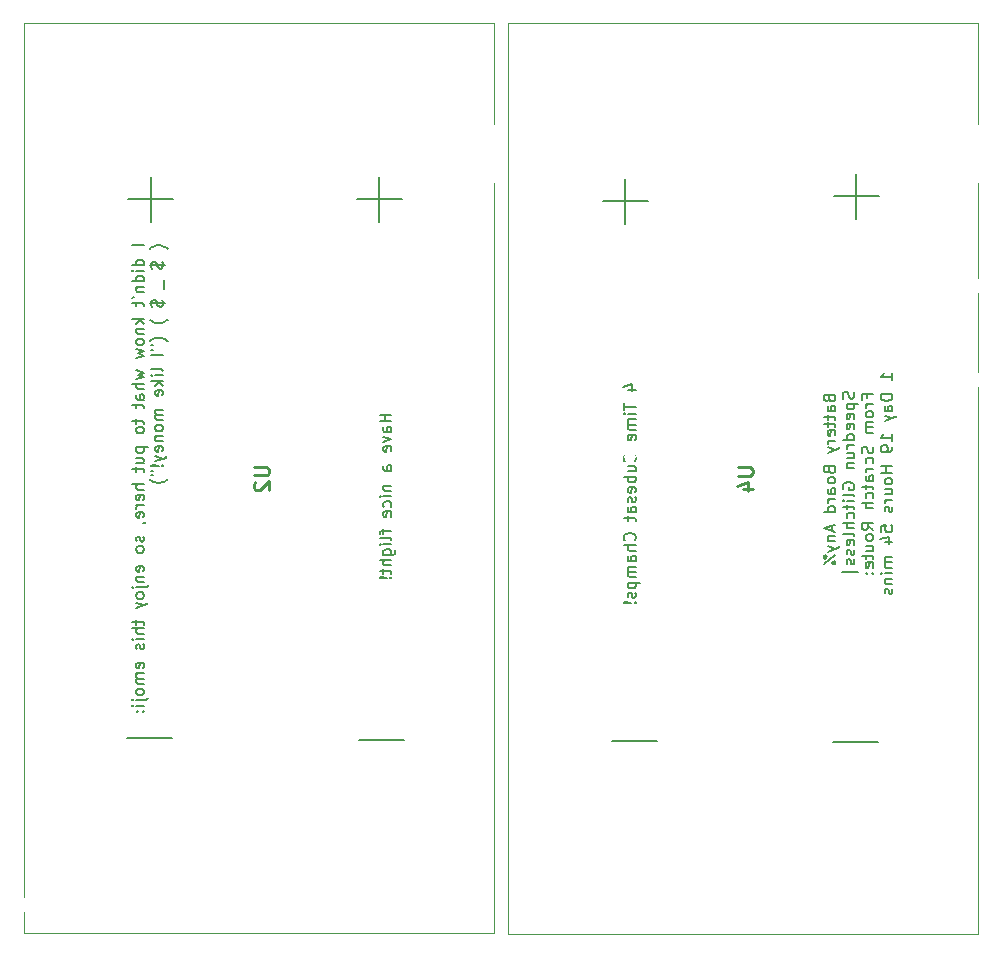
<source format=gbr>
%TF.GenerationSoftware,KiCad,Pcbnew,8.0.2-1*%
%TF.CreationDate,2024-10-18T14:11:40-07:00*%
%TF.ProjectId,battery_board_v3c,62617474-6572-4795-9f62-6f6172645f76,rev?*%
%TF.SameCoordinates,Original*%
%TF.FileFunction,Legend,Bot*%
%TF.FilePolarity,Positive*%
%FSLAX46Y46*%
G04 Gerber Fmt 4.6, Leading zero omitted, Abs format (unit mm)*
G04 Created by KiCad (PCBNEW 8.0.2-1) date 2024-10-18 14:11:40*
%MOMM*%
%LPD*%
G01*
G04 APERTURE LIST*
%ADD10C,0.150000*%
%ADD11C,0.254000*%
%ADD12C,0.100000*%
%ADD13C,0.500000*%
%ADD14C,0.000000*%
%ADD15C,5.000000*%
%ADD16C,2.000000*%
%ADD17R,1.700000X1.700000*%
%ADD18O,1.700000X1.700000*%
%ADD19C,1.800000*%
%ADD20O,2.416000X1.208000*%
%ADD21C,1.000000*%
%ADD22R,1.508000X1.508000*%
%ADD23C,1.508000*%
%ADD24C,4.770000*%
%ADD25C,5.325000*%
%ADD26C,3.570000*%
%ADD27C,1.980000*%
G04 APERTURE END LIST*
D10*
X166471578Y-65115533D02*
X162662055Y-65115533D01*
X164566816Y-67020295D02*
X164566816Y-63210771D01*
X145654761Y-64950533D02*
X141845238Y-64950533D01*
X143749999Y-66855295D02*
X143749999Y-63045771D01*
X126279761Y-64916533D02*
X122470238Y-64916533D01*
X124374999Y-66821295D02*
X124374999Y-63011771D01*
X144759819Y-83176779D02*
X143759819Y-83176779D01*
X144236009Y-83176779D02*
X144236009Y-83748207D01*
X144759819Y-83748207D02*
X143759819Y-83748207D01*
X144759819Y-84652969D02*
X144236009Y-84652969D01*
X144236009Y-84652969D02*
X144140771Y-84605350D01*
X144140771Y-84605350D02*
X144093152Y-84510112D01*
X144093152Y-84510112D02*
X144093152Y-84319636D01*
X144093152Y-84319636D02*
X144140771Y-84224398D01*
X144712200Y-84652969D02*
X144759819Y-84557731D01*
X144759819Y-84557731D02*
X144759819Y-84319636D01*
X144759819Y-84319636D02*
X144712200Y-84224398D01*
X144712200Y-84224398D02*
X144616961Y-84176779D01*
X144616961Y-84176779D02*
X144521723Y-84176779D01*
X144521723Y-84176779D02*
X144426485Y-84224398D01*
X144426485Y-84224398D02*
X144378866Y-84319636D01*
X144378866Y-84319636D02*
X144378866Y-84557731D01*
X144378866Y-84557731D02*
X144331247Y-84652969D01*
X144093152Y-85033922D02*
X144759819Y-85272017D01*
X144759819Y-85272017D02*
X144093152Y-85510112D01*
X144712200Y-86272017D02*
X144759819Y-86176779D01*
X144759819Y-86176779D02*
X144759819Y-85986303D01*
X144759819Y-85986303D02*
X144712200Y-85891065D01*
X144712200Y-85891065D02*
X144616961Y-85843446D01*
X144616961Y-85843446D02*
X144236009Y-85843446D01*
X144236009Y-85843446D02*
X144140771Y-85891065D01*
X144140771Y-85891065D02*
X144093152Y-85986303D01*
X144093152Y-85986303D02*
X144093152Y-86176779D01*
X144093152Y-86176779D02*
X144140771Y-86272017D01*
X144140771Y-86272017D02*
X144236009Y-86319636D01*
X144236009Y-86319636D02*
X144331247Y-86319636D01*
X144331247Y-86319636D02*
X144426485Y-85843446D01*
X144759819Y-87938684D02*
X144236009Y-87938684D01*
X144236009Y-87938684D02*
X144140771Y-87891065D01*
X144140771Y-87891065D02*
X144093152Y-87795827D01*
X144093152Y-87795827D02*
X144093152Y-87605351D01*
X144093152Y-87605351D02*
X144140771Y-87510113D01*
X144712200Y-87938684D02*
X144759819Y-87843446D01*
X144759819Y-87843446D02*
X144759819Y-87605351D01*
X144759819Y-87605351D02*
X144712200Y-87510113D01*
X144712200Y-87510113D02*
X144616961Y-87462494D01*
X144616961Y-87462494D02*
X144521723Y-87462494D01*
X144521723Y-87462494D02*
X144426485Y-87510113D01*
X144426485Y-87510113D02*
X144378866Y-87605351D01*
X144378866Y-87605351D02*
X144378866Y-87843446D01*
X144378866Y-87843446D02*
X144331247Y-87938684D01*
X144093152Y-89176780D02*
X144759819Y-89176780D01*
X144188390Y-89176780D02*
X144140771Y-89224399D01*
X144140771Y-89224399D02*
X144093152Y-89319637D01*
X144093152Y-89319637D02*
X144093152Y-89462494D01*
X144093152Y-89462494D02*
X144140771Y-89557732D01*
X144140771Y-89557732D02*
X144236009Y-89605351D01*
X144236009Y-89605351D02*
X144759819Y-89605351D01*
X144759819Y-90081542D02*
X144093152Y-90081542D01*
X143759819Y-90081542D02*
X143807438Y-90033923D01*
X143807438Y-90033923D02*
X143855057Y-90081542D01*
X143855057Y-90081542D02*
X143807438Y-90129161D01*
X143807438Y-90129161D02*
X143759819Y-90081542D01*
X143759819Y-90081542D02*
X143855057Y-90081542D01*
X144712200Y-90986303D02*
X144759819Y-90891065D01*
X144759819Y-90891065D02*
X144759819Y-90700589D01*
X144759819Y-90700589D02*
X144712200Y-90605351D01*
X144712200Y-90605351D02*
X144664580Y-90557732D01*
X144664580Y-90557732D02*
X144569342Y-90510113D01*
X144569342Y-90510113D02*
X144283628Y-90510113D01*
X144283628Y-90510113D02*
X144188390Y-90557732D01*
X144188390Y-90557732D02*
X144140771Y-90605351D01*
X144140771Y-90605351D02*
X144093152Y-90700589D01*
X144093152Y-90700589D02*
X144093152Y-90891065D01*
X144093152Y-90891065D02*
X144140771Y-90986303D01*
X144712200Y-91795827D02*
X144759819Y-91700589D01*
X144759819Y-91700589D02*
X144759819Y-91510113D01*
X144759819Y-91510113D02*
X144712200Y-91414875D01*
X144712200Y-91414875D02*
X144616961Y-91367256D01*
X144616961Y-91367256D02*
X144236009Y-91367256D01*
X144236009Y-91367256D02*
X144140771Y-91414875D01*
X144140771Y-91414875D02*
X144093152Y-91510113D01*
X144093152Y-91510113D02*
X144093152Y-91700589D01*
X144093152Y-91700589D02*
X144140771Y-91795827D01*
X144140771Y-91795827D02*
X144236009Y-91843446D01*
X144236009Y-91843446D02*
X144331247Y-91843446D01*
X144331247Y-91843446D02*
X144426485Y-91367256D01*
X144093152Y-92891066D02*
X144093152Y-93272018D01*
X144759819Y-93033923D02*
X143902676Y-93033923D01*
X143902676Y-93033923D02*
X143807438Y-93081542D01*
X143807438Y-93081542D02*
X143759819Y-93176780D01*
X143759819Y-93176780D02*
X143759819Y-93272018D01*
X144759819Y-93748209D02*
X144712200Y-93652971D01*
X144712200Y-93652971D02*
X144616961Y-93605352D01*
X144616961Y-93605352D02*
X143759819Y-93605352D01*
X144759819Y-94129162D02*
X144093152Y-94129162D01*
X143759819Y-94129162D02*
X143807438Y-94081543D01*
X143807438Y-94081543D02*
X143855057Y-94129162D01*
X143855057Y-94129162D02*
X143807438Y-94176781D01*
X143807438Y-94176781D02*
X143759819Y-94129162D01*
X143759819Y-94129162D02*
X143855057Y-94129162D01*
X144093152Y-95033923D02*
X144902676Y-95033923D01*
X144902676Y-95033923D02*
X144997914Y-94986304D01*
X144997914Y-94986304D02*
X145045533Y-94938685D01*
X145045533Y-94938685D02*
X145093152Y-94843447D01*
X145093152Y-94843447D02*
X145093152Y-94700590D01*
X145093152Y-94700590D02*
X145045533Y-94605352D01*
X144712200Y-95033923D02*
X144759819Y-94938685D01*
X144759819Y-94938685D02*
X144759819Y-94748209D01*
X144759819Y-94748209D02*
X144712200Y-94652971D01*
X144712200Y-94652971D02*
X144664580Y-94605352D01*
X144664580Y-94605352D02*
X144569342Y-94557733D01*
X144569342Y-94557733D02*
X144283628Y-94557733D01*
X144283628Y-94557733D02*
X144188390Y-94605352D01*
X144188390Y-94605352D02*
X144140771Y-94652971D01*
X144140771Y-94652971D02*
X144093152Y-94748209D01*
X144093152Y-94748209D02*
X144093152Y-94938685D01*
X144093152Y-94938685D02*
X144140771Y-95033923D01*
X144759819Y-95510114D02*
X143759819Y-95510114D01*
X144759819Y-95938685D02*
X144236009Y-95938685D01*
X144236009Y-95938685D02*
X144140771Y-95891066D01*
X144140771Y-95891066D02*
X144093152Y-95795828D01*
X144093152Y-95795828D02*
X144093152Y-95652971D01*
X144093152Y-95652971D02*
X144140771Y-95557733D01*
X144140771Y-95557733D02*
X144188390Y-95510114D01*
X144093152Y-96272019D02*
X144093152Y-96652971D01*
X143759819Y-96414876D02*
X144616961Y-96414876D01*
X144616961Y-96414876D02*
X144712200Y-96462495D01*
X144712200Y-96462495D02*
X144759819Y-96557733D01*
X144759819Y-96557733D02*
X144759819Y-96652971D01*
X144664580Y-96986305D02*
X144712200Y-97033924D01*
X144712200Y-97033924D02*
X144759819Y-96986305D01*
X144759819Y-96986305D02*
X144712200Y-96938686D01*
X144712200Y-96938686D02*
X144664580Y-96986305D01*
X144664580Y-96986305D02*
X144759819Y-96986305D01*
X144378866Y-96986305D02*
X143807438Y-96938686D01*
X143807438Y-96938686D02*
X143759819Y-96986305D01*
X143759819Y-96986305D02*
X143807438Y-97033924D01*
X143807438Y-97033924D02*
X144378866Y-96986305D01*
X144378866Y-96986305D02*
X143759819Y-96986305D01*
X164783152Y-81055350D02*
X165449819Y-81055350D01*
X164402200Y-80817255D02*
X165116485Y-80579160D01*
X165116485Y-80579160D02*
X165116485Y-81198207D01*
X164449819Y-82198208D02*
X164449819Y-82769636D01*
X165449819Y-82483922D02*
X164449819Y-82483922D01*
X165449819Y-83102970D02*
X164783152Y-83102970D01*
X164449819Y-83102970D02*
X164497438Y-83055351D01*
X164497438Y-83055351D02*
X164545057Y-83102970D01*
X164545057Y-83102970D02*
X164497438Y-83150589D01*
X164497438Y-83150589D02*
X164449819Y-83102970D01*
X164449819Y-83102970D02*
X164545057Y-83102970D01*
X165449819Y-83579160D02*
X164783152Y-83579160D01*
X164878390Y-83579160D02*
X164830771Y-83626779D01*
X164830771Y-83626779D02*
X164783152Y-83722017D01*
X164783152Y-83722017D02*
X164783152Y-83864874D01*
X164783152Y-83864874D02*
X164830771Y-83960112D01*
X164830771Y-83960112D02*
X164926009Y-84007731D01*
X164926009Y-84007731D02*
X165449819Y-84007731D01*
X164926009Y-84007731D02*
X164830771Y-84055350D01*
X164830771Y-84055350D02*
X164783152Y-84150588D01*
X164783152Y-84150588D02*
X164783152Y-84293445D01*
X164783152Y-84293445D02*
X164830771Y-84388684D01*
X164830771Y-84388684D02*
X164926009Y-84436303D01*
X164926009Y-84436303D02*
X165449819Y-84436303D01*
X165402200Y-85293445D02*
X165449819Y-85198207D01*
X165449819Y-85198207D02*
X165449819Y-85007731D01*
X165449819Y-85007731D02*
X165402200Y-84912493D01*
X165402200Y-84912493D02*
X165306961Y-84864874D01*
X165306961Y-84864874D02*
X164926009Y-84864874D01*
X164926009Y-84864874D02*
X164830771Y-84912493D01*
X164830771Y-84912493D02*
X164783152Y-85007731D01*
X164783152Y-85007731D02*
X164783152Y-85198207D01*
X164783152Y-85198207D02*
X164830771Y-85293445D01*
X164830771Y-85293445D02*
X164926009Y-85341064D01*
X164926009Y-85341064D02*
X165021247Y-85341064D01*
X165021247Y-85341064D02*
X165116485Y-84864874D01*
X165354580Y-87102969D02*
X165402200Y-87055350D01*
X165402200Y-87055350D02*
X165449819Y-86912493D01*
X165449819Y-86912493D02*
X165449819Y-86817255D01*
X165449819Y-86817255D02*
X165402200Y-86674398D01*
X165402200Y-86674398D02*
X165306961Y-86579160D01*
X165306961Y-86579160D02*
X165211723Y-86531541D01*
X165211723Y-86531541D02*
X165021247Y-86483922D01*
X165021247Y-86483922D02*
X164878390Y-86483922D01*
X164878390Y-86483922D02*
X164687914Y-86531541D01*
X164687914Y-86531541D02*
X164592676Y-86579160D01*
X164592676Y-86579160D02*
X164497438Y-86674398D01*
X164497438Y-86674398D02*
X164449819Y-86817255D01*
X164449819Y-86817255D02*
X164449819Y-86912493D01*
X164449819Y-86912493D02*
X164497438Y-87055350D01*
X164497438Y-87055350D02*
X164545057Y-87102969D01*
X164783152Y-87960112D02*
X165449819Y-87960112D01*
X164783152Y-87531541D02*
X165306961Y-87531541D01*
X165306961Y-87531541D02*
X165402200Y-87579160D01*
X165402200Y-87579160D02*
X165449819Y-87674398D01*
X165449819Y-87674398D02*
X165449819Y-87817255D01*
X165449819Y-87817255D02*
X165402200Y-87912493D01*
X165402200Y-87912493D02*
X165354580Y-87960112D01*
X165449819Y-88436303D02*
X164449819Y-88436303D01*
X164830771Y-88436303D02*
X164783152Y-88531541D01*
X164783152Y-88531541D02*
X164783152Y-88722017D01*
X164783152Y-88722017D02*
X164830771Y-88817255D01*
X164830771Y-88817255D02*
X164878390Y-88864874D01*
X164878390Y-88864874D02*
X164973628Y-88912493D01*
X164973628Y-88912493D02*
X165259342Y-88912493D01*
X165259342Y-88912493D02*
X165354580Y-88864874D01*
X165354580Y-88864874D02*
X165402200Y-88817255D01*
X165402200Y-88817255D02*
X165449819Y-88722017D01*
X165449819Y-88722017D02*
X165449819Y-88531541D01*
X165449819Y-88531541D02*
X165402200Y-88436303D01*
X165402200Y-89722017D02*
X165449819Y-89626779D01*
X165449819Y-89626779D02*
X165449819Y-89436303D01*
X165449819Y-89436303D02*
X165402200Y-89341065D01*
X165402200Y-89341065D02*
X165306961Y-89293446D01*
X165306961Y-89293446D02*
X164926009Y-89293446D01*
X164926009Y-89293446D02*
X164830771Y-89341065D01*
X164830771Y-89341065D02*
X164783152Y-89436303D01*
X164783152Y-89436303D02*
X164783152Y-89626779D01*
X164783152Y-89626779D02*
X164830771Y-89722017D01*
X164830771Y-89722017D02*
X164926009Y-89769636D01*
X164926009Y-89769636D02*
X165021247Y-89769636D01*
X165021247Y-89769636D02*
X165116485Y-89293446D01*
X165402200Y-90150589D02*
X165449819Y-90245827D01*
X165449819Y-90245827D02*
X165449819Y-90436303D01*
X165449819Y-90436303D02*
X165402200Y-90531541D01*
X165402200Y-90531541D02*
X165306961Y-90579160D01*
X165306961Y-90579160D02*
X165259342Y-90579160D01*
X165259342Y-90579160D02*
X165164104Y-90531541D01*
X165164104Y-90531541D02*
X165116485Y-90436303D01*
X165116485Y-90436303D02*
X165116485Y-90293446D01*
X165116485Y-90293446D02*
X165068866Y-90198208D01*
X165068866Y-90198208D02*
X164973628Y-90150589D01*
X164973628Y-90150589D02*
X164926009Y-90150589D01*
X164926009Y-90150589D02*
X164830771Y-90198208D01*
X164830771Y-90198208D02*
X164783152Y-90293446D01*
X164783152Y-90293446D02*
X164783152Y-90436303D01*
X164783152Y-90436303D02*
X164830771Y-90531541D01*
X165449819Y-91436303D02*
X164926009Y-91436303D01*
X164926009Y-91436303D02*
X164830771Y-91388684D01*
X164830771Y-91388684D02*
X164783152Y-91293446D01*
X164783152Y-91293446D02*
X164783152Y-91102970D01*
X164783152Y-91102970D02*
X164830771Y-91007732D01*
X165402200Y-91436303D02*
X165449819Y-91341065D01*
X165449819Y-91341065D02*
X165449819Y-91102970D01*
X165449819Y-91102970D02*
X165402200Y-91007732D01*
X165402200Y-91007732D02*
X165306961Y-90960113D01*
X165306961Y-90960113D02*
X165211723Y-90960113D01*
X165211723Y-90960113D02*
X165116485Y-91007732D01*
X165116485Y-91007732D02*
X165068866Y-91102970D01*
X165068866Y-91102970D02*
X165068866Y-91341065D01*
X165068866Y-91341065D02*
X165021247Y-91436303D01*
X164783152Y-91769637D02*
X164783152Y-92150589D01*
X164449819Y-91912494D02*
X165306961Y-91912494D01*
X165306961Y-91912494D02*
X165402200Y-91960113D01*
X165402200Y-91960113D02*
X165449819Y-92055351D01*
X165449819Y-92055351D02*
X165449819Y-92150589D01*
X165354580Y-93817256D02*
X165402200Y-93769637D01*
X165402200Y-93769637D02*
X165449819Y-93626780D01*
X165449819Y-93626780D02*
X165449819Y-93531542D01*
X165449819Y-93531542D02*
X165402200Y-93388685D01*
X165402200Y-93388685D02*
X165306961Y-93293447D01*
X165306961Y-93293447D02*
X165211723Y-93245828D01*
X165211723Y-93245828D02*
X165021247Y-93198209D01*
X165021247Y-93198209D02*
X164878390Y-93198209D01*
X164878390Y-93198209D02*
X164687914Y-93245828D01*
X164687914Y-93245828D02*
X164592676Y-93293447D01*
X164592676Y-93293447D02*
X164497438Y-93388685D01*
X164497438Y-93388685D02*
X164449819Y-93531542D01*
X164449819Y-93531542D02*
X164449819Y-93626780D01*
X164449819Y-93626780D02*
X164497438Y-93769637D01*
X164497438Y-93769637D02*
X164545057Y-93817256D01*
X165449819Y-94245828D02*
X164449819Y-94245828D01*
X165449819Y-94674399D02*
X164926009Y-94674399D01*
X164926009Y-94674399D02*
X164830771Y-94626780D01*
X164830771Y-94626780D02*
X164783152Y-94531542D01*
X164783152Y-94531542D02*
X164783152Y-94388685D01*
X164783152Y-94388685D02*
X164830771Y-94293447D01*
X164830771Y-94293447D02*
X164878390Y-94245828D01*
X165449819Y-95579161D02*
X164926009Y-95579161D01*
X164926009Y-95579161D02*
X164830771Y-95531542D01*
X164830771Y-95531542D02*
X164783152Y-95436304D01*
X164783152Y-95436304D02*
X164783152Y-95245828D01*
X164783152Y-95245828D02*
X164830771Y-95150590D01*
X165402200Y-95579161D02*
X165449819Y-95483923D01*
X165449819Y-95483923D02*
X165449819Y-95245828D01*
X165449819Y-95245828D02*
X165402200Y-95150590D01*
X165402200Y-95150590D02*
X165306961Y-95102971D01*
X165306961Y-95102971D02*
X165211723Y-95102971D01*
X165211723Y-95102971D02*
X165116485Y-95150590D01*
X165116485Y-95150590D02*
X165068866Y-95245828D01*
X165068866Y-95245828D02*
X165068866Y-95483923D01*
X165068866Y-95483923D02*
X165021247Y-95579161D01*
X165449819Y-96055352D02*
X164783152Y-96055352D01*
X164878390Y-96055352D02*
X164830771Y-96102971D01*
X164830771Y-96102971D02*
X164783152Y-96198209D01*
X164783152Y-96198209D02*
X164783152Y-96341066D01*
X164783152Y-96341066D02*
X164830771Y-96436304D01*
X164830771Y-96436304D02*
X164926009Y-96483923D01*
X164926009Y-96483923D02*
X165449819Y-96483923D01*
X164926009Y-96483923D02*
X164830771Y-96531542D01*
X164830771Y-96531542D02*
X164783152Y-96626780D01*
X164783152Y-96626780D02*
X164783152Y-96769637D01*
X164783152Y-96769637D02*
X164830771Y-96864876D01*
X164830771Y-96864876D02*
X164926009Y-96912495D01*
X164926009Y-96912495D02*
X165449819Y-96912495D01*
X164783152Y-97388685D02*
X165783152Y-97388685D01*
X164830771Y-97388685D02*
X164783152Y-97483923D01*
X164783152Y-97483923D02*
X164783152Y-97674399D01*
X164783152Y-97674399D02*
X164830771Y-97769637D01*
X164830771Y-97769637D02*
X164878390Y-97817256D01*
X164878390Y-97817256D02*
X164973628Y-97864875D01*
X164973628Y-97864875D02*
X165259342Y-97864875D01*
X165259342Y-97864875D02*
X165354580Y-97817256D01*
X165354580Y-97817256D02*
X165402200Y-97769637D01*
X165402200Y-97769637D02*
X165449819Y-97674399D01*
X165449819Y-97674399D02*
X165449819Y-97483923D01*
X165449819Y-97483923D02*
X165402200Y-97388685D01*
X165402200Y-98245828D02*
X165449819Y-98341066D01*
X165449819Y-98341066D02*
X165449819Y-98531542D01*
X165449819Y-98531542D02*
X165402200Y-98626780D01*
X165402200Y-98626780D02*
X165306961Y-98674399D01*
X165306961Y-98674399D02*
X165259342Y-98674399D01*
X165259342Y-98674399D02*
X165164104Y-98626780D01*
X165164104Y-98626780D02*
X165116485Y-98531542D01*
X165116485Y-98531542D02*
X165116485Y-98388685D01*
X165116485Y-98388685D02*
X165068866Y-98293447D01*
X165068866Y-98293447D02*
X164973628Y-98245828D01*
X164973628Y-98245828D02*
X164926009Y-98245828D01*
X164926009Y-98245828D02*
X164830771Y-98293447D01*
X164830771Y-98293447D02*
X164783152Y-98388685D01*
X164783152Y-98388685D02*
X164783152Y-98531542D01*
X164783152Y-98531542D02*
X164830771Y-98626780D01*
X165354580Y-99102971D02*
X165402200Y-99150590D01*
X165402200Y-99150590D02*
X165449819Y-99102971D01*
X165449819Y-99102971D02*
X165402200Y-99055352D01*
X165402200Y-99055352D02*
X165354580Y-99102971D01*
X165354580Y-99102971D02*
X165449819Y-99102971D01*
X165068866Y-99102971D02*
X164497438Y-99055352D01*
X164497438Y-99055352D02*
X164449819Y-99102971D01*
X164449819Y-99102971D02*
X164497438Y-99150590D01*
X164497438Y-99150590D02*
X165068866Y-99102971D01*
X165068866Y-99102971D02*
X164449819Y-99102971D01*
X167254761Y-110800533D02*
X163445238Y-110800533D01*
X145829761Y-110675533D02*
X142020238Y-110675533D01*
X123819875Y-68846779D02*
X122819875Y-68846779D01*
X123819875Y-70513445D02*
X122819875Y-70513445D01*
X123772256Y-70513445D02*
X123819875Y-70418207D01*
X123819875Y-70418207D02*
X123819875Y-70227731D01*
X123819875Y-70227731D02*
X123772256Y-70132493D01*
X123772256Y-70132493D02*
X123724636Y-70084874D01*
X123724636Y-70084874D02*
X123629398Y-70037255D01*
X123629398Y-70037255D02*
X123343684Y-70037255D01*
X123343684Y-70037255D02*
X123248446Y-70084874D01*
X123248446Y-70084874D02*
X123200827Y-70132493D01*
X123200827Y-70132493D02*
X123153208Y-70227731D01*
X123153208Y-70227731D02*
X123153208Y-70418207D01*
X123153208Y-70418207D02*
X123200827Y-70513445D01*
X123819875Y-70989636D02*
X123153208Y-70989636D01*
X122819875Y-70989636D02*
X122867494Y-70942017D01*
X122867494Y-70942017D02*
X122915113Y-70989636D01*
X122915113Y-70989636D02*
X122867494Y-71037255D01*
X122867494Y-71037255D02*
X122819875Y-70989636D01*
X122819875Y-70989636D02*
X122915113Y-70989636D01*
X123819875Y-71894397D02*
X122819875Y-71894397D01*
X123772256Y-71894397D02*
X123819875Y-71799159D01*
X123819875Y-71799159D02*
X123819875Y-71608683D01*
X123819875Y-71608683D02*
X123772256Y-71513445D01*
X123772256Y-71513445D02*
X123724636Y-71465826D01*
X123724636Y-71465826D02*
X123629398Y-71418207D01*
X123629398Y-71418207D02*
X123343684Y-71418207D01*
X123343684Y-71418207D02*
X123248446Y-71465826D01*
X123248446Y-71465826D02*
X123200827Y-71513445D01*
X123200827Y-71513445D02*
X123153208Y-71608683D01*
X123153208Y-71608683D02*
X123153208Y-71799159D01*
X123153208Y-71799159D02*
X123200827Y-71894397D01*
X123153208Y-72370588D02*
X123819875Y-72370588D01*
X123248446Y-72370588D02*
X123200827Y-72418207D01*
X123200827Y-72418207D02*
X123153208Y-72513445D01*
X123153208Y-72513445D02*
X123153208Y-72656302D01*
X123153208Y-72656302D02*
X123200827Y-72751540D01*
X123200827Y-72751540D02*
X123296065Y-72799159D01*
X123296065Y-72799159D02*
X123819875Y-72799159D01*
X122819875Y-73322969D02*
X123010351Y-73227731D01*
X123153208Y-73608683D02*
X123153208Y-73989635D01*
X122819875Y-73751540D02*
X123677017Y-73751540D01*
X123677017Y-73751540D02*
X123772256Y-73799159D01*
X123772256Y-73799159D02*
X123819875Y-73894397D01*
X123819875Y-73894397D02*
X123819875Y-73989635D01*
X123819875Y-75084874D02*
X122819875Y-75084874D01*
X123438922Y-75180112D02*
X123819875Y-75465826D01*
X123153208Y-75465826D02*
X123534160Y-75084874D01*
X123153208Y-75894398D02*
X123819875Y-75894398D01*
X123248446Y-75894398D02*
X123200827Y-75942017D01*
X123200827Y-75942017D02*
X123153208Y-76037255D01*
X123153208Y-76037255D02*
X123153208Y-76180112D01*
X123153208Y-76180112D02*
X123200827Y-76275350D01*
X123200827Y-76275350D02*
X123296065Y-76322969D01*
X123296065Y-76322969D02*
X123819875Y-76322969D01*
X123819875Y-76942017D02*
X123772256Y-76846779D01*
X123772256Y-76846779D02*
X123724636Y-76799160D01*
X123724636Y-76799160D02*
X123629398Y-76751541D01*
X123629398Y-76751541D02*
X123343684Y-76751541D01*
X123343684Y-76751541D02*
X123248446Y-76799160D01*
X123248446Y-76799160D02*
X123200827Y-76846779D01*
X123200827Y-76846779D02*
X123153208Y-76942017D01*
X123153208Y-76942017D02*
X123153208Y-77084874D01*
X123153208Y-77084874D02*
X123200827Y-77180112D01*
X123200827Y-77180112D02*
X123248446Y-77227731D01*
X123248446Y-77227731D02*
X123343684Y-77275350D01*
X123343684Y-77275350D02*
X123629398Y-77275350D01*
X123629398Y-77275350D02*
X123724636Y-77227731D01*
X123724636Y-77227731D02*
X123772256Y-77180112D01*
X123772256Y-77180112D02*
X123819875Y-77084874D01*
X123819875Y-77084874D02*
X123819875Y-76942017D01*
X123153208Y-77608684D02*
X123819875Y-77799160D01*
X123819875Y-77799160D02*
X123343684Y-77989636D01*
X123343684Y-77989636D02*
X123819875Y-78180112D01*
X123819875Y-78180112D02*
X123153208Y-78370588D01*
X123153208Y-79418208D02*
X123819875Y-79608684D01*
X123819875Y-79608684D02*
X123343684Y-79799160D01*
X123343684Y-79799160D02*
X123819875Y-79989636D01*
X123819875Y-79989636D02*
X123153208Y-80180112D01*
X123819875Y-80561065D02*
X122819875Y-80561065D01*
X123819875Y-80989636D02*
X123296065Y-80989636D01*
X123296065Y-80989636D02*
X123200827Y-80942017D01*
X123200827Y-80942017D02*
X123153208Y-80846779D01*
X123153208Y-80846779D02*
X123153208Y-80703922D01*
X123153208Y-80703922D02*
X123200827Y-80608684D01*
X123200827Y-80608684D02*
X123248446Y-80561065D01*
X123819875Y-81894398D02*
X123296065Y-81894398D01*
X123296065Y-81894398D02*
X123200827Y-81846779D01*
X123200827Y-81846779D02*
X123153208Y-81751541D01*
X123153208Y-81751541D02*
X123153208Y-81561065D01*
X123153208Y-81561065D02*
X123200827Y-81465827D01*
X123772256Y-81894398D02*
X123819875Y-81799160D01*
X123819875Y-81799160D02*
X123819875Y-81561065D01*
X123819875Y-81561065D02*
X123772256Y-81465827D01*
X123772256Y-81465827D02*
X123677017Y-81418208D01*
X123677017Y-81418208D02*
X123581779Y-81418208D01*
X123581779Y-81418208D02*
X123486541Y-81465827D01*
X123486541Y-81465827D02*
X123438922Y-81561065D01*
X123438922Y-81561065D02*
X123438922Y-81799160D01*
X123438922Y-81799160D02*
X123391303Y-81894398D01*
X123153208Y-82227732D02*
X123153208Y-82608684D01*
X122819875Y-82370589D02*
X123677017Y-82370589D01*
X123677017Y-82370589D02*
X123772256Y-82418208D01*
X123772256Y-82418208D02*
X123819875Y-82513446D01*
X123819875Y-82513446D02*
X123819875Y-82608684D01*
X123153208Y-83561066D02*
X123153208Y-83942018D01*
X122819875Y-83703923D02*
X123677017Y-83703923D01*
X123677017Y-83703923D02*
X123772256Y-83751542D01*
X123772256Y-83751542D02*
X123819875Y-83846780D01*
X123819875Y-83846780D02*
X123819875Y-83942018D01*
X123819875Y-84418209D02*
X123772256Y-84322971D01*
X123772256Y-84322971D02*
X123724636Y-84275352D01*
X123724636Y-84275352D02*
X123629398Y-84227733D01*
X123629398Y-84227733D02*
X123343684Y-84227733D01*
X123343684Y-84227733D02*
X123248446Y-84275352D01*
X123248446Y-84275352D02*
X123200827Y-84322971D01*
X123200827Y-84322971D02*
X123153208Y-84418209D01*
X123153208Y-84418209D02*
X123153208Y-84561066D01*
X123153208Y-84561066D02*
X123200827Y-84656304D01*
X123200827Y-84656304D02*
X123248446Y-84703923D01*
X123248446Y-84703923D02*
X123343684Y-84751542D01*
X123343684Y-84751542D02*
X123629398Y-84751542D01*
X123629398Y-84751542D02*
X123724636Y-84703923D01*
X123724636Y-84703923D02*
X123772256Y-84656304D01*
X123772256Y-84656304D02*
X123819875Y-84561066D01*
X123819875Y-84561066D02*
X123819875Y-84418209D01*
X123153208Y-85942019D02*
X124153208Y-85942019D01*
X123200827Y-85942019D02*
X123153208Y-86037257D01*
X123153208Y-86037257D02*
X123153208Y-86227733D01*
X123153208Y-86227733D02*
X123200827Y-86322971D01*
X123200827Y-86322971D02*
X123248446Y-86370590D01*
X123248446Y-86370590D02*
X123343684Y-86418209D01*
X123343684Y-86418209D02*
X123629398Y-86418209D01*
X123629398Y-86418209D02*
X123724636Y-86370590D01*
X123724636Y-86370590D02*
X123772256Y-86322971D01*
X123772256Y-86322971D02*
X123819875Y-86227733D01*
X123819875Y-86227733D02*
X123819875Y-86037257D01*
X123819875Y-86037257D02*
X123772256Y-85942019D01*
X123153208Y-87275352D02*
X123819875Y-87275352D01*
X123153208Y-86846781D02*
X123677017Y-86846781D01*
X123677017Y-86846781D02*
X123772256Y-86894400D01*
X123772256Y-86894400D02*
X123819875Y-86989638D01*
X123819875Y-86989638D02*
X123819875Y-87132495D01*
X123819875Y-87132495D02*
X123772256Y-87227733D01*
X123772256Y-87227733D02*
X123724636Y-87275352D01*
X123153208Y-87608686D02*
X123153208Y-87989638D01*
X122819875Y-87751543D02*
X123677017Y-87751543D01*
X123677017Y-87751543D02*
X123772256Y-87799162D01*
X123772256Y-87799162D02*
X123819875Y-87894400D01*
X123819875Y-87894400D02*
X123819875Y-87989638D01*
X123819875Y-89084877D02*
X122819875Y-89084877D01*
X123819875Y-89513448D02*
X123296065Y-89513448D01*
X123296065Y-89513448D02*
X123200827Y-89465829D01*
X123200827Y-89465829D02*
X123153208Y-89370591D01*
X123153208Y-89370591D02*
X123153208Y-89227734D01*
X123153208Y-89227734D02*
X123200827Y-89132496D01*
X123200827Y-89132496D02*
X123248446Y-89084877D01*
X123772256Y-90370591D02*
X123819875Y-90275353D01*
X123819875Y-90275353D02*
X123819875Y-90084877D01*
X123819875Y-90084877D02*
X123772256Y-89989639D01*
X123772256Y-89989639D02*
X123677017Y-89942020D01*
X123677017Y-89942020D02*
X123296065Y-89942020D01*
X123296065Y-89942020D02*
X123200827Y-89989639D01*
X123200827Y-89989639D02*
X123153208Y-90084877D01*
X123153208Y-90084877D02*
X123153208Y-90275353D01*
X123153208Y-90275353D02*
X123200827Y-90370591D01*
X123200827Y-90370591D02*
X123296065Y-90418210D01*
X123296065Y-90418210D02*
X123391303Y-90418210D01*
X123391303Y-90418210D02*
X123486541Y-89942020D01*
X123819875Y-90846782D02*
X123153208Y-90846782D01*
X123343684Y-90846782D02*
X123248446Y-90894401D01*
X123248446Y-90894401D02*
X123200827Y-90942020D01*
X123200827Y-90942020D02*
X123153208Y-91037258D01*
X123153208Y-91037258D02*
X123153208Y-91132496D01*
X123772256Y-91846782D02*
X123819875Y-91751544D01*
X123819875Y-91751544D02*
X123819875Y-91561068D01*
X123819875Y-91561068D02*
X123772256Y-91465830D01*
X123772256Y-91465830D02*
X123677017Y-91418211D01*
X123677017Y-91418211D02*
X123296065Y-91418211D01*
X123296065Y-91418211D02*
X123200827Y-91465830D01*
X123200827Y-91465830D02*
X123153208Y-91561068D01*
X123153208Y-91561068D02*
X123153208Y-91751544D01*
X123153208Y-91751544D02*
X123200827Y-91846782D01*
X123200827Y-91846782D02*
X123296065Y-91894401D01*
X123296065Y-91894401D02*
X123391303Y-91894401D01*
X123391303Y-91894401D02*
X123486541Y-91418211D01*
X123772256Y-92370592D02*
X123819875Y-92370592D01*
X123819875Y-92370592D02*
X123915113Y-92322973D01*
X123915113Y-92322973D02*
X123962732Y-92275354D01*
X123772256Y-93513449D02*
X123819875Y-93608687D01*
X123819875Y-93608687D02*
X123819875Y-93799163D01*
X123819875Y-93799163D02*
X123772256Y-93894401D01*
X123772256Y-93894401D02*
X123677017Y-93942020D01*
X123677017Y-93942020D02*
X123629398Y-93942020D01*
X123629398Y-93942020D02*
X123534160Y-93894401D01*
X123534160Y-93894401D02*
X123486541Y-93799163D01*
X123486541Y-93799163D02*
X123486541Y-93656306D01*
X123486541Y-93656306D02*
X123438922Y-93561068D01*
X123438922Y-93561068D02*
X123343684Y-93513449D01*
X123343684Y-93513449D02*
X123296065Y-93513449D01*
X123296065Y-93513449D02*
X123200827Y-93561068D01*
X123200827Y-93561068D02*
X123153208Y-93656306D01*
X123153208Y-93656306D02*
X123153208Y-93799163D01*
X123153208Y-93799163D02*
X123200827Y-93894401D01*
X123819875Y-94513449D02*
X123772256Y-94418211D01*
X123772256Y-94418211D02*
X123724636Y-94370592D01*
X123724636Y-94370592D02*
X123629398Y-94322973D01*
X123629398Y-94322973D02*
X123343684Y-94322973D01*
X123343684Y-94322973D02*
X123248446Y-94370592D01*
X123248446Y-94370592D02*
X123200827Y-94418211D01*
X123200827Y-94418211D02*
X123153208Y-94513449D01*
X123153208Y-94513449D02*
X123153208Y-94656306D01*
X123153208Y-94656306D02*
X123200827Y-94751544D01*
X123200827Y-94751544D02*
X123248446Y-94799163D01*
X123248446Y-94799163D02*
X123343684Y-94846782D01*
X123343684Y-94846782D02*
X123629398Y-94846782D01*
X123629398Y-94846782D02*
X123724636Y-94799163D01*
X123724636Y-94799163D02*
X123772256Y-94751544D01*
X123772256Y-94751544D02*
X123819875Y-94656306D01*
X123819875Y-94656306D02*
X123819875Y-94513449D01*
X123772256Y-96418211D02*
X123819875Y-96322973D01*
X123819875Y-96322973D02*
X123819875Y-96132497D01*
X123819875Y-96132497D02*
X123772256Y-96037259D01*
X123772256Y-96037259D02*
X123677017Y-95989640D01*
X123677017Y-95989640D02*
X123296065Y-95989640D01*
X123296065Y-95989640D02*
X123200827Y-96037259D01*
X123200827Y-96037259D02*
X123153208Y-96132497D01*
X123153208Y-96132497D02*
X123153208Y-96322973D01*
X123153208Y-96322973D02*
X123200827Y-96418211D01*
X123200827Y-96418211D02*
X123296065Y-96465830D01*
X123296065Y-96465830D02*
X123391303Y-96465830D01*
X123391303Y-96465830D02*
X123486541Y-95989640D01*
X123153208Y-96894402D02*
X123819875Y-96894402D01*
X123248446Y-96894402D02*
X123200827Y-96942021D01*
X123200827Y-96942021D02*
X123153208Y-97037259D01*
X123153208Y-97037259D02*
X123153208Y-97180116D01*
X123153208Y-97180116D02*
X123200827Y-97275354D01*
X123200827Y-97275354D02*
X123296065Y-97322973D01*
X123296065Y-97322973D02*
X123819875Y-97322973D01*
X123153208Y-97799164D02*
X124010351Y-97799164D01*
X124010351Y-97799164D02*
X124105589Y-97751545D01*
X124105589Y-97751545D02*
X124153208Y-97656307D01*
X124153208Y-97656307D02*
X124153208Y-97608688D01*
X122819875Y-97799164D02*
X122867494Y-97751545D01*
X122867494Y-97751545D02*
X122915113Y-97799164D01*
X122915113Y-97799164D02*
X122867494Y-97846783D01*
X122867494Y-97846783D02*
X122819875Y-97799164D01*
X122819875Y-97799164D02*
X122915113Y-97799164D01*
X123819875Y-98418211D02*
X123772256Y-98322973D01*
X123772256Y-98322973D02*
X123724636Y-98275354D01*
X123724636Y-98275354D02*
X123629398Y-98227735D01*
X123629398Y-98227735D02*
X123343684Y-98227735D01*
X123343684Y-98227735D02*
X123248446Y-98275354D01*
X123248446Y-98275354D02*
X123200827Y-98322973D01*
X123200827Y-98322973D02*
X123153208Y-98418211D01*
X123153208Y-98418211D02*
X123153208Y-98561068D01*
X123153208Y-98561068D02*
X123200827Y-98656306D01*
X123200827Y-98656306D02*
X123248446Y-98703925D01*
X123248446Y-98703925D02*
X123343684Y-98751544D01*
X123343684Y-98751544D02*
X123629398Y-98751544D01*
X123629398Y-98751544D02*
X123724636Y-98703925D01*
X123724636Y-98703925D02*
X123772256Y-98656306D01*
X123772256Y-98656306D02*
X123819875Y-98561068D01*
X123819875Y-98561068D02*
X123819875Y-98418211D01*
X123153208Y-99084878D02*
X123819875Y-99322973D01*
X123153208Y-99561068D02*
X123819875Y-99322973D01*
X123819875Y-99322973D02*
X124057970Y-99227735D01*
X124057970Y-99227735D02*
X124105589Y-99180116D01*
X124105589Y-99180116D02*
X124153208Y-99084878D01*
X123153208Y-100561069D02*
X123153208Y-100942021D01*
X122819875Y-100703926D02*
X123677017Y-100703926D01*
X123677017Y-100703926D02*
X123772256Y-100751545D01*
X123772256Y-100751545D02*
X123819875Y-100846783D01*
X123819875Y-100846783D02*
X123819875Y-100942021D01*
X123819875Y-101275355D02*
X122819875Y-101275355D01*
X123819875Y-101703926D02*
X123296065Y-101703926D01*
X123296065Y-101703926D02*
X123200827Y-101656307D01*
X123200827Y-101656307D02*
X123153208Y-101561069D01*
X123153208Y-101561069D02*
X123153208Y-101418212D01*
X123153208Y-101418212D02*
X123200827Y-101322974D01*
X123200827Y-101322974D02*
X123248446Y-101275355D01*
X123819875Y-102180117D02*
X123153208Y-102180117D01*
X122819875Y-102180117D02*
X122867494Y-102132498D01*
X122867494Y-102132498D02*
X122915113Y-102180117D01*
X122915113Y-102180117D02*
X122867494Y-102227736D01*
X122867494Y-102227736D02*
X122819875Y-102180117D01*
X122819875Y-102180117D02*
X122915113Y-102180117D01*
X123772256Y-102608688D02*
X123819875Y-102703926D01*
X123819875Y-102703926D02*
X123819875Y-102894402D01*
X123819875Y-102894402D02*
X123772256Y-102989640D01*
X123772256Y-102989640D02*
X123677017Y-103037259D01*
X123677017Y-103037259D02*
X123629398Y-103037259D01*
X123629398Y-103037259D02*
X123534160Y-102989640D01*
X123534160Y-102989640D02*
X123486541Y-102894402D01*
X123486541Y-102894402D02*
X123486541Y-102751545D01*
X123486541Y-102751545D02*
X123438922Y-102656307D01*
X123438922Y-102656307D02*
X123343684Y-102608688D01*
X123343684Y-102608688D02*
X123296065Y-102608688D01*
X123296065Y-102608688D02*
X123200827Y-102656307D01*
X123200827Y-102656307D02*
X123153208Y-102751545D01*
X123153208Y-102751545D02*
X123153208Y-102894402D01*
X123153208Y-102894402D02*
X123200827Y-102989640D01*
X123772256Y-104608688D02*
X123819875Y-104513450D01*
X123819875Y-104513450D02*
X123819875Y-104322974D01*
X123819875Y-104322974D02*
X123772256Y-104227736D01*
X123772256Y-104227736D02*
X123677017Y-104180117D01*
X123677017Y-104180117D02*
X123296065Y-104180117D01*
X123296065Y-104180117D02*
X123200827Y-104227736D01*
X123200827Y-104227736D02*
X123153208Y-104322974D01*
X123153208Y-104322974D02*
X123153208Y-104513450D01*
X123153208Y-104513450D02*
X123200827Y-104608688D01*
X123200827Y-104608688D02*
X123296065Y-104656307D01*
X123296065Y-104656307D02*
X123391303Y-104656307D01*
X123391303Y-104656307D02*
X123486541Y-104180117D01*
X123819875Y-105084879D02*
X123153208Y-105084879D01*
X123248446Y-105084879D02*
X123200827Y-105132498D01*
X123200827Y-105132498D02*
X123153208Y-105227736D01*
X123153208Y-105227736D02*
X123153208Y-105370593D01*
X123153208Y-105370593D02*
X123200827Y-105465831D01*
X123200827Y-105465831D02*
X123296065Y-105513450D01*
X123296065Y-105513450D02*
X123819875Y-105513450D01*
X123296065Y-105513450D02*
X123200827Y-105561069D01*
X123200827Y-105561069D02*
X123153208Y-105656307D01*
X123153208Y-105656307D02*
X123153208Y-105799164D01*
X123153208Y-105799164D02*
X123200827Y-105894403D01*
X123200827Y-105894403D02*
X123296065Y-105942022D01*
X123296065Y-105942022D02*
X123819875Y-105942022D01*
X123819875Y-106561069D02*
X123772256Y-106465831D01*
X123772256Y-106465831D02*
X123724636Y-106418212D01*
X123724636Y-106418212D02*
X123629398Y-106370593D01*
X123629398Y-106370593D02*
X123343684Y-106370593D01*
X123343684Y-106370593D02*
X123248446Y-106418212D01*
X123248446Y-106418212D02*
X123200827Y-106465831D01*
X123200827Y-106465831D02*
X123153208Y-106561069D01*
X123153208Y-106561069D02*
X123153208Y-106703926D01*
X123153208Y-106703926D02*
X123200827Y-106799164D01*
X123200827Y-106799164D02*
X123248446Y-106846783D01*
X123248446Y-106846783D02*
X123343684Y-106894402D01*
X123343684Y-106894402D02*
X123629398Y-106894402D01*
X123629398Y-106894402D02*
X123724636Y-106846783D01*
X123724636Y-106846783D02*
X123772256Y-106799164D01*
X123772256Y-106799164D02*
X123819875Y-106703926D01*
X123819875Y-106703926D02*
X123819875Y-106561069D01*
X123153208Y-107322974D02*
X124010351Y-107322974D01*
X124010351Y-107322974D02*
X124105589Y-107275355D01*
X124105589Y-107275355D02*
X124153208Y-107180117D01*
X124153208Y-107180117D02*
X124153208Y-107132498D01*
X122819875Y-107322974D02*
X122867494Y-107275355D01*
X122867494Y-107275355D02*
X122915113Y-107322974D01*
X122915113Y-107322974D02*
X122867494Y-107370593D01*
X122867494Y-107370593D02*
X122819875Y-107322974D01*
X122819875Y-107322974D02*
X122915113Y-107322974D01*
X123819875Y-107799164D02*
X123153208Y-107799164D01*
X122819875Y-107799164D02*
X122867494Y-107751545D01*
X122867494Y-107751545D02*
X122915113Y-107799164D01*
X122915113Y-107799164D02*
X122867494Y-107846783D01*
X122867494Y-107846783D02*
X122819875Y-107799164D01*
X122819875Y-107799164D02*
X122915113Y-107799164D01*
X123724636Y-108275354D02*
X123772256Y-108322973D01*
X123772256Y-108322973D02*
X123819875Y-108275354D01*
X123819875Y-108275354D02*
X123772256Y-108227735D01*
X123772256Y-108227735D02*
X123724636Y-108275354D01*
X123724636Y-108275354D02*
X123819875Y-108275354D01*
X123200827Y-108275354D02*
X123248446Y-108322973D01*
X123248446Y-108322973D02*
X123296065Y-108275354D01*
X123296065Y-108275354D02*
X123248446Y-108227735D01*
X123248446Y-108227735D02*
X123200827Y-108275354D01*
X123200827Y-108275354D02*
X123296065Y-108275354D01*
X125810771Y-69132493D02*
X125763152Y-69084874D01*
X125763152Y-69084874D02*
X125620295Y-68989636D01*
X125620295Y-68989636D02*
X125525057Y-68942017D01*
X125525057Y-68942017D02*
X125382200Y-68894398D01*
X125382200Y-68894398D02*
X125144104Y-68846779D01*
X125144104Y-68846779D02*
X124953628Y-68846779D01*
X124953628Y-68846779D02*
X124715533Y-68894398D01*
X124715533Y-68894398D02*
X124572676Y-68942017D01*
X124572676Y-68942017D02*
X124477438Y-68989636D01*
X124477438Y-68989636D02*
X124334580Y-69084874D01*
X124334580Y-69084874D02*
X124286961Y-69132493D01*
X125382200Y-70227732D02*
X125429819Y-70370589D01*
X125429819Y-70370589D02*
X125429819Y-70608684D01*
X125429819Y-70608684D02*
X125382200Y-70703922D01*
X125382200Y-70703922D02*
X125334580Y-70751541D01*
X125334580Y-70751541D02*
X125239342Y-70799160D01*
X125239342Y-70799160D02*
X125144104Y-70799160D01*
X125144104Y-70799160D02*
X125048866Y-70751541D01*
X125048866Y-70751541D02*
X125001247Y-70703922D01*
X125001247Y-70703922D02*
X124953628Y-70608684D01*
X124953628Y-70608684D02*
X124906009Y-70418208D01*
X124906009Y-70418208D02*
X124858390Y-70322970D01*
X124858390Y-70322970D02*
X124810771Y-70275351D01*
X124810771Y-70275351D02*
X124715533Y-70227732D01*
X124715533Y-70227732D02*
X124620295Y-70227732D01*
X124620295Y-70227732D02*
X124525057Y-70275351D01*
X124525057Y-70275351D02*
X124477438Y-70322970D01*
X124477438Y-70322970D02*
X124429819Y-70418208D01*
X124429819Y-70418208D02*
X124429819Y-70656303D01*
X124429819Y-70656303D02*
X124477438Y-70799160D01*
X124286961Y-70513446D02*
X125572676Y-70513446D01*
X125525057Y-71751542D02*
X125525057Y-72513446D01*
X125382200Y-73465828D02*
X125429819Y-73608685D01*
X125429819Y-73608685D02*
X125429819Y-73846780D01*
X125429819Y-73846780D02*
X125382200Y-73942018D01*
X125382200Y-73942018D02*
X125334580Y-73989637D01*
X125334580Y-73989637D02*
X125239342Y-74037256D01*
X125239342Y-74037256D02*
X125144104Y-74037256D01*
X125144104Y-74037256D02*
X125048866Y-73989637D01*
X125048866Y-73989637D02*
X125001247Y-73942018D01*
X125001247Y-73942018D02*
X124953628Y-73846780D01*
X124953628Y-73846780D02*
X124906009Y-73656304D01*
X124906009Y-73656304D02*
X124858390Y-73561066D01*
X124858390Y-73561066D02*
X124810771Y-73513447D01*
X124810771Y-73513447D02*
X124715533Y-73465828D01*
X124715533Y-73465828D02*
X124620295Y-73465828D01*
X124620295Y-73465828D02*
X124525057Y-73513447D01*
X124525057Y-73513447D02*
X124477438Y-73561066D01*
X124477438Y-73561066D02*
X124429819Y-73656304D01*
X124429819Y-73656304D02*
X124429819Y-73894399D01*
X124429819Y-73894399D02*
X124477438Y-74037256D01*
X124286961Y-73751542D02*
X125572676Y-73751542D01*
X125810771Y-75132495D02*
X125763152Y-75180114D01*
X125763152Y-75180114D02*
X125620295Y-75275352D01*
X125620295Y-75275352D02*
X125525057Y-75322971D01*
X125525057Y-75322971D02*
X125382200Y-75370590D01*
X125382200Y-75370590D02*
X125144104Y-75418209D01*
X125144104Y-75418209D02*
X124953628Y-75418209D01*
X124953628Y-75418209D02*
X124715533Y-75370590D01*
X124715533Y-75370590D02*
X124572676Y-75322971D01*
X124572676Y-75322971D02*
X124477438Y-75275352D01*
X124477438Y-75275352D02*
X124334580Y-75180114D01*
X124334580Y-75180114D02*
X124286961Y-75132495D01*
X125810771Y-76942019D02*
X125763152Y-76894400D01*
X125763152Y-76894400D02*
X125620295Y-76799162D01*
X125620295Y-76799162D02*
X125525057Y-76751543D01*
X125525057Y-76751543D02*
X125382200Y-76703924D01*
X125382200Y-76703924D02*
X125144104Y-76656305D01*
X125144104Y-76656305D02*
X124953628Y-76656305D01*
X124953628Y-76656305D02*
X124715533Y-76703924D01*
X124715533Y-76703924D02*
X124572676Y-76751543D01*
X124572676Y-76751543D02*
X124477438Y-76799162D01*
X124477438Y-76799162D02*
X124334580Y-76894400D01*
X124334580Y-76894400D02*
X124286961Y-76942019D01*
X124429819Y-77275353D02*
X124620295Y-77275353D01*
X124429819Y-77656305D02*
X124620295Y-77656305D01*
X125429819Y-78084877D02*
X124429819Y-78084877D01*
X125429819Y-79465829D02*
X125382200Y-79370591D01*
X125382200Y-79370591D02*
X125286961Y-79322972D01*
X125286961Y-79322972D02*
X124429819Y-79322972D01*
X125429819Y-79846782D02*
X124763152Y-79846782D01*
X124429819Y-79846782D02*
X124477438Y-79799163D01*
X124477438Y-79799163D02*
X124525057Y-79846782D01*
X124525057Y-79846782D02*
X124477438Y-79894401D01*
X124477438Y-79894401D02*
X124429819Y-79846782D01*
X124429819Y-79846782D02*
X124525057Y-79846782D01*
X125429819Y-80322972D02*
X124429819Y-80322972D01*
X125048866Y-80418210D02*
X125429819Y-80703924D01*
X124763152Y-80703924D02*
X125144104Y-80322972D01*
X125382200Y-81513448D02*
X125429819Y-81418210D01*
X125429819Y-81418210D02*
X125429819Y-81227734D01*
X125429819Y-81227734D02*
X125382200Y-81132496D01*
X125382200Y-81132496D02*
X125286961Y-81084877D01*
X125286961Y-81084877D02*
X124906009Y-81084877D01*
X124906009Y-81084877D02*
X124810771Y-81132496D01*
X124810771Y-81132496D02*
X124763152Y-81227734D01*
X124763152Y-81227734D02*
X124763152Y-81418210D01*
X124763152Y-81418210D02*
X124810771Y-81513448D01*
X124810771Y-81513448D02*
X124906009Y-81561067D01*
X124906009Y-81561067D02*
X125001247Y-81561067D01*
X125001247Y-81561067D02*
X125096485Y-81084877D01*
X125429819Y-82751544D02*
X124763152Y-82751544D01*
X124858390Y-82751544D02*
X124810771Y-82799163D01*
X124810771Y-82799163D02*
X124763152Y-82894401D01*
X124763152Y-82894401D02*
X124763152Y-83037258D01*
X124763152Y-83037258D02*
X124810771Y-83132496D01*
X124810771Y-83132496D02*
X124906009Y-83180115D01*
X124906009Y-83180115D02*
X125429819Y-83180115D01*
X124906009Y-83180115D02*
X124810771Y-83227734D01*
X124810771Y-83227734D02*
X124763152Y-83322972D01*
X124763152Y-83322972D02*
X124763152Y-83465829D01*
X124763152Y-83465829D02*
X124810771Y-83561068D01*
X124810771Y-83561068D02*
X124906009Y-83608687D01*
X124906009Y-83608687D02*
X125429819Y-83608687D01*
X125429819Y-84227734D02*
X125382200Y-84132496D01*
X125382200Y-84132496D02*
X125334580Y-84084877D01*
X125334580Y-84084877D02*
X125239342Y-84037258D01*
X125239342Y-84037258D02*
X124953628Y-84037258D01*
X124953628Y-84037258D02*
X124858390Y-84084877D01*
X124858390Y-84084877D02*
X124810771Y-84132496D01*
X124810771Y-84132496D02*
X124763152Y-84227734D01*
X124763152Y-84227734D02*
X124763152Y-84370591D01*
X124763152Y-84370591D02*
X124810771Y-84465829D01*
X124810771Y-84465829D02*
X124858390Y-84513448D01*
X124858390Y-84513448D02*
X124953628Y-84561067D01*
X124953628Y-84561067D02*
X125239342Y-84561067D01*
X125239342Y-84561067D02*
X125334580Y-84513448D01*
X125334580Y-84513448D02*
X125382200Y-84465829D01*
X125382200Y-84465829D02*
X125429819Y-84370591D01*
X125429819Y-84370591D02*
X125429819Y-84227734D01*
X124763152Y-84989639D02*
X125429819Y-84989639D01*
X124858390Y-84989639D02*
X124810771Y-85037258D01*
X124810771Y-85037258D02*
X124763152Y-85132496D01*
X124763152Y-85132496D02*
X124763152Y-85275353D01*
X124763152Y-85275353D02*
X124810771Y-85370591D01*
X124810771Y-85370591D02*
X124906009Y-85418210D01*
X124906009Y-85418210D02*
X125429819Y-85418210D01*
X125382200Y-86275353D02*
X125429819Y-86180115D01*
X125429819Y-86180115D02*
X125429819Y-85989639D01*
X125429819Y-85989639D02*
X125382200Y-85894401D01*
X125382200Y-85894401D02*
X125286961Y-85846782D01*
X125286961Y-85846782D02*
X124906009Y-85846782D01*
X124906009Y-85846782D02*
X124810771Y-85894401D01*
X124810771Y-85894401D02*
X124763152Y-85989639D01*
X124763152Y-85989639D02*
X124763152Y-86180115D01*
X124763152Y-86180115D02*
X124810771Y-86275353D01*
X124810771Y-86275353D02*
X124906009Y-86322972D01*
X124906009Y-86322972D02*
X125001247Y-86322972D01*
X125001247Y-86322972D02*
X125096485Y-85846782D01*
X124763152Y-86656306D02*
X125429819Y-86894401D01*
X124763152Y-87132496D02*
X125429819Y-86894401D01*
X125429819Y-86894401D02*
X125667914Y-86799163D01*
X125667914Y-86799163D02*
X125715533Y-86751544D01*
X125715533Y-86751544D02*
X125763152Y-86656306D01*
X125334580Y-87513449D02*
X125382200Y-87561068D01*
X125382200Y-87561068D02*
X125429819Y-87513449D01*
X125429819Y-87513449D02*
X125382200Y-87465830D01*
X125382200Y-87465830D02*
X125334580Y-87513449D01*
X125334580Y-87513449D02*
X125429819Y-87513449D01*
X125048866Y-87513449D02*
X124477438Y-87465830D01*
X124477438Y-87465830D02*
X124429819Y-87513449D01*
X124429819Y-87513449D02*
X124477438Y-87561068D01*
X124477438Y-87561068D02*
X125048866Y-87513449D01*
X125048866Y-87513449D02*
X124429819Y-87513449D01*
X124429819Y-87942020D02*
X124620295Y-87942020D01*
X124429819Y-88322972D02*
X124620295Y-88322972D01*
X125810771Y-88656306D02*
X125763152Y-88703925D01*
X125763152Y-88703925D02*
X125620295Y-88799163D01*
X125620295Y-88799163D02*
X125525057Y-88846782D01*
X125525057Y-88846782D02*
X125382200Y-88894401D01*
X125382200Y-88894401D02*
X125144104Y-88942020D01*
X125144104Y-88942020D02*
X124953628Y-88942020D01*
X124953628Y-88942020D02*
X124715533Y-88894401D01*
X124715533Y-88894401D02*
X124572676Y-88846782D01*
X124572676Y-88846782D02*
X124477438Y-88799163D01*
X124477438Y-88799163D02*
X124334580Y-88703925D01*
X124334580Y-88703925D02*
X124286961Y-88656306D01*
X181836093Y-81805712D02*
X181883712Y-81948569D01*
X181883712Y-81948569D02*
X181931331Y-81996188D01*
X181931331Y-81996188D02*
X182026569Y-82043807D01*
X182026569Y-82043807D02*
X182169426Y-82043807D01*
X182169426Y-82043807D02*
X182264664Y-81996188D01*
X182264664Y-81996188D02*
X182312284Y-81948569D01*
X182312284Y-81948569D02*
X182359903Y-81853331D01*
X182359903Y-81853331D02*
X182359903Y-81472379D01*
X182359903Y-81472379D02*
X181359903Y-81472379D01*
X181359903Y-81472379D02*
X181359903Y-81805712D01*
X181359903Y-81805712D02*
X181407522Y-81900950D01*
X181407522Y-81900950D02*
X181455141Y-81948569D01*
X181455141Y-81948569D02*
X181550379Y-81996188D01*
X181550379Y-81996188D02*
X181645617Y-81996188D01*
X181645617Y-81996188D02*
X181740855Y-81948569D01*
X181740855Y-81948569D02*
X181788474Y-81900950D01*
X181788474Y-81900950D02*
X181836093Y-81805712D01*
X181836093Y-81805712D02*
X181836093Y-81472379D01*
X182359903Y-82900950D02*
X181836093Y-82900950D01*
X181836093Y-82900950D02*
X181740855Y-82853331D01*
X181740855Y-82853331D02*
X181693236Y-82758093D01*
X181693236Y-82758093D02*
X181693236Y-82567617D01*
X181693236Y-82567617D02*
X181740855Y-82472379D01*
X182312284Y-82900950D02*
X182359903Y-82805712D01*
X182359903Y-82805712D02*
X182359903Y-82567617D01*
X182359903Y-82567617D02*
X182312284Y-82472379D01*
X182312284Y-82472379D02*
X182217045Y-82424760D01*
X182217045Y-82424760D02*
X182121807Y-82424760D01*
X182121807Y-82424760D02*
X182026569Y-82472379D01*
X182026569Y-82472379D02*
X181978950Y-82567617D01*
X181978950Y-82567617D02*
X181978950Y-82805712D01*
X181978950Y-82805712D02*
X181931331Y-82900950D01*
X181693236Y-83234284D02*
X181693236Y-83615236D01*
X181359903Y-83377141D02*
X182217045Y-83377141D01*
X182217045Y-83377141D02*
X182312284Y-83424760D01*
X182312284Y-83424760D02*
X182359903Y-83519998D01*
X182359903Y-83519998D02*
X182359903Y-83615236D01*
X181693236Y-83805713D02*
X181693236Y-84186665D01*
X181359903Y-83948570D02*
X182217045Y-83948570D01*
X182217045Y-83948570D02*
X182312284Y-83996189D01*
X182312284Y-83996189D02*
X182359903Y-84091427D01*
X182359903Y-84091427D02*
X182359903Y-84186665D01*
X182312284Y-84900951D02*
X182359903Y-84805713D01*
X182359903Y-84805713D02*
X182359903Y-84615237D01*
X182359903Y-84615237D02*
X182312284Y-84519999D01*
X182312284Y-84519999D02*
X182217045Y-84472380D01*
X182217045Y-84472380D02*
X181836093Y-84472380D01*
X181836093Y-84472380D02*
X181740855Y-84519999D01*
X181740855Y-84519999D02*
X181693236Y-84615237D01*
X181693236Y-84615237D02*
X181693236Y-84805713D01*
X181693236Y-84805713D02*
X181740855Y-84900951D01*
X181740855Y-84900951D02*
X181836093Y-84948570D01*
X181836093Y-84948570D02*
X181931331Y-84948570D01*
X181931331Y-84948570D02*
X182026569Y-84472380D01*
X182359903Y-85377142D02*
X181693236Y-85377142D01*
X181883712Y-85377142D02*
X181788474Y-85424761D01*
X181788474Y-85424761D02*
X181740855Y-85472380D01*
X181740855Y-85472380D02*
X181693236Y-85567618D01*
X181693236Y-85567618D02*
X181693236Y-85662856D01*
X181693236Y-85900952D02*
X182359903Y-86139047D01*
X181693236Y-86377142D02*
X182359903Y-86139047D01*
X182359903Y-86139047D02*
X182597998Y-86043809D01*
X182597998Y-86043809D02*
X182645617Y-85996190D01*
X182645617Y-85996190D02*
X182693236Y-85900952D01*
X181836093Y-87853333D02*
X181883712Y-87996190D01*
X181883712Y-87996190D02*
X181931331Y-88043809D01*
X181931331Y-88043809D02*
X182026569Y-88091428D01*
X182026569Y-88091428D02*
X182169426Y-88091428D01*
X182169426Y-88091428D02*
X182264664Y-88043809D01*
X182264664Y-88043809D02*
X182312284Y-87996190D01*
X182312284Y-87996190D02*
X182359903Y-87900952D01*
X182359903Y-87900952D02*
X182359903Y-87520000D01*
X182359903Y-87520000D02*
X181359903Y-87520000D01*
X181359903Y-87520000D02*
X181359903Y-87853333D01*
X181359903Y-87853333D02*
X181407522Y-87948571D01*
X181407522Y-87948571D02*
X181455141Y-87996190D01*
X181455141Y-87996190D02*
X181550379Y-88043809D01*
X181550379Y-88043809D02*
X181645617Y-88043809D01*
X181645617Y-88043809D02*
X181740855Y-87996190D01*
X181740855Y-87996190D02*
X181788474Y-87948571D01*
X181788474Y-87948571D02*
X181836093Y-87853333D01*
X181836093Y-87853333D02*
X181836093Y-87520000D01*
X182359903Y-88662857D02*
X182312284Y-88567619D01*
X182312284Y-88567619D02*
X182264664Y-88520000D01*
X182264664Y-88520000D02*
X182169426Y-88472381D01*
X182169426Y-88472381D02*
X181883712Y-88472381D01*
X181883712Y-88472381D02*
X181788474Y-88520000D01*
X181788474Y-88520000D02*
X181740855Y-88567619D01*
X181740855Y-88567619D02*
X181693236Y-88662857D01*
X181693236Y-88662857D02*
X181693236Y-88805714D01*
X181693236Y-88805714D02*
X181740855Y-88900952D01*
X181740855Y-88900952D02*
X181788474Y-88948571D01*
X181788474Y-88948571D02*
X181883712Y-88996190D01*
X181883712Y-88996190D02*
X182169426Y-88996190D01*
X182169426Y-88996190D02*
X182264664Y-88948571D01*
X182264664Y-88948571D02*
X182312284Y-88900952D01*
X182312284Y-88900952D02*
X182359903Y-88805714D01*
X182359903Y-88805714D02*
X182359903Y-88662857D01*
X182359903Y-89853333D02*
X181836093Y-89853333D01*
X181836093Y-89853333D02*
X181740855Y-89805714D01*
X181740855Y-89805714D02*
X181693236Y-89710476D01*
X181693236Y-89710476D02*
X181693236Y-89520000D01*
X181693236Y-89520000D02*
X181740855Y-89424762D01*
X182312284Y-89853333D02*
X182359903Y-89758095D01*
X182359903Y-89758095D02*
X182359903Y-89520000D01*
X182359903Y-89520000D02*
X182312284Y-89424762D01*
X182312284Y-89424762D02*
X182217045Y-89377143D01*
X182217045Y-89377143D02*
X182121807Y-89377143D01*
X182121807Y-89377143D02*
X182026569Y-89424762D01*
X182026569Y-89424762D02*
X181978950Y-89520000D01*
X181978950Y-89520000D02*
X181978950Y-89758095D01*
X181978950Y-89758095D02*
X181931331Y-89853333D01*
X182359903Y-90329524D02*
X181693236Y-90329524D01*
X181883712Y-90329524D02*
X181788474Y-90377143D01*
X181788474Y-90377143D02*
X181740855Y-90424762D01*
X181740855Y-90424762D02*
X181693236Y-90520000D01*
X181693236Y-90520000D02*
X181693236Y-90615238D01*
X182359903Y-91377143D02*
X181359903Y-91377143D01*
X182312284Y-91377143D02*
X182359903Y-91281905D01*
X182359903Y-91281905D02*
X182359903Y-91091429D01*
X182359903Y-91091429D02*
X182312284Y-90996191D01*
X182312284Y-90996191D02*
X182264664Y-90948572D01*
X182264664Y-90948572D02*
X182169426Y-90900953D01*
X182169426Y-90900953D02*
X181883712Y-90900953D01*
X181883712Y-90900953D02*
X181788474Y-90948572D01*
X181788474Y-90948572D02*
X181740855Y-90996191D01*
X181740855Y-90996191D02*
X181693236Y-91091429D01*
X181693236Y-91091429D02*
X181693236Y-91281905D01*
X181693236Y-91281905D02*
X181740855Y-91377143D01*
X182074188Y-92567620D02*
X182074188Y-93043810D01*
X182359903Y-92472382D02*
X181359903Y-92805715D01*
X181359903Y-92805715D02*
X182359903Y-93139048D01*
X181693236Y-93472382D02*
X182359903Y-93472382D01*
X181788474Y-93472382D02*
X181740855Y-93520001D01*
X181740855Y-93520001D02*
X181693236Y-93615239D01*
X181693236Y-93615239D02*
X181693236Y-93758096D01*
X181693236Y-93758096D02*
X181740855Y-93853334D01*
X181740855Y-93853334D02*
X181836093Y-93900953D01*
X181836093Y-93900953D02*
X182359903Y-93900953D01*
X181693236Y-94281906D02*
X182359903Y-94520001D01*
X181693236Y-94758096D02*
X182359903Y-94520001D01*
X182359903Y-94520001D02*
X182597998Y-94424763D01*
X182597998Y-94424763D02*
X182645617Y-94377144D01*
X182645617Y-94377144D02*
X182693236Y-94281906D01*
X182359903Y-95091430D02*
X181359903Y-95853334D01*
X181359903Y-95234287D02*
X181407522Y-95329525D01*
X181407522Y-95329525D02*
X181502760Y-95377144D01*
X181502760Y-95377144D02*
X181597998Y-95329525D01*
X181597998Y-95329525D02*
X181645617Y-95234287D01*
X181645617Y-95234287D02*
X181597998Y-95139049D01*
X181597998Y-95139049D02*
X181502760Y-95091430D01*
X181502760Y-95091430D02*
X181407522Y-95139049D01*
X181407522Y-95139049D02*
X181359903Y-95234287D01*
X182312284Y-95805715D02*
X182217045Y-95853334D01*
X182217045Y-95853334D02*
X182121807Y-95805715D01*
X182121807Y-95805715D02*
X182074188Y-95710477D01*
X182074188Y-95710477D02*
X182121807Y-95615239D01*
X182121807Y-95615239D02*
X182217045Y-95567620D01*
X182217045Y-95567620D02*
X182312284Y-95615239D01*
X182312284Y-95615239D02*
X182359903Y-95710477D01*
X182359903Y-95710477D02*
X182312284Y-95805715D01*
X183922228Y-81234284D02*
X183969847Y-81377141D01*
X183969847Y-81377141D02*
X183969847Y-81615236D01*
X183969847Y-81615236D02*
X183922228Y-81710474D01*
X183922228Y-81710474D02*
X183874608Y-81758093D01*
X183874608Y-81758093D02*
X183779370Y-81805712D01*
X183779370Y-81805712D02*
X183684132Y-81805712D01*
X183684132Y-81805712D02*
X183588894Y-81758093D01*
X183588894Y-81758093D02*
X183541275Y-81710474D01*
X183541275Y-81710474D02*
X183493656Y-81615236D01*
X183493656Y-81615236D02*
X183446037Y-81424760D01*
X183446037Y-81424760D02*
X183398418Y-81329522D01*
X183398418Y-81329522D02*
X183350799Y-81281903D01*
X183350799Y-81281903D02*
X183255561Y-81234284D01*
X183255561Y-81234284D02*
X183160323Y-81234284D01*
X183160323Y-81234284D02*
X183065085Y-81281903D01*
X183065085Y-81281903D02*
X183017466Y-81329522D01*
X183017466Y-81329522D02*
X182969847Y-81424760D01*
X182969847Y-81424760D02*
X182969847Y-81662855D01*
X182969847Y-81662855D02*
X183017466Y-81805712D01*
X183303180Y-82234284D02*
X184303180Y-82234284D01*
X183350799Y-82234284D02*
X183303180Y-82329522D01*
X183303180Y-82329522D02*
X183303180Y-82519998D01*
X183303180Y-82519998D02*
X183350799Y-82615236D01*
X183350799Y-82615236D02*
X183398418Y-82662855D01*
X183398418Y-82662855D02*
X183493656Y-82710474D01*
X183493656Y-82710474D02*
X183779370Y-82710474D01*
X183779370Y-82710474D02*
X183874608Y-82662855D01*
X183874608Y-82662855D02*
X183922228Y-82615236D01*
X183922228Y-82615236D02*
X183969847Y-82519998D01*
X183969847Y-82519998D02*
X183969847Y-82329522D01*
X183969847Y-82329522D02*
X183922228Y-82234284D01*
X183922228Y-83519998D02*
X183969847Y-83424760D01*
X183969847Y-83424760D02*
X183969847Y-83234284D01*
X183969847Y-83234284D02*
X183922228Y-83139046D01*
X183922228Y-83139046D02*
X183826989Y-83091427D01*
X183826989Y-83091427D02*
X183446037Y-83091427D01*
X183446037Y-83091427D02*
X183350799Y-83139046D01*
X183350799Y-83139046D02*
X183303180Y-83234284D01*
X183303180Y-83234284D02*
X183303180Y-83424760D01*
X183303180Y-83424760D02*
X183350799Y-83519998D01*
X183350799Y-83519998D02*
X183446037Y-83567617D01*
X183446037Y-83567617D02*
X183541275Y-83567617D01*
X183541275Y-83567617D02*
X183636513Y-83091427D01*
X183922228Y-84377141D02*
X183969847Y-84281903D01*
X183969847Y-84281903D02*
X183969847Y-84091427D01*
X183969847Y-84091427D02*
X183922228Y-83996189D01*
X183922228Y-83996189D02*
X183826989Y-83948570D01*
X183826989Y-83948570D02*
X183446037Y-83948570D01*
X183446037Y-83948570D02*
X183350799Y-83996189D01*
X183350799Y-83996189D02*
X183303180Y-84091427D01*
X183303180Y-84091427D02*
X183303180Y-84281903D01*
X183303180Y-84281903D02*
X183350799Y-84377141D01*
X183350799Y-84377141D02*
X183446037Y-84424760D01*
X183446037Y-84424760D02*
X183541275Y-84424760D01*
X183541275Y-84424760D02*
X183636513Y-83948570D01*
X183969847Y-85281903D02*
X182969847Y-85281903D01*
X183922228Y-85281903D02*
X183969847Y-85186665D01*
X183969847Y-85186665D02*
X183969847Y-84996189D01*
X183969847Y-84996189D02*
X183922228Y-84900951D01*
X183922228Y-84900951D02*
X183874608Y-84853332D01*
X183874608Y-84853332D02*
X183779370Y-84805713D01*
X183779370Y-84805713D02*
X183493656Y-84805713D01*
X183493656Y-84805713D02*
X183398418Y-84853332D01*
X183398418Y-84853332D02*
X183350799Y-84900951D01*
X183350799Y-84900951D02*
X183303180Y-84996189D01*
X183303180Y-84996189D02*
X183303180Y-85186665D01*
X183303180Y-85186665D02*
X183350799Y-85281903D01*
X183969847Y-85758094D02*
X183303180Y-85758094D01*
X183493656Y-85758094D02*
X183398418Y-85805713D01*
X183398418Y-85805713D02*
X183350799Y-85853332D01*
X183350799Y-85853332D02*
X183303180Y-85948570D01*
X183303180Y-85948570D02*
X183303180Y-86043808D01*
X183303180Y-86805713D02*
X183969847Y-86805713D01*
X183303180Y-86377142D02*
X183826989Y-86377142D01*
X183826989Y-86377142D02*
X183922228Y-86424761D01*
X183922228Y-86424761D02*
X183969847Y-86519999D01*
X183969847Y-86519999D02*
X183969847Y-86662856D01*
X183969847Y-86662856D02*
X183922228Y-86758094D01*
X183922228Y-86758094D02*
X183874608Y-86805713D01*
X183303180Y-87281904D02*
X183969847Y-87281904D01*
X183398418Y-87281904D02*
X183350799Y-87329523D01*
X183350799Y-87329523D02*
X183303180Y-87424761D01*
X183303180Y-87424761D02*
X183303180Y-87567618D01*
X183303180Y-87567618D02*
X183350799Y-87662856D01*
X183350799Y-87662856D02*
X183446037Y-87710475D01*
X183446037Y-87710475D02*
X183969847Y-87710475D01*
X183017466Y-89472380D02*
X182969847Y-89377142D01*
X182969847Y-89377142D02*
X182969847Y-89234285D01*
X182969847Y-89234285D02*
X183017466Y-89091428D01*
X183017466Y-89091428D02*
X183112704Y-88996190D01*
X183112704Y-88996190D02*
X183207942Y-88948571D01*
X183207942Y-88948571D02*
X183398418Y-88900952D01*
X183398418Y-88900952D02*
X183541275Y-88900952D01*
X183541275Y-88900952D02*
X183731751Y-88948571D01*
X183731751Y-88948571D02*
X183826989Y-88996190D01*
X183826989Y-88996190D02*
X183922228Y-89091428D01*
X183922228Y-89091428D02*
X183969847Y-89234285D01*
X183969847Y-89234285D02*
X183969847Y-89329523D01*
X183969847Y-89329523D02*
X183922228Y-89472380D01*
X183922228Y-89472380D02*
X183874608Y-89519999D01*
X183874608Y-89519999D02*
X183541275Y-89519999D01*
X183541275Y-89519999D02*
X183541275Y-89329523D01*
X183969847Y-90091428D02*
X183922228Y-89996190D01*
X183922228Y-89996190D02*
X183826989Y-89948571D01*
X183826989Y-89948571D02*
X182969847Y-89948571D01*
X183969847Y-90472381D02*
X183303180Y-90472381D01*
X182969847Y-90472381D02*
X183017466Y-90424762D01*
X183017466Y-90424762D02*
X183065085Y-90472381D01*
X183065085Y-90472381D02*
X183017466Y-90520000D01*
X183017466Y-90520000D02*
X182969847Y-90472381D01*
X182969847Y-90472381D02*
X183065085Y-90472381D01*
X183303180Y-90805714D02*
X183303180Y-91186666D01*
X182969847Y-90948571D02*
X183826989Y-90948571D01*
X183826989Y-90948571D02*
X183922228Y-90996190D01*
X183922228Y-90996190D02*
X183969847Y-91091428D01*
X183969847Y-91091428D02*
X183969847Y-91186666D01*
X183922228Y-91948571D02*
X183969847Y-91853333D01*
X183969847Y-91853333D02*
X183969847Y-91662857D01*
X183969847Y-91662857D02*
X183922228Y-91567619D01*
X183922228Y-91567619D02*
X183874608Y-91520000D01*
X183874608Y-91520000D02*
X183779370Y-91472381D01*
X183779370Y-91472381D02*
X183493656Y-91472381D01*
X183493656Y-91472381D02*
X183398418Y-91520000D01*
X183398418Y-91520000D02*
X183350799Y-91567619D01*
X183350799Y-91567619D02*
X183303180Y-91662857D01*
X183303180Y-91662857D02*
X183303180Y-91853333D01*
X183303180Y-91853333D02*
X183350799Y-91948571D01*
X183969847Y-92377143D02*
X182969847Y-92377143D01*
X183969847Y-92805714D02*
X183446037Y-92805714D01*
X183446037Y-92805714D02*
X183350799Y-92758095D01*
X183350799Y-92758095D02*
X183303180Y-92662857D01*
X183303180Y-92662857D02*
X183303180Y-92520000D01*
X183303180Y-92520000D02*
X183350799Y-92424762D01*
X183350799Y-92424762D02*
X183398418Y-92377143D01*
X183969847Y-93424762D02*
X183922228Y-93329524D01*
X183922228Y-93329524D02*
X183826989Y-93281905D01*
X183826989Y-93281905D02*
X182969847Y-93281905D01*
X183922228Y-94186667D02*
X183969847Y-94091429D01*
X183969847Y-94091429D02*
X183969847Y-93900953D01*
X183969847Y-93900953D02*
X183922228Y-93805715D01*
X183922228Y-93805715D02*
X183826989Y-93758096D01*
X183826989Y-93758096D02*
X183446037Y-93758096D01*
X183446037Y-93758096D02*
X183350799Y-93805715D01*
X183350799Y-93805715D02*
X183303180Y-93900953D01*
X183303180Y-93900953D02*
X183303180Y-94091429D01*
X183303180Y-94091429D02*
X183350799Y-94186667D01*
X183350799Y-94186667D02*
X183446037Y-94234286D01*
X183446037Y-94234286D02*
X183541275Y-94234286D01*
X183541275Y-94234286D02*
X183636513Y-93758096D01*
X183922228Y-94615239D02*
X183969847Y-94710477D01*
X183969847Y-94710477D02*
X183969847Y-94900953D01*
X183969847Y-94900953D02*
X183922228Y-94996191D01*
X183922228Y-94996191D02*
X183826989Y-95043810D01*
X183826989Y-95043810D02*
X183779370Y-95043810D01*
X183779370Y-95043810D02*
X183684132Y-94996191D01*
X183684132Y-94996191D02*
X183636513Y-94900953D01*
X183636513Y-94900953D02*
X183636513Y-94758096D01*
X183636513Y-94758096D02*
X183588894Y-94662858D01*
X183588894Y-94662858D02*
X183493656Y-94615239D01*
X183493656Y-94615239D02*
X183446037Y-94615239D01*
X183446037Y-94615239D02*
X183350799Y-94662858D01*
X183350799Y-94662858D02*
X183303180Y-94758096D01*
X183303180Y-94758096D02*
X183303180Y-94900953D01*
X183303180Y-94900953D02*
X183350799Y-94996191D01*
X183922228Y-95424763D02*
X183969847Y-95520001D01*
X183969847Y-95520001D02*
X183969847Y-95710477D01*
X183969847Y-95710477D02*
X183922228Y-95805715D01*
X183922228Y-95805715D02*
X183826989Y-95853334D01*
X183826989Y-95853334D02*
X183779370Y-95853334D01*
X183779370Y-95853334D02*
X183684132Y-95805715D01*
X183684132Y-95805715D02*
X183636513Y-95710477D01*
X183636513Y-95710477D02*
X183636513Y-95567620D01*
X183636513Y-95567620D02*
X183588894Y-95472382D01*
X183588894Y-95472382D02*
X183493656Y-95424763D01*
X183493656Y-95424763D02*
X183446037Y-95424763D01*
X183446037Y-95424763D02*
X183350799Y-95472382D01*
X183350799Y-95472382D02*
X183303180Y-95567620D01*
X183303180Y-95567620D02*
X183303180Y-95710477D01*
X183303180Y-95710477D02*
X183350799Y-95805715D01*
X184303180Y-96520001D02*
X182874608Y-96520001D01*
X185055981Y-81781903D02*
X185055981Y-81448570D01*
X185579791Y-81448570D02*
X184579791Y-81448570D01*
X184579791Y-81448570D02*
X184579791Y-81924760D01*
X185579791Y-82305713D02*
X184913124Y-82305713D01*
X185103600Y-82305713D02*
X185008362Y-82353332D01*
X185008362Y-82353332D02*
X184960743Y-82400951D01*
X184960743Y-82400951D02*
X184913124Y-82496189D01*
X184913124Y-82496189D02*
X184913124Y-82591427D01*
X185579791Y-83067618D02*
X185532172Y-82972380D01*
X185532172Y-82972380D02*
X185484552Y-82924761D01*
X185484552Y-82924761D02*
X185389314Y-82877142D01*
X185389314Y-82877142D02*
X185103600Y-82877142D01*
X185103600Y-82877142D02*
X185008362Y-82924761D01*
X185008362Y-82924761D02*
X184960743Y-82972380D01*
X184960743Y-82972380D02*
X184913124Y-83067618D01*
X184913124Y-83067618D02*
X184913124Y-83210475D01*
X184913124Y-83210475D02*
X184960743Y-83305713D01*
X184960743Y-83305713D02*
X185008362Y-83353332D01*
X185008362Y-83353332D02*
X185103600Y-83400951D01*
X185103600Y-83400951D02*
X185389314Y-83400951D01*
X185389314Y-83400951D02*
X185484552Y-83353332D01*
X185484552Y-83353332D02*
X185532172Y-83305713D01*
X185532172Y-83305713D02*
X185579791Y-83210475D01*
X185579791Y-83210475D02*
X185579791Y-83067618D01*
X185579791Y-83829523D02*
X184913124Y-83829523D01*
X185008362Y-83829523D02*
X184960743Y-83877142D01*
X184960743Y-83877142D02*
X184913124Y-83972380D01*
X184913124Y-83972380D02*
X184913124Y-84115237D01*
X184913124Y-84115237D02*
X184960743Y-84210475D01*
X184960743Y-84210475D02*
X185055981Y-84258094D01*
X185055981Y-84258094D02*
X185579791Y-84258094D01*
X185055981Y-84258094D02*
X184960743Y-84305713D01*
X184960743Y-84305713D02*
X184913124Y-84400951D01*
X184913124Y-84400951D02*
X184913124Y-84543808D01*
X184913124Y-84543808D02*
X184960743Y-84639047D01*
X184960743Y-84639047D02*
X185055981Y-84686666D01*
X185055981Y-84686666D02*
X185579791Y-84686666D01*
X185532172Y-85877142D02*
X185579791Y-86019999D01*
X185579791Y-86019999D02*
X185579791Y-86258094D01*
X185579791Y-86258094D02*
X185532172Y-86353332D01*
X185532172Y-86353332D02*
X185484552Y-86400951D01*
X185484552Y-86400951D02*
X185389314Y-86448570D01*
X185389314Y-86448570D02*
X185294076Y-86448570D01*
X185294076Y-86448570D02*
X185198838Y-86400951D01*
X185198838Y-86400951D02*
X185151219Y-86353332D01*
X185151219Y-86353332D02*
X185103600Y-86258094D01*
X185103600Y-86258094D02*
X185055981Y-86067618D01*
X185055981Y-86067618D02*
X185008362Y-85972380D01*
X185008362Y-85972380D02*
X184960743Y-85924761D01*
X184960743Y-85924761D02*
X184865505Y-85877142D01*
X184865505Y-85877142D02*
X184770267Y-85877142D01*
X184770267Y-85877142D02*
X184675029Y-85924761D01*
X184675029Y-85924761D02*
X184627410Y-85972380D01*
X184627410Y-85972380D02*
X184579791Y-86067618D01*
X184579791Y-86067618D02*
X184579791Y-86305713D01*
X184579791Y-86305713D02*
X184627410Y-86448570D01*
X185532172Y-87305713D02*
X185579791Y-87210475D01*
X185579791Y-87210475D02*
X185579791Y-87019999D01*
X185579791Y-87019999D02*
X185532172Y-86924761D01*
X185532172Y-86924761D02*
X185484552Y-86877142D01*
X185484552Y-86877142D02*
X185389314Y-86829523D01*
X185389314Y-86829523D02*
X185103600Y-86829523D01*
X185103600Y-86829523D02*
X185008362Y-86877142D01*
X185008362Y-86877142D02*
X184960743Y-86924761D01*
X184960743Y-86924761D02*
X184913124Y-87019999D01*
X184913124Y-87019999D02*
X184913124Y-87210475D01*
X184913124Y-87210475D02*
X184960743Y-87305713D01*
X185579791Y-87734285D02*
X184913124Y-87734285D01*
X185103600Y-87734285D02*
X185008362Y-87781904D01*
X185008362Y-87781904D02*
X184960743Y-87829523D01*
X184960743Y-87829523D02*
X184913124Y-87924761D01*
X184913124Y-87924761D02*
X184913124Y-88019999D01*
X185579791Y-88781904D02*
X185055981Y-88781904D01*
X185055981Y-88781904D02*
X184960743Y-88734285D01*
X184960743Y-88734285D02*
X184913124Y-88639047D01*
X184913124Y-88639047D02*
X184913124Y-88448571D01*
X184913124Y-88448571D02*
X184960743Y-88353333D01*
X185532172Y-88781904D02*
X185579791Y-88686666D01*
X185579791Y-88686666D02*
X185579791Y-88448571D01*
X185579791Y-88448571D02*
X185532172Y-88353333D01*
X185532172Y-88353333D02*
X185436933Y-88305714D01*
X185436933Y-88305714D02*
X185341695Y-88305714D01*
X185341695Y-88305714D02*
X185246457Y-88353333D01*
X185246457Y-88353333D02*
X185198838Y-88448571D01*
X185198838Y-88448571D02*
X185198838Y-88686666D01*
X185198838Y-88686666D02*
X185151219Y-88781904D01*
X184913124Y-89115238D02*
X184913124Y-89496190D01*
X184579791Y-89258095D02*
X185436933Y-89258095D01*
X185436933Y-89258095D02*
X185532172Y-89305714D01*
X185532172Y-89305714D02*
X185579791Y-89400952D01*
X185579791Y-89400952D02*
X185579791Y-89496190D01*
X185532172Y-90258095D02*
X185579791Y-90162857D01*
X185579791Y-90162857D02*
X185579791Y-89972381D01*
X185579791Y-89972381D02*
X185532172Y-89877143D01*
X185532172Y-89877143D02*
X185484552Y-89829524D01*
X185484552Y-89829524D02*
X185389314Y-89781905D01*
X185389314Y-89781905D02*
X185103600Y-89781905D01*
X185103600Y-89781905D02*
X185008362Y-89829524D01*
X185008362Y-89829524D02*
X184960743Y-89877143D01*
X184960743Y-89877143D02*
X184913124Y-89972381D01*
X184913124Y-89972381D02*
X184913124Y-90162857D01*
X184913124Y-90162857D02*
X184960743Y-90258095D01*
X185579791Y-90686667D02*
X184579791Y-90686667D01*
X185579791Y-91115238D02*
X185055981Y-91115238D01*
X185055981Y-91115238D02*
X184960743Y-91067619D01*
X184960743Y-91067619D02*
X184913124Y-90972381D01*
X184913124Y-90972381D02*
X184913124Y-90829524D01*
X184913124Y-90829524D02*
X184960743Y-90734286D01*
X184960743Y-90734286D02*
X185008362Y-90686667D01*
X185579791Y-92924762D02*
X185103600Y-92591429D01*
X185579791Y-92353334D02*
X184579791Y-92353334D01*
X184579791Y-92353334D02*
X184579791Y-92734286D01*
X184579791Y-92734286D02*
X184627410Y-92829524D01*
X184627410Y-92829524D02*
X184675029Y-92877143D01*
X184675029Y-92877143D02*
X184770267Y-92924762D01*
X184770267Y-92924762D02*
X184913124Y-92924762D01*
X184913124Y-92924762D02*
X185008362Y-92877143D01*
X185008362Y-92877143D02*
X185055981Y-92829524D01*
X185055981Y-92829524D02*
X185103600Y-92734286D01*
X185103600Y-92734286D02*
X185103600Y-92353334D01*
X185579791Y-93496191D02*
X185532172Y-93400953D01*
X185532172Y-93400953D02*
X185484552Y-93353334D01*
X185484552Y-93353334D02*
X185389314Y-93305715D01*
X185389314Y-93305715D02*
X185103600Y-93305715D01*
X185103600Y-93305715D02*
X185008362Y-93353334D01*
X185008362Y-93353334D02*
X184960743Y-93400953D01*
X184960743Y-93400953D02*
X184913124Y-93496191D01*
X184913124Y-93496191D02*
X184913124Y-93639048D01*
X184913124Y-93639048D02*
X184960743Y-93734286D01*
X184960743Y-93734286D02*
X185008362Y-93781905D01*
X185008362Y-93781905D02*
X185103600Y-93829524D01*
X185103600Y-93829524D02*
X185389314Y-93829524D01*
X185389314Y-93829524D02*
X185484552Y-93781905D01*
X185484552Y-93781905D02*
X185532172Y-93734286D01*
X185532172Y-93734286D02*
X185579791Y-93639048D01*
X185579791Y-93639048D02*
X185579791Y-93496191D01*
X184913124Y-94686667D02*
X185579791Y-94686667D01*
X184913124Y-94258096D02*
X185436933Y-94258096D01*
X185436933Y-94258096D02*
X185532172Y-94305715D01*
X185532172Y-94305715D02*
X185579791Y-94400953D01*
X185579791Y-94400953D02*
X185579791Y-94543810D01*
X185579791Y-94543810D02*
X185532172Y-94639048D01*
X185532172Y-94639048D02*
X185484552Y-94686667D01*
X184913124Y-95020001D02*
X184913124Y-95400953D01*
X184579791Y-95162858D02*
X185436933Y-95162858D01*
X185436933Y-95162858D02*
X185532172Y-95210477D01*
X185532172Y-95210477D02*
X185579791Y-95305715D01*
X185579791Y-95305715D02*
X185579791Y-95400953D01*
X185532172Y-96115239D02*
X185579791Y-96020001D01*
X185579791Y-96020001D02*
X185579791Y-95829525D01*
X185579791Y-95829525D02*
X185532172Y-95734287D01*
X185532172Y-95734287D02*
X185436933Y-95686668D01*
X185436933Y-95686668D02*
X185055981Y-95686668D01*
X185055981Y-95686668D02*
X184960743Y-95734287D01*
X184960743Y-95734287D02*
X184913124Y-95829525D01*
X184913124Y-95829525D02*
X184913124Y-96020001D01*
X184913124Y-96020001D02*
X184960743Y-96115239D01*
X184960743Y-96115239D02*
X185055981Y-96162858D01*
X185055981Y-96162858D02*
X185151219Y-96162858D01*
X185151219Y-96162858D02*
X185246457Y-95686668D01*
X185484552Y-96591430D02*
X185532172Y-96639049D01*
X185532172Y-96639049D02*
X185579791Y-96591430D01*
X185579791Y-96591430D02*
X185532172Y-96543811D01*
X185532172Y-96543811D02*
X185484552Y-96591430D01*
X185484552Y-96591430D02*
X185579791Y-96591430D01*
X184960743Y-96591430D02*
X185008362Y-96639049D01*
X185008362Y-96639049D02*
X185055981Y-96591430D01*
X185055981Y-96591430D02*
X185008362Y-96543811D01*
X185008362Y-96543811D02*
X184960743Y-96591430D01*
X184960743Y-96591430D02*
X185055981Y-96591430D01*
X187189735Y-80258094D02*
X187189735Y-79686666D01*
X187189735Y-79972380D02*
X186189735Y-79972380D01*
X186189735Y-79972380D02*
X186332592Y-79877142D01*
X186332592Y-79877142D02*
X186427830Y-79781904D01*
X186427830Y-79781904D02*
X186475449Y-79686666D01*
X187189735Y-81448571D02*
X186189735Y-81448571D01*
X186189735Y-81448571D02*
X186189735Y-81686666D01*
X186189735Y-81686666D02*
X186237354Y-81829523D01*
X186237354Y-81829523D02*
X186332592Y-81924761D01*
X186332592Y-81924761D02*
X186427830Y-81972380D01*
X186427830Y-81972380D02*
X186618306Y-82019999D01*
X186618306Y-82019999D02*
X186761163Y-82019999D01*
X186761163Y-82019999D02*
X186951639Y-81972380D01*
X186951639Y-81972380D02*
X187046877Y-81924761D01*
X187046877Y-81924761D02*
X187142116Y-81829523D01*
X187142116Y-81829523D02*
X187189735Y-81686666D01*
X187189735Y-81686666D02*
X187189735Y-81448571D01*
X187189735Y-82877142D02*
X186665925Y-82877142D01*
X186665925Y-82877142D02*
X186570687Y-82829523D01*
X186570687Y-82829523D02*
X186523068Y-82734285D01*
X186523068Y-82734285D02*
X186523068Y-82543809D01*
X186523068Y-82543809D02*
X186570687Y-82448571D01*
X187142116Y-82877142D02*
X187189735Y-82781904D01*
X187189735Y-82781904D02*
X187189735Y-82543809D01*
X187189735Y-82543809D02*
X187142116Y-82448571D01*
X187142116Y-82448571D02*
X187046877Y-82400952D01*
X187046877Y-82400952D02*
X186951639Y-82400952D01*
X186951639Y-82400952D02*
X186856401Y-82448571D01*
X186856401Y-82448571D02*
X186808782Y-82543809D01*
X186808782Y-82543809D02*
X186808782Y-82781904D01*
X186808782Y-82781904D02*
X186761163Y-82877142D01*
X186523068Y-83258095D02*
X187189735Y-83496190D01*
X186523068Y-83734285D02*
X187189735Y-83496190D01*
X187189735Y-83496190D02*
X187427830Y-83400952D01*
X187427830Y-83400952D02*
X187475449Y-83353333D01*
X187475449Y-83353333D02*
X187523068Y-83258095D01*
X187189735Y-85400952D02*
X187189735Y-84829524D01*
X187189735Y-85115238D02*
X186189735Y-85115238D01*
X186189735Y-85115238D02*
X186332592Y-85020000D01*
X186332592Y-85020000D02*
X186427830Y-84924762D01*
X186427830Y-84924762D02*
X186475449Y-84829524D01*
X187189735Y-85877143D02*
X187189735Y-86067619D01*
X187189735Y-86067619D02*
X187142116Y-86162857D01*
X187142116Y-86162857D02*
X187094496Y-86210476D01*
X187094496Y-86210476D02*
X186951639Y-86305714D01*
X186951639Y-86305714D02*
X186761163Y-86353333D01*
X186761163Y-86353333D02*
X186380211Y-86353333D01*
X186380211Y-86353333D02*
X186284973Y-86305714D01*
X186284973Y-86305714D02*
X186237354Y-86258095D01*
X186237354Y-86258095D02*
X186189735Y-86162857D01*
X186189735Y-86162857D02*
X186189735Y-85972381D01*
X186189735Y-85972381D02*
X186237354Y-85877143D01*
X186237354Y-85877143D02*
X186284973Y-85829524D01*
X186284973Y-85829524D02*
X186380211Y-85781905D01*
X186380211Y-85781905D02*
X186618306Y-85781905D01*
X186618306Y-85781905D02*
X186713544Y-85829524D01*
X186713544Y-85829524D02*
X186761163Y-85877143D01*
X186761163Y-85877143D02*
X186808782Y-85972381D01*
X186808782Y-85972381D02*
X186808782Y-86162857D01*
X186808782Y-86162857D02*
X186761163Y-86258095D01*
X186761163Y-86258095D02*
X186713544Y-86305714D01*
X186713544Y-86305714D02*
X186618306Y-86353333D01*
X187189735Y-87543810D02*
X186189735Y-87543810D01*
X186665925Y-87543810D02*
X186665925Y-88115238D01*
X187189735Y-88115238D02*
X186189735Y-88115238D01*
X187189735Y-88734286D02*
X187142116Y-88639048D01*
X187142116Y-88639048D02*
X187094496Y-88591429D01*
X187094496Y-88591429D02*
X186999258Y-88543810D01*
X186999258Y-88543810D02*
X186713544Y-88543810D01*
X186713544Y-88543810D02*
X186618306Y-88591429D01*
X186618306Y-88591429D02*
X186570687Y-88639048D01*
X186570687Y-88639048D02*
X186523068Y-88734286D01*
X186523068Y-88734286D02*
X186523068Y-88877143D01*
X186523068Y-88877143D02*
X186570687Y-88972381D01*
X186570687Y-88972381D02*
X186618306Y-89020000D01*
X186618306Y-89020000D02*
X186713544Y-89067619D01*
X186713544Y-89067619D02*
X186999258Y-89067619D01*
X186999258Y-89067619D02*
X187094496Y-89020000D01*
X187094496Y-89020000D02*
X187142116Y-88972381D01*
X187142116Y-88972381D02*
X187189735Y-88877143D01*
X187189735Y-88877143D02*
X187189735Y-88734286D01*
X186523068Y-89924762D02*
X187189735Y-89924762D01*
X186523068Y-89496191D02*
X187046877Y-89496191D01*
X187046877Y-89496191D02*
X187142116Y-89543810D01*
X187142116Y-89543810D02*
X187189735Y-89639048D01*
X187189735Y-89639048D02*
X187189735Y-89781905D01*
X187189735Y-89781905D02*
X187142116Y-89877143D01*
X187142116Y-89877143D02*
X187094496Y-89924762D01*
X187189735Y-90400953D02*
X186523068Y-90400953D01*
X186713544Y-90400953D02*
X186618306Y-90448572D01*
X186618306Y-90448572D02*
X186570687Y-90496191D01*
X186570687Y-90496191D02*
X186523068Y-90591429D01*
X186523068Y-90591429D02*
X186523068Y-90686667D01*
X187142116Y-90972382D02*
X187189735Y-91067620D01*
X187189735Y-91067620D02*
X187189735Y-91258096D01*
X187189735Y-91258096D02*
X187142116Y-91353334D01*
X187142116Y-91353334D02*
X187046877Y-91400953D01*
X187046877Y-91400953D02*
X186999258Y-91400953D01*
X186999258Y-91400953D02*
X186904020Y-91353334D01*
X186904020Y-91353334D02*
X186856401Y-91258096D01*
X186856401Y-91258096D02*
X186856401Y-91115239D01*
X186856401Y-91115239D02*
X186808782Y-91020001D01*
X186808782Y-91020001D02*
X186713544Y-90972382D01*
X186713544Y-90972382D02*
X186665925Y-90972382D01*
X186665925Y-90972382D02*
X186570687Y-91020001D01*
X186570687Y-91020001D02*
X186523068Y-91115239D01*
X186523068Y-91115239D02*
X186523068Y-91258096D01*
X186523068Y-91258096D02*
X186570687Y-91353334D01*
X186189735Y-93067620D02*
X186189735Y-92591430D01*
X186189735Y-92591430D02*
X186665925Y-92543811D01*
X186665925Y-92543811D02*
X186618306Y-92591430D01*
X186618306Y-92591430D02*
X186570687Y-92686668D01*
X186570687Y-92686668D02*
X186570687Y-92924763D01*
X186570687Y-92924763D02*
X186618306Y-93020001D01*
X186618306Y-93020001D02*
X186665925Y-93067620D01*
X186665925Y-93067620D02*
X186761163Y-93115239D01*
X186761163Y-93115239D02*
X186999258Y-93115239D01*
X186999258Y-93115239D02*
X187094496Y-93067620D01*
X187094496Y-93067620D02*
X187142116Y-93020001D01*
X187142116Y-93020001D02*
X187189735Y-92924763D01*
X187189735Y-92924763D02*
X187189735Y-92686668D01*
X187189735Y-92686668D02*
X187142116Y-92591430D01*
X187142116Y-92591430D02*
X187094496Y-92543811D01*
X186523068Y-93972382D02*
X187189735Y-93972382D01*
X186142116Y-93734287D02*
X186856401Y-93496192D01*
X186856401Y-93496192D02*
X186856401Y-94115239D01*
X187189735Y-95258097D02*
X186523068Y-95258097D01*
X186618306Y-95258097D02*
X186570687Y-95305716D01*
X186570687Y-95305716D02*
X186523068Y-95400954D01*
X186523068Y-95400954D02*
X186523068Y-95543811D01*
X186523068Y-95543811D02*
X186570687Y-95639049D01*
X186570687Y-95639049D02*
X186665925Y-95686668D01*
X186665925Y-95686668D02*
X187189735Y-95686668D01*
X186665925Y-95686668D02*
X186570687Y-95734287D01*
X186570687Y-95734287D02*
X186523068Y-95829525D01*
X186523068Y-95829525D02*
X186523068Y-95972382D01*
X186523068Y-95972382D02*
X186570687Y-96067621D01*
X186570687Y-96067621D02*
X186665925Y-96115240D01*
X186665925Y-96115240D02*
X187189735Y-96115240D01*
X187189735Y-96591430D02*
X186523068Y-96591430D01*
X186189735Y-96591430D02*
X186237354Y-96543811D01*
X186237354Y-96543811D02*
X186284973Y-96591430D01*
X186284973Y-96591430D02*
X186237354Y-96639049D01*
X186237354Y-96639049D02*
X186189735Y-96591430D01*
X186189735Y-96591430D02*
X186284973Y-96591430D01*
X186523068Y-97067620D02*
X187189735Y-97067620D01*
X186618306Y-97067620D02*
X186570687Y-97115239D01*
X186570687Y-97115239D02*
X186523068Y-97210477D01*
X186523068Y-97210477D02*
X186523068Y-97353334D01*
X186523068Y-97353334D02*
X186570687Y-97448572D01*
X186570687Y-97448572D02*
X186665925Y-97496191D01*
X186665925Y-97496191D02*
X187189735Y-97496191D01*
X187142116Y-97924763D02*
X187189735Y-98020001D01*
X187189735Y-98020001D02*
X187189735Y-98210477D01*
X187189735Y-98210477D02*
X187142116Y-98305715D01*
X187142116Y-98305715D02*
X187046877Y-98353334D01*
X187046877Y-98353334D02*
X186999258Y-98353334D01*
X186999258Y-98353334D02*
X186904020Y-98305715D01*
X186904020Y-98305715D02*
X186856401Y-98210477D01*
X186856401Y-98210477D02*
X186856401Y-98067620D01*
X186856401Y-98067620D02*
X186808782Y-97972382D01*
X186808782Y-97972382D02*
X186713544Y-97924763D01*
X186713544Y-97924763D02*
X186665925Y-97924763D01*
X186665925Y-97924763D02*
X186570687Y-97972382D01*
X186570687Y-97972382D02*
X186523068Y-98067620D01*
X186523068Y-98067620D02*
X186523068Y-98210477D01*
X186523068Y-98210477D02*
X186570687Y-98305715D01*
X126179761Y-110525533D02*
X122370238Y-110525533D01*
X185954761Y-110925533D02*
X182145238Y-110925533D01*
X186029761Y-64675533D02*
X182220238Y-64675533D01*
X184124999Y-66580295D02*
X184124999Y-62770771D01*
D11*
X133133818Y-87592380D02*
X134161913Y-87592380D01*
X134161913Y-87592380D02*
X134282865Y-87652857D01*
X134282865Y-87652857D02*
X134343342Y-87713333D01*
X134343342Y-87713333D02*
X134403818Y-87834285D01*
X134403818Y-87834285D02*
X134403818Y-88076190D01*
X134403818Y-88076190D02*
X134343342Y-88197142D01*
X134343342Y-88197142D02*
X134282865Y-88257619D01*
X134282865Y-88257619D02*
X134161913Y-88318095D01*
X134161913Y-88318095D02*
X133133818Y-88318095D01*
X133254770Y-88862380D02*
X133194294Y-88922856D01*
X133194294Y-88922856D02*
X133133818Y-89043809D01*
X133133818Y-89043809D02*
X133133818Y-89346190D01*
X133133818Y-89346190D02*
X133194294Y-89467142D01*
X133194294Y-89467142D02*
X133254770Y-89527618D01*
X133254770Y-89527618D02*
X133375722Y-89588095D01*
X133375722Y-89588095D02*
X133496675Y-89588095D01*
X133496675Y-89588095D02*
X133678103Y-89527618D01*
X133678103Y-89527618D02*
X134403818Y-88801904D01*
X134403818Y-88801904D02*
X134403818Y-89588095D01*
X174095318Y-87612380D02*
X175123413Y-87612380D01*
X175123413Y-87612380D02*
X175244365Y-87672857D01*
X175244365Y-87672857D02*
X175304842Y-87733333D01*
X175304842Y-87733333D02*
X175365318Y-87854285D01*
X175365318Y-87854285D02*
X175365318Y-88096190D01*
X175365318Y-88096190D02*
X175304842Y-88217142D01*
X175304842Y-88217142D02*
X175244365Y-88277619D01*
X175244365Y-88277619D02*
X175123413Y-88338095D01*
X175123413Y-88338095D02*
X174095318Y-88338095D01*
X174518651Y-89487142D02*
X175365318Y-89487142D01*
X174034842Y-89184761D02*
X174941984Y-88882380D01*
X174941984Y-88882380D02*
X174941984Y-89668571D01*
D12*
%TO.C,U2*%
X113698500Y-50030000D02*
X113698500Y-127090000D01*
X113698500Y-127090000D02*
X153478500Y-127090000D01*
X153478500Y-50030000D02*
X113698500Y-50030000D01*
X153478500Y-50060000D02*
X153478500Y-50030000D01*
X153478500Y-58560000D02*
X153478500Y-50060000D01*
X153478500Y-127090000D02*
X153478500Y-63560000D01*
%TO.C,U4*%
X154660000Y-50050000D02*
X154660000Y-127110000D01*
X154660000Y-127110000D02*
X194440000Y-127110000D01*
X194440000Y-50050000D02*
X154660000Y-50050000D01*
X194440000Y-50080000D02*
X194440000Y-50050000D01*
X194440000Y-58580000D02*
X194440000Y-50080000D01*
X194440000Y-127110000D02*
X194440000Y-63580000D01*
%TD*%
%LPC*%
D13*
X158278056Y-44742257D02*
X156420913Y-44742257D01*
X156420913Y-44742257D02*
X157420913Y-45885114D01*
X157420913Y-45885114D02*
X156992342Y-45885114D01*
X156992342Y-45885114D02*
X156706628Y-46027971D01*
X156706628Y-46027971D02*
X156563770Y-46170828D01*
X156563770Y-46170828D02*
X156420913Y-46456542D01*
X156420913Y-46456542D02*
X156420913Y-47170828D01*
X156420913Y-47170828D02*
X156563770Y-47456542D01*
X156563770Y-47456542D02*
X156706628Y-47599400D01*
X156706628Y-47599400D02*
X156992342Y-47742257D01*
X156992342Y-47742257D02*
X157849485Y-47742257D01*
X157849485Y-47742257D02*
X158135199Y-47599400D01*
X158135199Y-47599400D02*
X158278056Y-47456542D01*
X155135199Y-47742257D02*
X155135199Y-44742257D01*
X155135199Y-44742257D02*
X153992342Y-44742257D01*
X153992342Y-44742257D02*
X153706627Y-44885114D01*
X153706627Y-44885114D02*
X153563770Y-45027971D01*
X153563770Y-45027971D02*
X153420913Y-45313685D01*
X153420913Y-45313685D02*
X153420913Y-45742257D01*
X153420913Y-45742257D02*
X153563770Y-46027971D01*
X153563770Y-46027971D02*
X153706627Y-46170828D01*
X153706627Y-46170828D02*
X153992342Y-46313685D01*
X153992342Y-46313685D02*
X155135199Y-46313685D01*
X152420913Y-45742257D02*
X151706627Y-47742257D01*
X150992342Y-45742257D02*
X151706627Y-47742257D01*
X151706627Y-47742257D02*
X151992342Y-48456542D01*
X151992342Y-48456542D02*
X152135199Y-48599400D01*
X152135199Y-48599400D02*
X152420913Y-48742257D01*
X150279028Y-43387314D02*
X150183790Y-43292076D01*
X150183790Y-43292076D02*
X149993314Y-43196838D01*
X149993314Y-43196838D02*
X149517123Y-43196838D01*
X149517123Y-43196838D02*
X149326647Y-43292076D01*
X149326647Y-43292076D02*
X149231409Y-43387314D01*
X149231409Y-43387314D02*
X149136171Y-43577790D01*
X149136171Y-43577790D02*
X149136171Y-43768266D01*
X149136171Y-43768266D02*
X149231409Y-44053980D01*
X149231409Y-44053980D02*
X150374266Y-45196838D01*
X150374266Y-45196838D02*
X149136171Y-45196838D01*
D10*
X187342857Y-132908557D02*
X187342857Y-132008557D01*
X187342857Y-132008557D02*
X187000000Y-132008557D01*
X187000000Y-132008557D02*
X186914285Y-132051414D01*
X186914285Y-132051414D02*
X186871428Y-132094271D01*
X186871428Y-132094271D02*
X186828571Y-132179985D01*
X186828571Y-132179985D02*
X186828571Y-132308557D01*
X186828571Y-132308557D02*
X186871428Y-132394271D01*
X186871428Y-132394271D02*
X186914285Y-132437128D01*
X186914285Y-132437128D02*
X187000000Y-132479985D01*
X187000000Y-132479985D02*
X187342857Y-132479985D01*
X186271428Y-132479985D02*
X186271428Y-132908557D01*
X186571428Y-132008557D02*
X186271428Y-132479985D01*
X186271428Y-132479985D02*
X185971428Y-132008557D01*
X185714285Y-132865700D02*
X185585714Y-132908557D01*
X185585714Y-132908557D02*
X185371428Y-132908557D01*
X185371428Y-132908557D02*
X185285714Y-132865700D01*
X185285714Y-132865700D02*
X185242856Y-132822842D01*
X185242856Y-132822842D02*
X185199999Y-132737128D01*
X185199999Y-132737128D02*
X185199999Y-132651414D01*
X185199999Y-132651414D02*
X185242856Y-132565700D01*
X185242856Y-132565700D02*
X185285714Y-132522842D01*
X185285714Y-132522842D02*
X185371428Y-132479985D01*
X185371428Y-132479985D02*
X185542856Y-132437128D01*
X185542856Y-132437128D02*
X185628571Y-132394271D01*
X185628571Y-132394271D02*
X185671428Y-132351414D01*
X185671428Y-132351414D02*
X185714285Y-132265700D01*
X185714285Y-132265700D02*
X185714285Y-132179985D01*
X185714285Y-132179985D02*
X185671428Y-132094271D01*
X185671428Y-132094271D02*
X185628571Y-132051414D01*
X185628571Y-132051414D02*
X185542856Y-132008557D01*
X185542856Y-132008557D02*
X185328571Y-132008557D01*
X185328571Y-132008557D02*
X185199999Y-132051414D01*
X184214285Y-132994271D02*
X184299999Y-132951414D01*
X184299999Y-132951414D02*
X184385713Y-132865700D01*
X184385713Y-132865700D02*
X184514285Y-132737128D01*
X184514285Y-132737128D02*
X184599999Y-132694271D01*
X184599999Y-132694271D02*
X184685713Y-132694271D01*
X184642856Y-132908557D02*
X184728571Y-132865700D01*
X184728571Y-132865700D02*
X184814285Y-132779985D01*
X184814285Y-132779985D02*
X184857142Y-132608557D01*
X184857142Y-132608557D02*
X184857142Y-132308557D01*
X184857142Y-132308557D02*
X184814285Y-132137128D01*
X184814285Y-132137128D02*
X184728571Y-132051414D01*
X184728571Y-132051414D02*
X184642856Y-132008557D01*
X184642856Y-132008557D02*
X184471428Y-132008557D01*
X184471428Y-132008557D02*
X184385713Y-132051414D01*
X184385713Y-132051414D02*
X184299999Y-132137128D01*
X184299999Y-132137128D02*
X184257142Y-132308557D01*
X184257142Y-132308557D02*
X184257142Y-132608557D01*
X184257142Y-132608557D02*
X184299999Y-132779985D01*
X184299999Y-132779985D02*
X184385713Y-132865700D01*
X184385713Y-132865700D02*
X184471428Y-132908557D01*
X184471428Y-132908557D02*
X184642856Y-132908557D01*
X183871428Y-132008557D02*
X183871428Y-132737128D01*
X183871428Y-132737128D02*
X183828571Y-132822842D01*
X183828571Y-132822842D02*
X183785714Y-132865700D01*
X183785714Y-132865700D02*
X183699999Y-132908557D01*
X183699999Y-132908557D02*
X183528571Y-132908557D01*
X183528571Y-132908557D02*
X183442856Y-132865700D01*
X183442856Y-132865700D02*
X183399999Y-132822842D01*
X183399999Y-132822842D02*
X183357142Y-132737128D01*
X183357142Y-132737128D02*
X183357142Y-132008557D01*
X182971428Y-132651414D02*
X182542857Y-132651414D01*
X183057142Y-132908557D02*
X182757142Y-132008557D01*
X182757142Y-132008557D02*
X182457142Y-132908557D01*
X181642856Y-132908557D02*
X181942856Y-132479985D01*
X182157142Y-132908557D02*
X182157142Y-132008557D01*
X182157142Y-132008557D02*
X181814285Y-132008557D01*
X181814285Y-132008557D02*
X181728570Y-132051414D01*
X181728570Y-132051414D02*
X181685713Y-132094271D01*
X181685713Y-132094271D02*
X181642856Y-132179985D01*
X181642856Y-132179985D02*
X181642856Y-132308557D01*
X181642856Y-132308557D02*
X181685713Y-132394271D01*
X181685713Y-132394271D02*
X181728570Y-132437128D01*
X181728570Y-132437128D02*
X181814285Y-132479985D01*
X181814285Y-132479985D02*
X182157142Y-132479985D01*
X181257142Y-132437128D02*
X180957142Y-132437128D01*
X180828570Y-132908557D02*
X181257142Y-132908557D01*
X181257142Y-132908557D02*
X181257142Y-132008557D01*
X181257142Y-132008557D02*
X180828570Y-132008557D01*
X180442856Y-132908557D02*
X180442856Y-132008557D01*
X180442856Y-132008557D02*
X180228570Y-132008557D01*
X180228570Y-132008557D02*
X180099999Y-132051414D01*
X180099999Y-132051414D02*
X180014284Y-132137128D01*
X180014284Y-132137128D02*
X179971427Y-132222842D01*
X179971427Y-132222842D02*
X179928570Y-132394271D01*
X179928570Y-132394271D02*
X179928570Y-132522842D01*
X179928570Y-132522842D02*
X179971427Y-132694271D01*
X179971427Y-132694271D02*
X180014284Y-132779985D01*
X180014284Y-132779985D02*
X180099999Y-132865700D01*
X180099999Y-132865700D02*
X180228570Y-132908557D01*
X180228570Y-132908557D02*
X180442856Y-132908557D01*
X178557142Y-132437128D02*
X178428570Y-132479985D01*
X178428570Y-132479985D02*
X178385713Y-132522842D01*
X178385713Y-132522842D02*
X178342856Y-132608557D01*
X178342856Y-132608557D02*
X178342856Y-132737128D01*
X178342856Y-132737128D02*
X178385713Y-132822842D01*
X178385713Y-132822842D02*
X178428570Y-132865700D01*
X178428570Y-132865700D02*
X178514285Y-132908557D01*
X178514285Y-132908557D02*
X178857142Y-132908557D01*
X178857142Y-132908557D02*
X178857142Y-132008557D01*
X178857142Y-132008557D02*
X178557142Y-132008557D01*
X178557142Y-132008557D02*
X178471428Y-132051414D01*
X178471428Y-132051414D02*
X178428570Y-132094271D01*
X178428570Y-132094271D02*
X178385713Y-132179985D01*
X178385713Y-132179985D02*
X178385713Y-132265700D01*
X178385713Y-132265700D02*
X178428570Y-132351414D01*
X178428570Y-132351414D02*
X178471428Y-132394271D01*
X178471428Y-132394271D02*
X178557142Y-132437128D01*
X178557142Y-132437128D02*
X178857142Y-132437128D01*
X177999999Y-132651414D02*
X177571428Y-132651414D01*
X178085713Y-132908557D02*
X177785713Y-132008557D01*
X177785713Y-132008557D02*
X177485713Y-132908557D01*
X177314284Y-132008557D02*
X176799999Y-132008557D01*
X177057141Y-132908557D02*
X177057141Y-132008557D01*
X176628570Y-132008557D02*
X176114285Y-132008557D01*
X176371427Y-132908557D02*
X176371427Y-132008557D01*
X175814285Y-132437128D02*
X175514285Y-132437128D01*
X175385713Y-132908557D02*
X175814285Y-132908557D01*
X175814285Y-132908557D02*
X175814285Y-132008557D01*
X175814285Y-132008557D02*
X175385713Y-132008557D01*
X174485713Y-132908557D02*
X174785713Y-132479985D01*
X174999999Y-132908557D02*
X174999999Y-132008557D01*
X174999999Y-132008557D02*
X174657142Y-132008557D01*
X174657142Y-132008557D02*
X174571427Y-132051414D01*
X174571427Y-132051414D02*
X174528570Y-132094271D01*
X174528570Y-132094271D02*
X174485713Y-132179985D01*
X174485713Y-132179985D02*
X174485713Y-132308557D01*
X174485713Y-132308557D02*
X174528570Y-132394271D01*
X174528570Y-132394271D02*
X174571427Y-132437128D01*
X174571427Y-132437128D02*
X174657142Y-132479985D01*
X174657142Y-132479985D02*
X174999999Y-132479985D01*
X173928570Y-132479985D02*
X173928570Y-132908557D01*
X174228570Y-132008557D02*
X173928570Y-132479985D01*
X173928570Y-132479985D02*
X173628570Y-132008557D01*
X172342856Y-132437128D02*
X172214284Y-132479985D01*
X172214284Y-132479985D02*
X172171427Y-132522842D01*
X172171427Y-132522842D02*
X172128570Y-132608557D01*
X172128570Y-132608557D02*
X172128570Y-132737128D01*
X172128570Y-132737128D02*
X172171427Y-132822842D01*
X172171427Y-132822842D02*
X172214284Y-132865700D01*
X172214284Y-132865700D02*
X172299999Y-132908557D01*
X172299999Y-132908557D02*
X172642856Y-132908557D01*
X172642856Y-132908557D02*
X172642856Y-132008557D01*
X172642856Y-132008557D02*
X172342856Y-132008557D01*
X172342856Y-132008557D02*
X172257142Y-132051414D01*
X172257142Y-132051414D02*
X172214284Y-132094271D01*
X172214284Y-132094271D02*
X172171427Y-132179985D01*
X172171427Y-132179985D02*
X172171427Y-132265700D01*
X172171427Y-132265700D02*
X172214284Y-132351414D01*
X172214284Y-132351414D02*
X172257142Y-132394271D01*
X172257142Y-132394271D02*
X172342856Y-132437128D01*
X172342856Y-132437128D02*
X172642856Y-132437128D01*
X171571427Y-132008557D02*
X171399999Y-132008557D01*
X171399999Y-132008557D02*
X171314284Y-132051414D01*
X171314284Y-132051414D02*
X171228570Y-132137128D01*
X171228570Y-132137128D02*
X171185713Y-132308557D01*
X171185713Y-132308557D02*
X171185713Y-132608557D01*
X171185713Y-132608557D02*
X171228570Y-132779985D01*
X171228570Y-132779985D02*
X171314284Y-132865700D01*
X171314284Y-132865700D02*
X171399999Y-132908557D01*
X171399999Y-132908557D02*
X171571427Y-132908557D01*
X171571427Y-132908557D02*
X171657142Y-132865700D01*
X171657142Y-132865700D02*
X171742856Y-132779985D01*
X171742856Y-132779985D02*
X171785713Y-132608557D01*
X171785713Y-132608557D02*
X171785713Y-132308557D01*
X171785713Y-132308557D02*
X171742856Y-132137128D01*
X171742856Y-132137128D02*
X171657142Y-132051414D01*
X171657142Y-132051414D02*
X171571427Y-132008557D01*
X170842856Y-132651414D02*
X170414285Y-132651414D01*
X170928570Y-132908557D02*
X170628570Y-132008557D01*
X170628570Y-132008557D02*
X170328570Y-132908557D01*
X169514284Y-132908557D02*
X169814284Y-132479985D01*
X170028570Y-132908557D02*
X170028570Y-132008557D01*
X170028570Y-132008557D02*
X169685713Y-132008557D01*
X169685713Y-132008557D02*
X169599998Y-132051414D01*
X169599998Y-132051414D02*
X169557141Y-132094271D01*
X169557141Y-132094271D02*
X169514284Y-132179985D01*
X169514284Y-132179985D02*
X169514284Y-132308557D01*
X169514284Y-132308557D02*
X169557141Y-132394271D01*
X169557141Y-132394271D02*
X169599998Y-132437128D01*
X169599998Y-132437128D02*
X169685713Y-132479985D01*
X169685713Y-132479985D02*
X170028570Y-132479985D01*
X169128570Y-132908557D02*
X169128570Y-132008557D01*
X169128570Y-132008557D02*
X168914284Y-132008557D01*
X168914284Y-132008557D02*
X168785713Y-132051414D01*
X168785713Y-132051414D02*
X168699998Y-132137128D01*
X168699998Y-132137128D02*
X168657141Y-132222842D01*
X168657141Y-132222842D02*
X168614284Y-132394271D01*
X168614284Y-132394271D02*
X168614284Y-132522842D01*
X168614284Y-132522842D02*
X168657141Y-132694271D01*
X168657141Y-132694271D02*
X168699998Y-132779985D01*
X168699998Y-132779985D02*
X168785713Y-132865700D01*
X168785713Y-132865700D02*
X168914284Y-132908557D01*
X168914284Y-132908557D02*
X169128570Y-132908557D01*
X192023810Y-134454819D02*
X192023810Y-133454819D01*
X192023810Y-133931009D02*
X191452382Y-133931009D01*
X191452382Y-134454819D02*
X191452382Y-133454819D01*
X190595239Y-134407200D02*
X190690477Y-134454819D01*
X190690477Y-134454819D02*
X190880953Y-134454819D01*
X190880953Y-134454819D02*
X190976191Y-134407200D01*
X190976191Y-134407200D02*
X191023810Y-134311961D01*
X191023810Y-134311961D02*
X191023810Y-133931009D01*
X191023810Y-133931009D02*
X190976191Y-133835771D01*
X190976191Y-133835771D02*
X190880953Y-133788152D01*
X190880953Y-133788152D02*
X190690477Y-133788152D01*
X190690477Y-133788152D02*
X190595239Y-133835771D01*
X190595239Y-133835771D02*
X190547620Y-133931009D01*
X190547620Y-133931009D02*
X190547620Y-134026247D01*
X190547620Y-134026247D02*
X191023810Y-134121485D01*
X189976191Y-134454819D02*
X190071429Y-134407200D01*
X190071429Y-134407200D02*
X190119048Y-134311961D01*
X190119048Y-134311961D02*
X190119048Y-133454819D01*
X189166667Y-134454819D02*
X189166667Y-133454819D01*
X189166667Y-134407200D02*
X189261905Y-134454819D01*
X189261905Y-134454819D02*
X189452381Y-134454819D01*
X189452381Y-134454819D02*
X189547619Y-134407200D01*
X189547619Y-134407200D02*
X189595238Y-134359580D01*
X189595238Y-134359580D02*
X189642857Y-134264342D01*
X189642857Y-134264342D02*
X189642857Y-133978628D01*
X189642857Y-133978628D02*
X189595238Y-133883390D01*
X189595238Y-133883390D02*
X189547619Y-133835771D01*
X189547619Y-133835771D02*
X189452381Y-133788152D01*
X189452381Y-133788152D02*
X189261905Y-133788152D01*
X189261905Y-133788152D02*
X189166667Y-133835771D01*
X188071428Y-133454819D02*
X187500000Y-133454819D01*
X187785714Y-134454819D02*
X187785714Y-133454819D01*
X187023809Y-134454819D02*
X187119047Y-134407200D01*
X187119047Y-134407200D02*
X187166666Y-134359580D01*
X187166666Y-134359580D02*
X187214285Y-134264342D01*
X187214285Y-134264342D02*
X187214285Y-133978628D01*
X187214285Y-133978628D02*
X187166666Y-133883390D01*
X187166666Y-133883390D02*
X187119047Y-133835771D01*
X187119047Y-133835771D02*
X187023809Y-133788152D01*
X187023809Y-133788152D02*
X186880952Y-133788152D01*
X186880952Y-133788152D02*
X186785714Y-133835771D01*
X186785714Y-133835771D02*
X186738095Y-133883390D01*
X186738095Y-133883390D02*
X186690476Y-133978628D01*
X186690476Y-133978628D02*
X186690476Y-134264342D01*
X186690476Y-134264342D02*
X186738095Y-134359580D01*
X186738095Y-134359580D02*
X186785714Y-134407200D01*
X186785714Y-134407200D02*
X186880952Y-134454819D01*
X186880952Y-134454819D02*
X187023809Y-134454819D01*
X185833333Y-133788152D02*
X185833333Y-134597676D01*
X185833333Y-134597676D02*
X185880952Y-134692914D01*
X185880952Y-134692914D02*
X185928571Y-134740533D01*
X185928571Y-134740533D02*
X186023809Y-134788152D01*
X186023809Y-134788152D02*
X186166666Y-134788152D01*
X186166666Y-134788152D02*
X186261904Y-134740533D01*
X185833333Y-134407200D02*
X185928571Y-134454819D01*
X185928571Y-134454819D02*
X186119047Y-134454819D01*
X186119047Y-134454819D02*
X186214285Y-134407200D01*
X186214285Y-134407200D02*
X186261904Y-134359580D01*
X186261904Y-134359580D02*
X186309523Y-134264342D01*
X186309523Y-134264342D02*
X186309523Y-133978628D01*
X186309523Y-133978628D02*
X186261904Y-133883390D01*
X186261904Y-133883390D02*
X186214285Y-133835771D01*
X186214285Y-133835771D02*
X186119047Y-133788152D01*
X186119047Y-133788152D02*
X185928571Y-133788152D01*
X185928571Y-133788152D02*
X185833333Y-133835771D01*
X184976190Y-134407200D02*
X185071428Y-134454819D01*
X185071428Y-134454819D02*
X185261904Y-134454819D01*
X185261904Y-134454819D02*
X185357142Y-134407200D01*
X185357142Y-134407200D02*
X185404761Y-134311961D01*
X185404761Y-134311961D02*
X185404761Y-133931009D01*
X185404761Y-133931009D02*
X185357142Y-133835771D01*
X185357142Y-133835771D02*
X185261904Y-133788152D01*
X185261904Y-133788152D02*
X185071428Y-133788152D01*
X185071428Y-133788152D02*
X184976190Y-133835771D01*
X184976190Y-133835771D02*
X184928571Y-133931009D01*
X184928571Y-133931009D02*
X184928571Y-134026247D01*
X184928571Y-134026247D02*
X185404761Y-134121485D01*
X184642856Y-133788152D02*
X184261904Y-133788152D01*
X184499999Y-133454819D02*
X184499999Y-134311961D01*
X184499999Y-134311961D02*
X184452380Y-134407200D01*
X184452380Y-134407200D02*
X184357142Y-134454819D01*
X184357142Y-134454819D02*
X184261904Y-134454819D01*
X183928570Y-134454819D02*
X183928570Y-133454819D01*
X183499999Y-134454819D02*
X183499999Y-133931009D01*
X183499999Y-133931009D02*
X183547618Y-133835771D01*
X183547618Y-133835771D02*
X183642856Y-133788152D01*
X183642856Y-133788152D02*
X183785713Y-133788152D01*
X183785713Y-133788152D02*
X183880951Y-133835771D01*
X183880951Y-133835771D02*
X183928570Y-133883390D01*
X182642856Y-134407200D02*
X182738094Y-134454819D01*
X182738094Y-134454819D02*
X182928570Y-134454819D01*
X182928570Y-134454819D02*
X183023808Y-134407200D01*
X183023808Y-134407200D02*
X183071427Y-134311961D01*
X183071427Y-134311961D02*
X183071427Y-133931009D01*
X183071427Y-133931009D02*
X183023808Y-133835771D01*
X183023808Y-133835771D02*
X182928570Y-133788152D01*
X182928570Y-133788152D02*
X182738094Y-133788152D01*
X182738094Y-133788152D02*
X182642856Y-133835771D01*
X182642856Y-133835771D02*
X182595237Y-133931009D01*
X182595237Y-133931009D02*
X182595237Y-134026247D01*
X182595237Y-134026247D02*
X183071427Y-134121485D01*
X182166665Y-134454819D02*
X182166665Y-133788152D01*
X182166665Y-133978628D02*
X182119046Y-133883390D01*
X182119046Y-133883390D02*
X182071427Y-133835771D01*
X182071427Y-133835771D02*
X181976189Y-133788152D01*
X181976189Y-133788152D02*
X181880951Y-133788152D01*
X180785712Y-134454819D02*
X180785712Y-133454819D01*
X180785712Y-133835771D02*
X180690474Y-133788152D01*
X180690474Y-133788152D02*
X180499998Y-133788152D01*
X180499998Y-133788152D02*
X180404760Y-133835771D01*
X180404760Y-133835771D02*
X180357141Y-133883390D01*
X180357141Y-133883390D02*
X180309522Y-133978628D01*
X180309522Y-133978628D02*
X180309522Y-134264342D01*
X180309522Y-134264342D02*
X180357141Y-134359580D01*
X180357141Y-134359580D02*
X180404760Y-134407200D01*
X180404760Y-134407200D02*
X180499998Y-134454819D01*
X180499998Y-134454819D02*
X180690474Y-134454819D01*
X180690474Y-134454819D02*
X180785712Y-134407200D01*
X179976188Y-133788152D02*
X179738093Y-134454819D01*
X179499998Y-133788152D02*
X179738093Y-134454819D01*
X179738093Y-134454819D02*
X179833331Y-134692914D01*
X179833331Y-134692914D02*
X179880950Y-134740533D01*
X179880950Y-134740533D02*
X179976188Y-134788152D01*
X178452378Y-133454819D02*
X177833331Y-133454819D01*
X177833331Y-133454819D02*
X178166664Y-133835771D01*
X178166664Y-133835771D02*
X178023807Y-133835771D01*
X178023807Y-133835771D02*
X177928569Y-133883390D01*
X177928569Y-133883390D02*
X177880950Y-133931009D01*
X177880950Y-133931009D02*
X177833331Y-134026247D01*
X177833331Y-134026247D02*
X177833331Y-134264342D01*
X177833331Y-134264342D02*
X177880950Y-134359580D01*
X177880950Y-134359580D02*
X177928569Y-134407200D01*
X177928569Y-134407200D02*
X178023807Y-134454819D01*
X178023807Y-134454819D02*
X178309521Y-134454819D01*
X178309521Y-134454819D02*
X178404759Y-134407200D01*
X178404759Y-134407200D02*
X178452378Y-134359580D01*
X177404759Y-134454819D02*
X177404759Y-133454819D01*
X177404759Y-133454819D02*
X177071426Y-134169104D01*
X177071426Y-134169104D02*
X176738093Y-133454819D01*
X176738093Y-133454819D02*
X176738093Y-134454819D01*
X176309521Y-133550057D02*
X176261902Y-133502438D01*
X176261902Y-133502438D02*
X176166664Y-133454819D01*
X176166664Y-133454819D02*
X175928569Y-133454819D01*
X175928569Y-133454819D02*
X175833331Y-133502438D01*
X175833331Y-133502438D02*
X175785712Y-133550057D01*
X175785712Y-133550057D02*
X175738093Y-133645295D01*
X175738093Y-133645295D02*
X175738093Y-133740533D01*
X175738093Y-133740533D02*
X175785712Y-133883390D01*
X175785712Y-133883390D02*
X176357140Y-134454819D01*
X176357140Y-134454819D02*
X175738093Y-134454819D01*
X175357140Y-133550057D02*
X175309521Y-133502438D01*
X175309521Y-133502438D02*
X175214283Y-133454819D01*
X175214283Y-133454819D02*
X174976188Y-133454819D01*
X174976188Y-133454819D02*
X174880950Y-133502438D01*
X174880950Y-133502438D02*
X174833331Y-133550057D01*
X174833331Y-133550057D02*
X174785712Y-133645295D01*
X174785712Y-133645295D02*
X174785712Y-133740533D01*
X174785712Y-133740533D02*
X174833331Y-133883390D01*
X174833331Y-133883390D02*
X175404759Y-134454819D01*
X175404759Y-134454819D02*
X174785712Y-134454819D01*
X173833331Y-134454819D02*
X174404759Y-134454819D01*
X174119045Y-134454819D02*
X174119045Y-133454819D01*
X174119045Y-133454819D02*
X174214283Y-133597676D01*
X174214283Y-133597676D02*
X174309521Y-133692914D01*
X174309521Y-133692914D02*
X174404759Y-133740533D01*
X172976188Y-133454819D02*
X173166664Y-133454819D01*
X173166664Y-133454819D02*
X173261902Y-133502438D01*
X173261902Y-133502438D02*
X173309521Y-133550057D01*
X173309521Y-133550057D02*
X173404759Y-133692914D01*
X173404759Y-133692914D02*
X173452378Y-133883390D01*
X173452378Y-133883390D02*
X173452378Y-134264342D01*
X173452378Y-134264342D02*
X173404759Y-134359580D01*
X173404759Y-134359580D02*
X173357140Y-134407200D01*
X173357140Y-134407200D02*
X173261902Y-134454819D01*
X173261902Y-134454819D02*
X173071426Y-134454819D01*
X173071426Y-134454819D02*
X172976188Y-134407200D01*
X172976188Y-134407200D02*
X172928569Y-134359580D01*
X172928569Y-134359580D02*
X172880950Y-134264342D01*
X172880950Y-134264342D02*
X172880950Y-134026247D01*
X172880950Y-134026247D02*
X172928569Y-133931009D01*
X172928569Y-133931009D02*
X172976188Y-133883390D01*
X172976188Y-133883390D02*
X173071426Y-133835771D01*
X173071426Y-133835771D02*
X173261902Y-133835771D01*
X173261902Y-133835771D02*
X173357140Y-133883390D01*
X173357140Y-133883390D02*
X173404759Y-133931009D01*
X173404759Y-133931009D02*
X173452378Y-134026247D01*
X171261902Y-134454819D02*
X171261902Y-133931009D01*
X171261902Y-133931009D02*
X171309521Y-133835771D01*
X171309521Y-133835771D02*
X171404759Y-133788152D01*
X171404759Y-133788152D02*
X171595235Y-133788152D01*
X171595235Y-133788152D02*
X171690473Y-133835771D01*
X171261902Y-134407200D02*
X171357140Y-134454819D01*
X171357140Y-134454819D02*
X171595235Y-134454819D01*
X171595235Y-134454819D02*
X171690473Y-134407200D01*
X171690473Y-134407200D02*
X171738092Y-134311961D01*
X171738092Y-134311961D02*
X171738092Y-134216723D01*
X171738092Y-134216723D02*
X171690473Y-134121485D01*
X171690473Y-134121485D02*
X171595235Y-134073866D01*
X171595235Y-134073866D02*
X171357140Y-134073866D01*
X171357140Y-134073866D02*
X171261902Y-134026247D01*
X170785711Y-133788152D02*
X170785711Y-134454819D01*
X170785711Y-133883390D02*
X170738092Y-133835771D01*
X170738092Y-133835771D02*
X170642854Y-133788152D01*
X170642854Y-133788152D02*
X170499997Y-133788152D01*
X170499997Y-133788152D02*
X170404759Y-133835771D01*
X170404759Y-133835771D02*
X170357140Y-133931009D01*
X170357140Y-133931009D02*
X170357140Y-134454819D01*
X169452378Y-134454819D02*
X169452378Y-133454819D01*
X169452378Y-134407200D02*
X169547616Y-134454819D01*
X169547616Y-134454819D02*
X169738092Y-134454819D01*
X169738092Y-134454819D02*
X169833330Y-134407200D01*
X169833330Y-134407200D02*
X169880949Y-134359580D01*
X169880949Y-134359580D02*
X169928568Y-134264342D01*
X169928568Y-134264342D02*
X169928568Y-133978628D01*
X169928568Y-133978628D02*
X169880949Y-133883390D01*
X169880949Y-133883390D02*
X169833330Y-133835771D01*
X169833330Y-133835771D02*
X169738092Y-133788152D01*
X169738092Y-133788152D02*
X169547616Y-133788152D01*
X169547616Y-133788152D02*
X169452378Y-133835771D01*
X167785711Y-134454819D02*
X167785711Y-133931009D01*
X167785711Y-133931009D02*
X167833330Y-133835771D01*
X167833330Y-133835771D02*
X167928568Y-133788152D01*
X167928568Y-133788152D02*
X168119044Y-133788152D01*
X168119044Y-133788152D02*
X168214282Y-133835771D01*
X167785711Y-134407200D02*
X167880949Y-134454819D01*
X167880949Y-134454819D02*
X168119044Y-134454819D01*
X168119044Y-134454819D02*
X168214282Y-134407200D01*
X168214282Y-134407200D02*
X168261901Y-134311961D01*
X168261901Y-134311961D02*
X168261901Y-134216723D01*
X168261901Y-134216723D02*
X168214282Y-134121485D01*
X168214282Y-134121485D02*
X168119044Y-134073866D01*
X168119044Y-134073866D02*
X167880949Y-134073866D01*
X167880949Y-134073866D02*
X167785711Y-134026247D01*
X166119044Y-134454819D02*
X166119044Y-133454819D01*
X166119044Y-134407200D02*
X166214282Y-134454819D01*
X166214282Y-134454819D02*
X166404758Y-134454819D01*
X166404758Y-134454819D02*
X166499996Y-134407200D01*
X166499996Y-134407200D02*
X166547615Y-134359580D01*
X166547615Y-134359580D02*
X166595234Y-134264342D01*
X166595234Y-134264342D02*
X166595234Y-133978628D01*
X166595234Y-133978628D02*
X166547615Y-133883390D01*
X166547615Y-133883390D02*
X166499996Y-133835771D01*
X166499996Y-133835771D02*
X166404758Y-133788152D01*
X166404758Y-133788152D02*
X166214282Y-133788152D01*
X166214282Y-133788152D02*
X166119044Y-133835771D01*
X165642853Y-134454819D02*
X165642853Y-133788152D01*
X165642853Y-133978628D02*
X165595234Y-133883390D01*
X165595234Y-133883390D02*
X165547615Y-133835771D01*
X165547615Y-133835771D02*
X165452377Y-133788152D01*
X165452377Y-133788152D02*
X165357139Y-133788152D01*
X164642853Y-134407200D02*
X164738091Y-134454819D01*
X164738091Y-134454819D02*
X164928567Y-134454819D01*
X164928567Y-134454819D02*
X165023805Y-134407200D01*
X165023805Y-134407200D02*
X165071424Y-134311961D01*
X165071424Y-134311961D02*
X165071424Y-133931009D01*
X165071424Y-133931009D02*
X165023805Y-133835771D01*
X165023805Y-133835771D02*
X164928567Y-133788152D01*
X164928567Y-133788152D02*
X164738091Y-133788152D01*
X164738091Y-133788152D02*
X164642853Y-133835771D01*
X164642853Y-133835771D02*
X164595234Y-133931009D01*
X164595234Y-133931009D02*
X164595234Y-134026247D01*
X164595234Y-134026247D02*
X165071424Y-134121485D01*
X163738091Y-134454819D02*
X163738091Y-133931009D01*
X163738091Y-133931009D02*
X163785710Y-133835771D01*
X163785710Y-133835771D02*
X163880948Y-133788152D01*
X163880948Y-133788152D02*
X164071424Y-133788152D01*
X164071424Y-133788152D02*
X164166662Y-133835771D01*
X163738091Y-134407200D02*
X163833329Y-134454819D01*
X163833329Y-134454819D02*
X164071424Y-134454819D01*
X164071424Y-134454819D02*
X164166662Y-134407200D01*
X164166662Y-134407200D02*
X164214281Y-134311961D01*
X164214281Y-134311961D02*
X164214281Y-134216723D01*
X164214281Y-134216723D02*
X164166662Y-134121485D01*
X164166662Y-134121485D02*
X164071424Y-134073866D01*
X164071424Y-134073866D02*
X163833329Y-134073866D01*
X163833329Y-134073866D02*
X163738091Y-134026247D01*
X163261900Y-134454819D02*
X163261900Y-133788152D01*
X163261900Y-133883390D02*
X163214281Y-133835771D01*
X163214281Y-133835771D02*
X163119043Y-133788152D01*
X163119043Y-133788152D02*
X162976186Y-133788152D01*
X162976186Y-133788152D02*
X162880948Y-133835771D01*
X162880948Y-133835771D02*
X162833329Y-133931009D01*
X162833329Y-133931009D02*
X162833329Y-134454819D01*
X162833329Y-133931009D02*
X162785710Y-133835771D01*
X162785710Y-133835771D02*
X162690472Y-133788152D01*
X162690472Y-133788152D02*
X162547615Y-133788152D01*
X162547615Y-133788152D02*
X162452376Y-133835771D01*
X162452376Y-133835771D02*
X162404757Y-133931009D01*
X162404757Y-133931009D02*
X162404757Y-134454819D01*
X161928567Y-134359580D02*
X161880948Y-134407200D01*
X161880948Y-134407200D02*
X161928567Y-134454819D01*
X161928567Y-134454819D02*
X161976186Y-134407200D01*
X161976186Y-134407200D02*
X161928567Y-134359580D01*
X161928567Y-134359580D02*
X161928567Y-134454819D01*
X161452377Y-134359580D02*
X161404758Y-134407200D01*
X161404758Y-134407200D02*
X161452377Y-134454819D01*
X161452377Y-134454819D02*
X161499996Y-134407200D01*
X161499996Y-134407200D02*
X161452377Y-134359580D01*
X161452377Y-134359580D02*
X161452377Y-134454819D01*
X160976187Y-134359580D02*
X160928568Y-134407200D01*
X160928568Y-134407200D02*
X160976187Y-134454819D01*
X160976187Y-134454819D02*
X161023806Y-134407200D01*
X161023806Y-134407200D02*
X160976187Y-134359580D01*
X160976187Y-134359580D02*
X160976187Y-134454819D01*
D14*
%TO.C,G\u002A\u002A\u002A*%
G36*
X134174852Y-43117799D02*
G01*
X134177834Y-43266698D01*
X134185149Y-43684884D01*
X133463599Y-43690775D01*
X132742048Y-43696667D01*
X132742048Y-43875226D01*
X134996354Y-43897546D01*
X135123981Y-43957364D01*
X135176190Y-43983977D01*
X135335174Y-44096820D01*
X135467032Y-44243909D01*
X135570161Y-44423158D01*
X135642958Y-44632481D01*
X135702482Y-44919058D01*
X135733980Y-45244052D01*
X135724999Y-45568413D01*
X135675777Y-45901395D01*
X135626719Y-46104582D01*
X135553729Y-46313444D01*
X135464650Y-46483351D01*
X135358188Y-46616232D01*
X135233052Y-46714017D01*
X135087948Y-46778633D01*
X135041555Y-46788499D01*
X134949178Y-46798833D01*
X134828713Y-46805832D01*
X134689456Y-46808794D01*
X134382558Y-46810287D01*
X134382558Y-46446699D01*
X134381656Y-46329933D01*
X134375611Y-46167471D01*
X134362680Y-46035404D01*
X134341468Y-45925011D01*
X134310581Y-45827569D01*
X134268623Y-45734355D01*
X134263248Y-45724149D01*
X134186470Y-45613676D01*
X134080453Y-45503595D01*
X133957689Y-45405422D01*
X133830673Y-45330673D01*
X133679483Y-45259057D01*
X132764368Y-45247897D01*
X132554995Y-45245299D01*
X132365757Y-45242702D01*
X132212431Y-45240072D01*
X132090468Y-45237128D01*
X131995320Y-45233590D01*
X131922441Y-45229175D01*
X131867281Y-45223603D01*
X131825293Y-45216592D01*
X131791930Y-45207862D01*
X131762642Y-45197130D01*
X131732884Y-45184117D01*
X131641980Y-45130922D01*
X131531177Y-45037099D01*
X131433520Y-44924420D01*
X131362218Y-44806348D01*
X131355691Y-44791967D01*
X131344564Y-44764341D01*
X131335591Y-44733876D01*
X131328541Y-44695926D01*
X131323182Y-44645848D01*
X131319282Y-44578996D01*
X131316611Y-44490727D01*
X131314937Y-44376396D01*
X131314027Y-44231358D01*
X131313651Y-44050970D01*
X131313577Y-43830586D01*
X131313577Y-42995509D01*
X133294158Y-42995509D01*
X133295075Y-43091202D01*
X133334097Y-43190233D01*
X133337537Y-43195633D01*
X133391433Y-43254372D01*
X133456056Y-43296252D01*
X133510034Y-43315148D01*
X133603173Y-43323385D01*
X133685477Y-43291419D01*
X133765002Y-43217187D01*
X133773521Y-43206835D01*
X133811415Y-43147228D01*
X133826816Y-43082427D01*
X133824760Y-42993591D01*
X133816954Y-42946373D01*
X133779638Y-42873796D01*
X133705958Y-42813921D01*
X133645516Y-42785332D01*
X133548322Y-42770814D01*
X133458428Y-42790807D01*
X133381995Y-42839077D01*
X133325185Y-42909390D01*
X133294158Y-42995509D01*
X131313577Y-42995509D01*
X131313577Y-42960111D01*
X131368208Y-42849094D01*
X131377753Y-42830480D01*
X131475330Y-42690870D01*
X131605919Y-42569998D01*
X131759923Y-42476982D01*
X131844590Y-42441727D01*
X131974093Y-42402468D01*
X132123703Y-42373357D01*
X132299424Y-42353558D01*
X132507258Y-42342232D01*
X132753208Y-42338544D01*
X132823033Y-42338842D01*
X133124799Y-42349293D01*
X133385789Y-42374912D01*
X133607119Y-42416029D01*
X133789900Y-42472971D01*
X133935248Y-42546069D01*
X134044274Y-42635651D01*
X134118093Y-42742047D01*
X134133522Y-42775220D01*
X134148213Y-42815640D01*
X134158821Y-42862460D01*
X134166216Y-42923328D01*
X134171269Y-43005892D01*
X134173719Y-43082427D01*
X134174852Y-43117799D01*
G37*
G36*
X134173654Y-47615283D02*
G01*
X134168750Y-47670551D01*
X134162105Y-47712251D01*
X134153454Y-47745187D01*
X134142529Y-47774160D01*
X134129064Y-47803974D01*
X134065118Y-47905777D01*
X133967558Y-48012098D01*
X133850149Y-48107773D01*
X133724809Y-48181667D01*
X133631458Y-48220551D01*
X133496912Y-48266868D01*
X133348732Y-48310428D01*
X133203263Y-48346476D01*
X133076846Y-48370256D01*
X133068312Y-48371466D01*
X132840520Y-48390257D01*
X132606720Y-48385769D01*
X132373951Y-48359764D01*
X132149255Y-48314004D01*
X131939672Y-48250250D01*
X131752244Y-48170265D01*
X131594011Y-48075811D01*
X131472014Y-47968650D01*
X131466726Y-47962730D01*
X131407178Y-47887968D01*
X131363485Y-47811690D01*
X131333405Y-47725322D01*
X131324388Y-47674699D01*
X131664398Y-47674699D01*
X131687433Y-47762271D01*
X131740949Y-47838319D01*
X131826706Y-47894144D01*
X131858081Y-47906053D01*
X131956139Y-47922501D01*
X132041838Y-47898331D01*
X132123205Y-47831856D01*
X132154076Y-47792557D01*
X132193437Y-47699596D01*
X132197508Y-47603798D01*
X132169900Y-47513965D01*
X132114222Y-47438899D01*
X132034084Y-47387405D01*
X131933097Y-47368284D01*
X131841861Y-47383186D01*
X131760575Y-47429847D01*
X131702729Y-47499787D01*
X131670083Y-47584304D01*
X131664398Y-47674699D01*
X131324388Y-47674699D01*
X131314695Y-47620285D01*
X131305113Y-47488004D01*
X131302417Y-47319902D01*
X131302417Y-47011784D01*
X132022233Y-47005895D01*
X132742048Y-47000006D01*
X132748912Y-46905147D01*
X132755775Y-46810287D01*
X131620230Y-46810287D01*
X131547363Y-46810286D01*
X131284559Y-46810152D01*
X131061617Y-46809475D01*
X130874722Y-46807814D01*
X130720056Y-46804727D01*
X130593804Y-46799771D01*
X130492148Y-46792505D01*
X130411273Y-46782486D01*
X130347361Y-46769272D01*
X130296597Y-46752421D01*
X130255164Y-46731491D01*
X130219245Y-46706039D01*
X130185024Y-46675623D01*
X130148684Y-46639802D01*
X130102874Y-46588496D01*
X130011475Y-46451410D01*
X129929621Y-46282593D01*
X129859771Y-46090541D01*
X129804382Y-45883753D01*
X129765912Y-45670727D01*
X129746820Y-45459958D01*
X129749562Y-45259946D01*
X129765360Y-45095330D01*
X129803607Y-44843687D01*
X129856202Y-44614324D01*
X129921644Y-44411608D01*
X129998435Y-44239905D01*
X130085073Y-44103580D01*
X130180059Y-44007001D01*
X130202399Y-43990414D01*
X130262161Y-43952307D01*
X130324803Y-43924824D01*
X130398666Y-43906277D01*
X130492091Y-43894978D01*
X130613420Y-43889237D01*
X130770994Y-43887365D01*
X131121206Y-43886386D01*
X131128112Y-44316043D01*
X131135019Y-44745700D01*
X131206634Y-44896891D01*
X131266996Y-45005915D01*
X131392445Y-45162441D01*
X131546112Y-45286832D01*
X131723495Y-45375752D01*
X131920095Y-45425864D01*
X131958992Y-45429737D01*
X132046187Y-45434684D01*
X132166866Y-45439099D01*
X132314592Y-45442826D01*
X132482926Y-45445711D01*
X132665429Y-45447598D01*
X132855663Y-45448334D01*
X133638873Y-45448776D01*
X133775708Y-45517153D01*
X133799685Y-45529685D01*
X133942756Y-45630887D01*
X134057369Y-45760102D01*
X134136295Y-45909467D01*
X134146597Y-45938601D01*
X134156441Y-45973235D01*
X134164251Y-46013451D01*
X134170261Y-46064130D01*
X134174700Y-46130154D01*
X134177802Y-46216407D01*
X134179797Y-46327770D01*
X134180918Y-46469126D01*
X134181395Y-46645357D01*
X134181461Y-46861344D01*
X134181426Y-46967333D01*
X134181215Y-47162480D01*
X134180600Y-47320046D01*
X134179312Y-47444833D01*
X134177086Y-47541645D01*
X134174189Y-47603798D01*
X134173654Y-47615283D01*
G37*
G36*
X154742237Y-132687478D02*
G01*
X154760774Y-132693910D01*
X154763804Y-132698305D01*
X154766878Y-132709127D01*
X154769346Y-132727605D01*
X154771268Y-132755477D01*
X154772704Y-132794481D01*
X154773716Y-132846357D01*
X154774364Y-132912843D01*
X154774708Y-132995680D01*
X154774809Y-133096604D01*
X154774793Y-133125188D01*
X154774386Y-133235404D01*
X154773430Y-133327445D01*
X154771935Y-133400984D01*
X154769910Y-133455690D01*
X154767363Y-133491233D01*
X154764301Y-133507284D01*
X154759470Y-133514596D01*
X154747939Y-133522036D01*
X154727367Y-133524752D01*
X154692424Y-133523982D01*
X154631054Y-133521046D01*
X154631054Y-132688259D01*
X154688897Y-132685261D01*
X154710118Y-132684838D01*
X154742237Y-132687478D01*
G37*
G36*
X155936745Y-132684843D02*
G01*
X155961231Y-132687796D01*
X155984333Y-132693594D01*
X155984333Y-132966870D01*
X155984604Y-133037718D01*
X155985452Y-133104553D01*
X155986809Y-133159990D01*
X155988606Y-133201922D01*
X155990773Y-133228241D01*
X155993240Y-133236841D01*
X155997065Y-133232736D01*
X156011061Y-133214072D01*
X156033757Y-133182142D01*
X156063798Y-133138903D01*
X156099827Y-133086311D01*
X156140488Y-133026323D01*
X156184425Y-132960898D01*
X156366703Y-132688259D01*
X156424208Y-132685261D01*
X156445190Y-132684839D01*
X156477224Y-132687478D01*
X156495747Y-132693910D01*
X156499243Y-132699482D01*
X156502186Y-132711255D01*
X156504548Y-132730872D01*
X156506388Y-132760045D01*
X156507764Y-132800487D01*
X156508734Y-132853908D01*
X156509354Y-132922021D01*
X156509684Y-133006538D01*
X156509782Y-133109171D01*
X156509754Y-133144749D01*
X156509459Y-133230140D01*
X156508868Y-133308475D01*
X156508018Y-133377626D01*
X156506944Y-133435464D01*
X156505685Y-133479860D01*
X156504276Y-133508686D01*
X156502753Y-133519813D01*
X156493267Y-133522645D01*
X156468740Y-133524402D01*
X156435833Y-133523944D01*
X156375941Y-133521046D01*
X156370984Y-133238493D01*
X156366027Y-132955941D01*
X156344863Y-132985683D01*
X156341995Y-132989792D01*
X156327524Y-133011046D01*
X156304220Y-133045633D01*
X156273630Y-133091244D01*
X156237300Y-133145574D01*
X156196774Y-133206314D01*
X156153600Y-133271158D01*
X155983502Y-133526890D01*
X155850492Y-133521046D01*
X155850492Y-132688259D01*
X155894310Y-132685128D01*
X155904070Y-132684599D01*
X155936745Y-132684843D01*
G37*
G36*
X155538439Y-131353362D02*
G01*
X155571607Y-131354211D01*
X155587768Y-131355520D01*
X155612553Y-131361188D01*
X155615140Y-131773723D01*
X155617726Y-132186258D01*
X155590354Y-132189405D01*
X155588602Y-132189558D01*
X155568388Y-132190126D01*
X155531669Y-132190315D01*
X155481232Y-132190140D01*
X155419862Y-132189618D01*
X155350347Y-132188764D01*
X155275472Y-132187596D01*
X154987963Y-132182638D01*
X154988769Y-132125652D01*
X154989556Y-132101025D01*
X154991587Y-132075674D01*
X154994247Y-132063994D01*
X154997084Y-132063330D01*
X155016304Y-132061963D01*
X155051092Y-132060707D01*
X155098559Y-132059635D01*
X155155813Y-132058819D01*
X155219965Y-132058331D01*
X155249583Y-132058151D01*
X155311996Y-132057450D01*
X155366786Y-132056403D01*
X155410901Y-132055092D01*
X155441292Y-132053600D01*
X155454905Y-132052008D01*
X155456270Y-132051340D01*
X155462296Y-132042509D01*
X155466150Y-132022763D01*
X155468197Y-131989141D01*
X155468798Y-131938682D01*
X155468798Y-131830687D01*
X155266369Y-131830687D01*
X155253288Y-131830674D01*
X155192117Y-131830278D01*
X155137780Y-131829389D01*
X155093526Y-131828098D01*
X155062602Y-131826495D01*
X155048258Y-131824669D01*
X155039202Y-131816281D01*
X155034069Y-131796061D01*
X155032576Y-131760227D01*
X155032834Y-131734180D01*
X155033733Y-131709947D01*
X155035055Y-131699823D01*
X155036759Y-131699559D01*
X155053738Y-131698583D01*
X155086527Y-131697277D01*
X155132218Y-131695743D01*
X155187907Y-131694080D01*
X155250687Y-131692388D01*
X155463841Y-131686932D01*
X155463841Y-131488649D01*
X155007791Y-131478735D01*
X155007791Y-131359766D01*
X155285387Y-131354809D01*
X155291972Y-131354693D01*
X155365028Y-131353638D01*
X155432334Y-131353069D01*
X155491076Y-131352979D01*
X155538439Y-131353362D01*
G37*
G36*
X153401703Y-132683546D02*
G01*
X153463589Y-132683924D01*
X153518365Y-132684677D01*
X153562935Y-132685819D01*
X153594207Y-132687362D01*
X153609088Y-132689320D01*
X153612319Y-132691654D01*
X153615642Y-132698213D01*
X153618324Y-132710497D01*
X153620433Y-132730270D01*
X153622036Y-132759295D01*
X153623197Y-132799334D01*
X153623985Y-132852150D01*
X153624465Y-132919505D01*
X153624705Y-133003164D01*
X153624770Y-133104887D01*
X153624761Y-133135471D01*
X153624559Y-133236150D01*
X153624061Y-133318857D01*
X153623221Y-133385052D01*
X153621996Y-133436195D01*
X153620343Y-133473745D01*
X153618218Y-133499163D01*
X153615577Y-133513907D01*
X153612377Y-133519437D01*
X153612179Y-133519511D01*
X153597340Y-133521285D01*
X153566077Y-133522703D01*
X153521409Y-133523773D01*
X153466358Y-133524505D01*
X153403944Y-133524910D01*
X153337190Y-133524996D01*
X153269115Y-133524774D01*
X153202741Y-133524253D01*
X153141088Y-133523442D01*
X153087179Y-133522351D01*
X153044033Y-133520990D01*
X153014672Y-133519369D01*
X153002117Y-133517496D01*
X152997813Y-133512823D01*
X152992300Y-133490577D01*
X152992203Y-133450727D01*
X152995223Y-133392162D01*
X153471101Y-133382248D01*
X153471101Y-133164137D01*
X153044793Y-133154223D01*
X153041842Y-133092260D01*
X153040801Y-133062796D01*
X153040741Y-133038421D01*
X153041842Y-133028317D01*
X153043590Y-133028053D01*
X153060688Y-133027077D01*
X153093587Y-133025772D01*
X153139373Y-133024237D01*
X153195131Y-133022573D01*
X153257947Y-133020881D01*
X153471101Y-133015425D01*
X153473936Y-132918946D01*
X153476772Y-132822467D01*
X153245911Y-132819805D01*
X153015051Y-132817143D01*
X153012031Y-132758578D01*
X153011419Y-132738388D01*
X153013923Y-132706641D01*
X153021945Y-132691809D01*
X153029207Y-132690311D01*
X153054263Y-132688428D01*
X153093860Y-132686829D01*
X153144905Y-132685527D01*
X153204306Y-132684534D01*
X153268968Y-132683864D01*
X153335798Y-132683531D01*
X153401703Y-132683546D01*
G37*
G36*
X156973860Y-131343754D02*
G01*
X157043666Y-131360177D01*
X157121196Y-131394223D01*
X157185340Y-131442887D01*
X157236116Y-131506190D01*
X157273542Y-131584149D01*
X157297637Y-131676783D01*
X157301550Y-131699947D01*
X157306767Y-131739297D01*
X157307806Y-131772506D01*
X157304652Y-131808080D01*
X157297287Y-131854521D01*
X157277478Y-131938663D01*
X157243546Y-132022501D01*
X157198128Y-132090330D01*
X157141313Y-132142052D01*
X157073192Y-132177564D01*
X156993852Y-132196766D01*
X156927981Y-132201669D01*
X156839841Y-132195067D01*
X156761749Y-132172581D01*
X156694681Y-132134662D01*
X156639615Y-132081758D01*
X156597528Y-132014320D01*
X156587086Y-131991189D01*
X156572190Y-131947713D01*
X156571069Y-131916726D01*
X156584671Y-131896150D01*
X156613945Y-131883910D01*
X156659837Y-131877931D01*
X156679596Y-131877079D01*
X156695099Y-131879880D01*
X156706715Y-131890170D01*
X156718264Y-131911561D01*
X156733566Y-131947666D01*
X156763726Y-131997019D01*
X156806770Y-132034343D01*
X156858982Y-132058105D01*
X156916847Y-132067260D01*
X156976848Y-132060759D01*
X157035471Y-132037557D01*
X157072740Y-132010973D01*
X157107165Y-131969016D01*
X157130683Y-131914605D01*
X157144019Y-131845956D01*
X157147899Y-131761288D01*
X157147857Y-131755766D01*
X157146521Y-131704708D01*
X157143030Y-131667469D01*
X157136593Y-131638581D01*
X157126420Y-131612576D01*
X157099236Y-131564665D01*
X157057550Y-131519686D01*
X157005925Y-131490882D01*
X156942409Y-131476812D01*
X156926378Y-131475528D01*
X156863958Y-131479320D01*
X156812764Y-131499036D01*
X156771286Y-131535507D01*
X156738012Y-131589569D01*
X156716666Y-131634980D01*
X156660969Y-131628434D01*
X156655772Y-131627797D01*
X156613015Y-131619119D01*
X156587846Y-131604904D01*
X156579322Y-131582981D01*
X156586504Y-131551183D01*
X156608452Y-131507339D01*
X156620625Y-131487627D01*
X156672239Y-131426819D01*
X156735360Y-131381137D01*
X156807997Y-131351471D01*
X156888161Y-131338713D01*
X156973860Y-131343754D01*
G37*
G36*
X157050102Y-132683546D02*
G01*
X157111989Y-132683924D01*
X157166764Y-132684677D01*
X157211335Y-132685819D01*
X157242607Y-132687362D01*
X157257488Y-132689320D01*
X157260683Y-132691611D01*
X157264015Y-132698123D01*
X157266706Y-132710347D01*
X157268821Y-132730047D01*
X157270428Y-132758988D01*
X157271593Y-132798933D01*
X157272383Y-132851649D01*
X157272864Y-132918899D01*
X157273104Y-133002448D01*
X157273170Y-133104061D01*
X157273138Y-133144089D01*
X157272850Y-133229733D01*
X157272288Y-133308220D01*
X157271487Y-133377439D01*
X157270480Y-133435278D01*
X157269301Y-133479624D01*
X157267983Y-133508367D01*
X157266560Y-133519394D01*
X157265289Y-133519959D01*
X157248923Y-133521842D01*
X157216497Y-133523345D01*
X157170986Y-133524479D01*
X157115364Y-133525252D01*
X157052605Y-133525674D01*
X156985684Y-133525753D01*
X156917575Y-133525500D01*
X156851251Y-133524922D01*
X156789688Y-133524030D01*
X156735858Y-133522832D01*
X156692737Y-133521338D01*
X156663299Y-133519556D01*
X156650517Y-133517496D01*
X156646213Y-133512823D01*
X156640700Y-133490577D01*
X156640603Y-133450727D01*
X156643622Y-133392162D01*
X156884040Y-133389508D01*
X157124458Y-133386853D01*
X157124458Y-133159567D01*
X156908825Y-133156895D01*
X156693193Y-133154223D01*
X156690168Y-133101369D01*
X156689750Y-133083762D01*
X156692348Y-133052835D01*
X156698818Y-133034449D01*
X156699442Y-133033760D01*
X156707934Y-133029038D01*
X156724407Y-133025515D01*
X156751228Y-133023041D01*
X156790768Y-133021463D01*
X156845394Y-133020627D01*
X156917475Y-133020382D01*
X157124458Y-133020382D01*
X157124458Y-132822465D01*
X156893954Y-132819804D01*
X156663451Y-132817143D01*
X156660431Y-132758578D01*
X156659819Y-132738388D01*
X156662323Y-132706641D01*
X156670345Y-132691809D01*
X156677606Y-132690311D01*
X156702662Y-132688428D01*
X156742260Y-132686829D01*
X156793305Y-132685527D01*
X156852705Y-132684534D01*
X156917367Y-132683864D01*
X156984197Y-132683531D01*
X157050102Y-132683546D01*
G37*
G36*
X153892154Y-132684471D02*
G01*
X153916426Y-132689320D01*
X153920225Y-132691935D01*
X153924135Y-132699425D01*
X153927098Y-132713596D01*
X153929238Y-132736642D01*
X153930683Y-132770751D01*
X153931559Y-132818116D01*
X153931992Y-132880926D01*
X153932108Y-132961373D01*
X153932108Y-132961878D01*
X153932387Y-133032445D01*
X153933166Y-133096302D01*
X153934370Y-133150825D01*
X153935925Y-133193391D01*
X153937757Y-133221377D01*
X153939792Y-133232158D01*
X153943724Y-133229015D01*
X153957706Y-133211730D01*
X153980331Y-133181089D01*
X154010269Y-133138973D01*
X154046187Y-133087262D01*
X154086754Y-133027839D01*
X154130639Y-132962583D01*
X154313802Y-132688259D01*
X154362716Y-132685163D01*
X154377893Y-132684514D01*
X154410967Y-132684996D01*
X154434593Y-132687830D01*
X154457557Y-132693594D01*
X154457557Y-133104015D01*
X154457547Y-133135686D01*
X154457344Y-133236304D01*
X154456843Y-133318963D01*
X154456002Y-133385122D01*
X154454776Y-133436237D01*
X154453124Y-133473768D01*
X154450999Y-133499173D01*
X154448361Y-133513910D01*
X154445164Y-133519437D01*
X154423548Y-133523991D01*
X154393158Y-133525438D01*
X154361379Y-133523968D01*
X154335254Y-133519915D01*
X154321823Y-133513610D01*
X154321808Y-133513588D01*
X154319506Y-133500603D01*
X154317093Y-133470523D01*
X154314694Y-133426063D01*
X154312436Y-133369935D01*
X154310445Y-133304855D01*
X154308845Y-133233536D01*
X154303888Y-132965855D01*
X153931168Y-133526003D01*
X153869179Y-133526003D01*
X153840936Y-133524864D01*
X153811386Y-133520592D01*
X153795293Y-133514106D01*
X153794489Y-133512712D01*
X153791453Y-133495450D01*
X153788858Y-133461597D01*
X153786705Y-133413754D01*
X153784993Y-133354522D01*
X153783723Y-133286503D01*
X153782893Y-133212296D01*
X153782506Y-133134504D01*
X153782559Y-133055727D01*
X153783054Y-132978566D01*
X153783990Y-132905623D01*
X153785368Y-132839497D01*
X153787187Y-132782791D01*
X153789448Y-132738106D01*
X153792150Y-132708041D01*
X153795293Y-132695199D01*
X153803220Y-132690857D01*
X153827897Y-132685611D01*
X153860093Y-132683359D01*
X153892154Y-132684471D01*
G37*
G36*
X154537813Y-131341416D02*
G01*
X154613768Y-131356537D01*
X154684915Y-131385113D01*
X154747832Y-131426827D01*
X154799097Y-131481362D01*
X154822613Y-131516301D01*
X154849103Y-131568032D01*
X154866306Y-131623497D01*
X154875661Y-131687850D01*
X154878607Y-131766245D01*
X154878363Y-131812004D01*
X154876627Y-131854897D01*
X154872612Y-131888332D01*
X154865576Y-131918015D01*
X154854777Y-131949656D01*
X154840353Y-131985936D01*
X154814074Y-132039145D01*
X154784120Y-132081999D01*
X154746693Y-132120505D01*
X154741906Y-132124762D01*
X154692836Y-132160128D01*
X154638263Y-132183233D01*
X154571569Y-132196966D01*
X154544272Y-132200642D01*
X154518851Y-132204142D01*
X154507127Y-132205861D01*
X154506518Y-132205906D01*
X154492474Y-132204828D01*
X154464827Y-132201765D01*
X154428837Y-132197293D01*
X154418093Y-132195742D01*
X154340369Y-132174010D01*
X154273117Y-132135645D01*
X154217480Y-132081479D01*
X154174603Y-132012343D01*
X154166494Y-131994613D01*
X154150908Y-131951434D01*
X154149004Y-131920463D01*
X154161981Y-131899067D01*
X154191034Y-131884618D01*
X154237363Y-131874484D01*
X154253389Y-131872086D01*
X154272595Y-131872327D01*
X154283775Y-131882321D01*
X154294455Y-131906258D01*
X154312636Y-131948680D01*
X154332043Y-131984238D01*
X154353101Y-132010359D01*
X154379337Y-132032278D01*
X154394070Y-132041597D01*
X154446480Y-132061139D01*
X154506036Y-132067171D01*
X154566442Y-132058800D01*
X154610020Y-132040234D01*
X154654935Y-132003152D01*
X154690547Y-131952461D01*
X154715841Y-131890770D01*
X154729800Y-131820687D01*
X154731407Y-131744819D01*
X154719646Y-131665774D01*
X154709392Y-131626485D01*
X154697372Y-131595247D01*
X154680950Y-131569556D01*
X154656348Y-131542024D01*
X154641144Y-131527370D01*
X154592080Y-131493872D01*
X154536898Y-131477194D01*
X154471624Y-131475911D01*
X154448548Y-131478861D01*
X154394708Y-131496927D01*
X154352751Y-131530516D01*
X154321152Y-131580691D01*
X154296365Y-131634833D01*
X154243964Y-131628674D01*
X154231363Y-131627136D01*
X154194613Y-131621178D01*
X154172975Y-131613655D01*
X154162723Y-131602688D01*
X154160133Y-131586400D01*
X154161071Y-131576355D01*
X154171734Y-131542213D01*
X154191601Y-131502340D01*
X154217303Y-131462907D01*
X154245472Y-131430080D01*
X154254349Y-131421825D01*
X154315317Y-131379955D01*
X154385165Y-131352808D01*
X154460471Y-131340068D01*
X154537813Y-131341416D01*
G37*
G36*
X153979627Y-131351626D02*
G01*
X154007268Y-131357257D01*
X154022543Y-131366236D01*
X154023228Y-131368643D01*
X154024941Y-131387901D01*
X154026396Y-131424009D01*
X154027561Y-131474787D01*
X154028405Y-131538057D01*
X154028894Y-131611639D01*
X154028997Y-131693353D01*
X154028682Y-131781021D01*
X154026292Y-132182448D01*
X153996550Y-132189103D01*
X153975618Y-132191682D01*
X153942421Y-132191427D01*
X153910890Y-132187693D01*
X153890048Y-132181153D01*
X153889314Y-132180059D01*
X153886656Y-132164521D01*
X153884504Y-132133899D01*
X153883063Y-132091972D01*
X153882537Y-132042518D01*
X153882537Y-131908526D01*
X153782831Y-131805902D01*
X153755107Y-131838147D01*
X153752452Y-131841325D01*
X153734599Y-131864585D01*
X153709396Y-131899300D01*
X153679811Y-131941327D01*
X153648813Y-131986522D01*
X153643574Y-131994250D01*
X153611474Y-132040982D01*
X153580442Y-132085234D01*
X153553786Y-132122333D01*
X153534814Y-132147603D01*
X153499386Y-132192553D01*
X153420802Y-132187596D01*
X153380303Y-132184058D01*
X153354575Y-132177788D01*
X153343744Y-132166297D01*
X153347223Y-132147054D01*
X153364426Y-132117525D01*
X153394765Y-132075178D01*
X153439240Y-132014972D01*
X153492162Y-131942998D01*
X153540061Y-131877483D01*
X153581801Y-131820001D01*
X153616244Y-131772126D01*
X153642254Y-131735432D01*
X153658694Y-131711492D01*
X153664426Y-131701880D01*
X153663201Y-131699953D01*
X153651142Y-131686395D01*
X153627843Y-131661883D01*
X153595328Y-131628503D01*
X153555625Y-131588345D01*
X153510757Y-131543496D01*
X153491932Y-131524688D01*
X153448830Y-131480874D01*
X153411754Y-131442136D01*
X153382745Y-131410667D01*
X153363843Y-131388661D01*
X153357088Y-131378312D01*
X153357721Y-131371648D01*
X153363176Y-131363645D01*
X153377342Y-131358659D01*
X153403925Y-131355671D01*
X153446631Y-131353659D01*
X153520672Y-131351005D01*
X153693345Y-131526404D01*
X153730660Y-131564112D01*
X153775211Y-131608578D01*
X153813822Y-131646494D01*
X153844520Y-131675946D01*
X153865329Y-131695020D01*
X153874278Y-131701803D01*
X153876454Y-131695818D01*
X153878880Y-131672985D01*
X153880807Y-131636096D01*
X153882078Y-131588368D01*
X153882537Y-131533018D01*
X153882537Y-131531244D01*
X153882627Y-131470241D01*
X153883137Y-131426083D01*
X153884435Y-131395858D01*
X153886887Y-131376654D01*
X153890862Y-131365561D01*
X153896725Y-131359668D01*
X153904844Y-131356063D01*
X153916348Y-131352919D01*
X153946895Y-131349970D01*
X153979627Y-131351626D01*
G37*
G36*
X155907498Y-131353640D02*
G01*
X155909185Y-131353819D01*
X155915267Y-131356741D01*
X155919546Y-131365265D01*
X155922332Y-131382236D01*
X155923937Y-131410498D01*
X155924672Y-131452897D01*
X155924848Y-131512278D01*
X155924896Y-131560324D01*
X155925311Y-131605850D01*
X155926501Y-131636881D01*
X155928874Y-131656401D01*
X155932835Y-131667393D01*
X155938793Y-131672841D01*
X155947155Y-131675726D01*
X155954123Y-131676852D01*
X155980350Y-131678790D01*
X156020257Y-131680359D01*
X156069823Y-131681422D01*
X156125024Y-131681840D01*
X156165683Y-131681703D01*
X156219514Y-131680617D01*
X156256646Y-131678332D01*
X156279028Y-131674703D01*
X156288607Y-131669582D01*
X156289931Y-131665652D01*
X156292859Y-131644214D01*
X156295503Y-131608480D01*
X156297616Y-131562284D01*
X156298951Y-131509459D01*
X156299414Y-131484353D01*
X156300744Y-131435320D01*
X156302404Y-131395352D01*
X156304227Y-131368034D01*
X156306046Y-131356957D01*
X156313636Y-131355038D01*
X156336427Y-131353531D01*
X156368165Y-131353457D01*
X156395305Y-131354951D01*
X156422962Y-131360790D01*
X156438197Y-131371936D01*
X156438769Y-131372813D01*
X156441965Y-131382733D01*
X156444506Y-131401410D01*
X156446430Y-131430423D01*
X156447774Y-131471355D01*
X156448576Y-131525787D01*
X156448874Y-131595299D01*
X156448707Y-131681473D01*
X156448111Y-131785891D01*
X156445340Y-132182638D01*
X156373462Y-132185551D01*
X156301585Y-132188464D01*
X156299632Y-132116152D01*
X156298963Y-132076129D01*
X156298870Y-132020205D01*
X156299579Y-131969485D01*
X156299790Y-131926950D01*
X156298498Y-131884707D01*
X156295967Y-131852994D01*
X156290456Y-131810859D01*
X156113670Y-131810859D01*
X156100208Y-131810865D01*
X156039357Y-131811165D01*
X155995141Y-131812083D01*
X155964871Y-131813849D01*
X155945861Y-131816693D01*
X155935421Y-131820847D01*
X155930866Y-131826541D01*
X155929285Y-131836723D01*
X155927516Y-131864587D01*
X155926110Y-131905858D01*
X155925183Y-131956951D01*
X155924848Y-132014281D01*
X155924848Y-132186339D01*
X155892627Y-132190303D01*
X155863994Y-132191935D01*
X155828458Y-132189554D01*
X155799512Y-132183167D01*
X155783723Y-132173773D01*
X155783232Y-132172141D01*
X155781660Y-132154579D01*
X155780214Y-132120030D01*
X155778935Y-132070679D01*
X155777863Y-132008712D01*
X155777037Y-131936311D01*
X155776499Y-131855663D01*
X155776288Y-131768952D01*
X155776136Y-131375094D01*
X155798443Y-131361860D01*
X155798908Y-131361586D01*
X155814140Y-131354857D01*
X155833958Y-131351543D01*
X155863398Y-131351264D01*
X155907498Y-131353640D01*
G37*
G36*
X155367053Y-132678977D02*
G01*
X155407303Y-132684939D01*
X155442625Y-132694982D01*
X155480800Y-132710802D01*
X155487063Y-132713732D01*
X155553114Y-132753977D01*
X155608061Y-132804866D01*
X155647648Y-132862532D01*
X155649045Y-132865291D01*
X155685060Y-132957188D01*
X155703857Y-133053210D01*
X155705374Y-133149978D01*
X155689549Y-133244115D01*
X155656321Y-133332245D01*
X155646741Y-133349707D01*
X155602157Y-133407557D01*
X155543328Y-133458368D01*
X155474416Y-133498995D01*
X155399581Y-133526294D01*
X155385266Y-133528698D01*
X155350921Y-133531308D01*
X155306787Y-133532438D01*
X155258908Y-133531848D01*
X155247130Y-133531459D01*
X155201703Y-133529294D01*
X155168008Y-133525452D01*
X155139367Y-133518394D01*
X155109104Y-133506584D01*
X155070539Y-133488484D01*
X155054883Y-133480764D01*
X155015373Y-133460106D01*
X154981999Y-133441095D01*
X154960699Y-133427051D01*
X154933435Y-133405594D01*
X154933435Y-133248037D01*
X154933455Y-133221897D01*
X154933791Y-133169605D01*
X154934824Y-133132849D01*
X154936909Y-133108568D01*
X154940406Y-133093702D01*
X154945671Y-133085191D01*
X154953061Y-133079975D01*
X154955137Y-133079088D01*
X154977049Y-133075290D01*
X155016336Y-133072818D01*
X155070977Y-133071757D01*
X155138951Y-133072191D01*
X155305215Y-133074910D01*
X155305215Y-133203794D01*
X155082147Y-133209400D01*
X155082147Y-133333989D01*
X155143037Y-133363076D01*
X155146544Y-133364742D01*
X155179875Y-133379058D01*
X155209570Y-133387335D01*
X155243434Y-133391113D01*
X155289271Y-133391932D01*
X155297059Y-133391897D01*
X155339677Y-133390632D01*
X155370473Y-133386564D01*
X155396383Y-133378277D01*
X155424344Y-133364355D01*
X155449926Y-133348208D01*
X155496195Y-133303199D01*
X155528749Y-133244644D01*
X155548165Y-133171645D01*
X155551331Y-133148099D01*
X155552750Y-133072113D01*
X155541197Y-133001176D01*
X155517902Y-132938004D01*
X155484094Y-132885308D01*
X155441002Y-132845802D01*
X155389855Y-132822199D01*
X155372064Y-132818317D01*
X155329488Y-132813080D01*
X155282898Y-132811062D01*
X155240116Y-132812465D01*
X155208967Y-132817494D01*
X155206890Y-132818147D01*
X155163939Y-132841226D01*
X155125139Y-132879013D01*
X155095534Y-132926655D01*
X155071659Y-132978804D01*
X155016531Y-132965989D01*
X154993160Y-132960234D01*
X154963237Y-132949876D01*
X154948561Y-132937095D01*
X154946282Y-132918482D01*
X154953551Y-132890626D01*
X154975893Y-132837312D01*
X155018596Y-132775510D01*
X155074566Y-132728289D01*
X155143539Y-132695805D01*
X155225252Y-132678212D01*
X155319443Y-132675664D01*
X155367053Y-132678977D01*
G37*
G36*
X158351124Y-133968524D02*
G01*
X158349665Y-134019544D01*
X158347980Y-134058153D01*
X158346045Y-134085452D01*
X158343838Y-134102541D01*
X158341337Y-134110521D01*
X158340592Y-134111508D01*
X158328577Y-134125203D01*
X158304954Y-134150816D01*
X158271599Y-134186361D01*
X158230386Y-134229847D01*
X158183191Y-134279287D01*
X158131887Y-134332692D01*
X157934777Y-134537244D01*
X156946895Y-134537244D01*
X156829958Y-134615107D01*
X156827445Y-134616780D01*
X156786842Y-134643725D01*
X156733387Y-134679085D01*
X156670537Y-134720579D01*
X156601752Y-134765924D01*
X156530490Y-134812840D01*
X156460211Y-134859043D01*
X156442879Y-134870432D01*
X156377203Y-134913643D01*
X156314956Y-134954682D01*
X156258770Y-134991808D01*
X156211273Y-135023282D01*
X156175097Y-135047364D01*
X156152873Y-135062314D01*
X156124936Y-135080800D01*
X156100109Y-135096092D01*
X156085954Y-135103409D01*
X156078423Y-135103745D01*
X156052011Y-135104116D01*
X156007675Y-135104437D01*
X155946463Y-135104708D01*
X155869428Y-135104929D01*
X155777621Y-135105099D01*
X155672093Y-135105217D01*
X155553895Y-135105284D01*
X155424077Y-135105298D01*
X155283692Y-135105258D01*
X155133790Y-135105166D01*
X154975423Y-135105019D01*
X154809640Y-135104817D01*
X154637495Y-135104560D01*
X154460036Y-135104247D01*
X152846511Y-135101187D01*
X152781980Y-135034848D01*
X152755188Y-135007072D01*
X152717690Y-134967851D01*
X152673473Y-134921364D01*
X152626001Y-134871256D01*
X152578741Y-134821169D01*
X152545108Y-134785499D01*
X152504430Y-134741670D01*
X152474326Y-134706458D01*
X152453190Y-134676175D01*
X152439418Y-134647128D01*
X152431407Y-134615627D01*
X152427552Y-134577982D01*
X152426249Y-134530503D01*
X152425895Y-134469498D01*
X152425658Y-134444397D01*
X152424427Y-134398612D01*
X152422038Y-134369344D01*
X152418237Y-134354278D01*
X152412768Y-134351103D01*
X152410498Y-134352739D01*
X152397544Y-134367307D01*
X152375866Y-134394848D01*
X152347294Y-134432940D01*
X152313659Y-134479159D01*
X152276790Y-134531085D01*
X152153206Y-134707186D01*
X151815783Y-134700964D01*
X151756116Y-134699802D01*
X151679471Y-134698121D01*
X151610370Y-134696392D01*
X151551269Y-134694687D01*
X151504625Y-134693079D01*
X151472894Y-134691639D01*
X151458533Y-134690441D01*
X151454485Y-134688974D01*
X151437231Y-134673816D01*
X151421745Y-134648871D01*
X151417687Y-134640057D01*
X151404573Y-134611911D01*
X151385227Y-134570609D01*
X151361087Y-134519219D01*
X151333595Y-134460808D01*
X151304191Y-134398446D01*
X151289427Y-134367154D01*
X151259571Y-134303820D01*
X151231664Y-134244553D01*
X151207336Y-134192818D01*
X151188217Y-134152081D01*
X151175937Y-134125808D01*
X151162302Y-134096597D01*
X151141681Y-134052608D01*
X151118070Y-134002377D01*
X151094354Y-133952049D01*
X151040430Y-133837774D01*
X151034318Y-132621915D01*
X151028949Y-131553925D01*
X151483318Y-131553925D01*
X151483318Y-133679007D01*
X151597565Y-133947021D01*
X151605458Y-133965523D01*
X151634281Y-134032846D01*
X151660575Y-134093897D01*
X151683298Y-134146278D01*
X151701406Y-134187594D01*
X151713858Y-134215448D01*
X151719609Y-134227444D01*
X151733761Y-134234434D01*
X151767196Y-134239512D01*
X151819140Y-134242316D01*
X151910876Y-134244777D01*
X151962734Y-134160507D01*
X151980654Y-134131280D01*
X152012357Y-134079271D01*
X152046136Y-134023579D01*
X152077171Y-133972139D01*
X152077465Y-133971649D01*
X152102645Y-133930605D01*
X152125089Y-133895531D01*
X152142359Y-133870135D01*
X152152022Y-133858126D01*
X152160632Y-133856712D01*
X152186831Y-133855501D01*
X152227678Y-133854780D01*
X152280355Y-133854510D01*
X152342040Y-133854650D01*
X152409915Y-133855161D01*
X152481159Y-133856003D01*
X152552954Y-133857136D01*
X152622478Y-133858520D01*
X152686914Y-133860116D01*
X152743440Y-133861882D01*
X152789237Y-133863781D01*
X152821485Y-133865771D01*
X152837365Y-133867813D01*
X152839782Y-133872594D01*
X152843694Y-133896054D01*
X152847750Y-133938640D01*
X152851919Y-133999926D01*
X152856168Y-134079485D01*
X152860466Y-134176890D01*
X152872885Y-134482717D01*
X152934054Y-134544454D01*
X152941823Y-134552215D01*
X152975267Y-134584132D01*
X153006985Y-134612376D01*
X153031016Y-134631592D01*
X153066809Y-134656991D01*
X153353225Y-134654485D01*
X153358497Y-134654439D01*
X153409559Y-134654007D01*
X153478546Y-134653440D01*
X153563774Y-134652752D01*
X153663560Y-134651956D01*
X153776221Y-134651065D01*
X153900074Y-134650092D01*
X154033436Y-134649050D01*
X154174624Y-134647953D01*
X154321955Y-134646814D01*
X154473746Y-134645645D01*
X154628314Y-134644461D01*
X154783975Y-134643274D01*
X154949675Y-134641998D01*
X155107836Y-134640737D01*
X155248271Y-134639551D01*
X155372062Y-134638417D01*
X155480294Y-134637312D01*
X155574049Y-134636212D01*
X155654410Y-134635094D01*
X155722462Y-134633934D01*
X155779287Y-134632709D01*
X155825969Y-134631394D01*
X155863591Y-134629967D01*
X155893236Y-134628404D01*
X155915989Y-134626682D01*
X155932932Y-134624776D01*
X155945149Y-134622664D01*
X155953722Y-134620321D01*
X155959737Y-134617725D01*
X155969325Y-134612377D01*
X155997923Y-134595564D01*
X156034838Y-134573182D01*
X156074497Y-134548587D01*
X156093993Y-134536382D01*
X156138962Y-134508348D01*
X156192795Y-134474893D01*
X156250364Y-134439201D01*
X156306542Y-134404458D01*
X156310507Y-134402009D01*
X156367423Y-134366810D01*
X156435237Y-134324803D01*
X156508463Y-134279390D01*
X156581616Y-134233972D01*
X156649210Y-134191952D01*
X156843166Y-134071280D01*
X157105260Y-134070322D01*
X157143003Y-134070130D01*
X157231019Y-134069343D01*
X157322712Y-134068130D01*
X157412207Y-134066586D01*
X157493626Y-134064806D01*
X157561093Y-134062887D01*
X157754833Y-134056409D01*
X157887835Y-133937439D01*
X157887383Y-132356136D01*
X157886932Y-130774832D01*
X157808157Y-130691730D01*
X157729382Y-130608627D01*
X157079844Y-130612033D01*
X156856859Y-130388573D01*
X156633873Y-130165113D01*
X154202158Y-130165113D01*
X153960556Y-130415271D01*
X153929730Y-130447187D01*
X153865677Y-130513487D01*
X153801577Y-130579816D01*
X153740194Y-130643317D01*
X153684292Y-130701130D01*
X153636634Y-130750396D01*
X153599985Y-130788255D01*
X153481015Y-130911081D01*
X153177207Y-130906164D01*
X153145457Y-130905684D01*
X153071876Y-130904850D01*
X153005638Y-130904479D01*
X152949237Y-130904563D01*
X152905170Y-130905091D01*
X152875934Y-130906053D01*
X152864026Y-130907438D01*
X152863934Y-130907510D01*
X152861090Y-130919330D01*
X152857846Y-130948249D01*
X152854389Y-130991642D01*
X152850903Y-131046882D01*
X152847576Y-131111342D01*
X152844592Y-131182397D01*
X152844529Y-131184076D01*
X152841617Y-131255343D01*
X152838519Y-131320252D01*
X152835399Y-131376112D01*
X152832420Y-131420230D01*
X152829747Y-131449914D01*
X152827543Y-131462472D01*
X152826587Y-131463384D01*
X152814205Y-131466724D01*
X152787455Y-131469369D01*
X152745245Y-131471357D01*
X152686485Y-131472728D01*
X152610084Y-131473522D01*
X152514952Y-131473778D01*
X152209349Y-131473778D01*
X152154105Y-131387030D01*
X152132277Y-131352589D01*
X152098956Y-131299643D01*
X152063721Y-131243335D01*
X152031312Y-131191226D01*
X151963763Y-131082170D01*
X151897224Y-131079243D01*
X151891140Y-131078997D01*
X151846073Y-131079682D01*
X151814240Y-131087126D01*
X151790130Y-131103546D01*
X151768234Y-131131161D01*
X151763009Y-131138971D01*
X151745904Y-131164435D01*
X151720630Y-131201995D01*
X151689076Y-131248844D01*
X151653129Y-131302178D01*
X151614680Y-131359193D01*
X151483318Y-131553925D01*
X151028949Y-131553925D01*
X151028206Y-131406055D01*
X151139271Y-131246644D01*
X151166420Y-131207633D01*
X151215448Y-131137035D01*
X151267944Y-131061295D01*
X151319160Y-130987267D01*
X151364348Y-130921805D01*
X151364541Y-130921525D01*
X151402665Y-130866227D01*
X151440089Y-130811978D01*
X151474176Y-130762599D01*
X151502289Y-130721908D01*
X151521791Y-130693727D01*
X151565220Y-130631077D01*
X152204008Y-130631077D01*
X152306991Y-130760013D01*
X152332621Y-130791611D01*
X152364866Y-130829869D01*
X152391682Y-130859953D01*
X152410824Y-130879367D01*
X152420046Y-130885618D01*
X152420516Y-130885350D01*
X152424012Y-130875590D01*
X152427358Y-130851554D01*
X152430608Y-130812317D01*
X152433818Y-130756952D01*
X152437042Y-130684535D01*
X152440335Y-130594140D01*
X152443751Y-130484844D01*
X152444988Y-130442709D01*
X152862034Y-130442709D01*
X152946043Y-130442597D01*
X153050950Y-130442035D01*
X153136876Y-130440988D01*
X153204319Y-130439445D01*
X153253778Y-130437392D01*
X153285750Y-130434816D01*
X153300734Y-130431706D01*
X153302795Y-130430314D01*
X153318006Y-130417168D01*
X153345368Y-130391777D01*
X153383473Y-130355502D01*
X153430916Y-130309706D01*
X153486291Y-130255751D01*
X153548192Y-130194997D01*
X153615213Y-130128808D01*
X153685948Y-130058546D01*
X154049507Y-129696388D01*
X154540542Y-129701265D01*
X154574152Y-129701594D01*
X154681939Y-129702558D01*
X154771899Y-129703171D01*
X154845591Y-129703404D01*
X154904576Y-129703227D01*
X154950415Y-129702612D01*
X154984668Y-129701528D01*
X155008896Y-129699946D01*
X155024659Y-129697837D01*
X155033518Y-129695171D01*
X155037033Y-129691920D01*
X155039714Y-129676185D01*
X155041722Y-129646659D01*
X155042490Y-129610276D01*
X155042490Y-129542852D01*
X154802073Y-129536055D01*
X154757670Y-129534651D01*
X154691641Y-129532000D01*
X154632697Y-129528966D01*
X154584025Y-129525745D01*
X154548808Y-129522529D01*
X154530230Y-129519513D01*
X154515556Y-129512998D01*
X154483111Y-129489225D01*
X154449314Y-129454924D01*
X154418744Y-129415038D01*
X154395976Y-129374511D01*
X154384911Y-129341334D01*
X154380224Y-129281489D01*
X154392641Y-129220946D01*
X154421171Y-129163471D01*
X154464825Y-129112828D01*
X154465856Y-129111898D01*
X154484726Y-129096143D01*
X154502919Y-129085377D01*
X154525538Y-129077880D01*
X154557689Y-129071937D01*
X154604473Y-129065829D01*
X154630879Y-129063715D01*
X154676688Y-129061647D01*
X154738339Y-129059815D01*
X154813759Y-129058220D01*
X154900875Y-129056865D01*
X154997615Y-129055752D01*
X155101903Y-129054882D01*
X155211668Y-129054259D01*
X155324836Y-129053884D01*
X155439334Y-129053760D01*
X155553089Y-129053887D01*
X155664026Y-129054269D01*
X155770074Y-129054907D01*
X155869159Y-129055804D01*
X155959207Y-129056962D01*
X156038146Y-129058382D01*
X156103902Y-129060067D01*
X156154402Y-129062019D01*
X156187572Y-129064239D01*
X156207033Y-129066061D01*
X156261249Y-129070303D01*
X156313978Y-129073429D01*
X156356113Y-129074863D01*
X156393046Y-129076665D01*
X156431897Y-129081253D01*
X156459853Y-129087511D01*
X156471233Y-129092554D01*
X156504420Y-129118082D01*
X156536561Y-129156597D01*
X156564099Y-129203323D01*
X156583475Y-129253480D01*
X156591759Y-129285494D01*
X156594382Y-129309400D01*
X156590441Y-129332349D01*
X156579615Y-129363551D01*
X156571452Y-129382931D01*
X156551056Y-129421642D01*
X156529744Y-129452980D01*
X156512414Y-129471984D01*
X156492913Y-129487650D01*
X156469274Y-129499778D01*
X156438882Y-129508960D01*
X156399123Y-129515787D01*
X156347380Y-129520849D01*
X156281040Y-129524736D01*
X156197487Y-129528041D01*
X155979376Y-129535566D01*
X155982908Y-129614879D01*
X155983298Y-129622567D01*
X155986756Y-129660563D01*
X155991862Y-129688493D01*
X155997780Y-129701476D01*
X156002608Y-129702396D01*
X156025346Y-129703882D01*
X156064576Y-129705243D01*
X156118199Y-129706442D01*
X156184117Y-129707444D01*
X156260233Y-129708213D01*
X156344446Y-129708714D01*
X156434659Y-129708911D01*
X156860199Y-129709063D01*
X157084034Y-129932035D01*
X157307869Y-130155008D01*
X157922545Y-130156004D01*
X158125785Y-130348209D01*
X158329024Y-130540415D01*
X158335158Y-130766679D01*
X158335870Y-130794312D01*
X158337707Y-130878322D01*
X158339403Y-130973063D01*
X158340858Y-131071934D01*
X158341971Y-131168335D01*
X158342639Y-131255667D01*
X158343026Y-131309124D01*
X158343961Y-131387416D01*
X158345259Y-131462960D01*
X158346830Y-131531485D01*
X158348587Y-131588721D01*
X158350440Y-131630399D01*
X158356893Y-131742407D01*
X158561070Y-131739455D01*
X158765246Y-131736503D01*
X158761926Y-131245753D01*
X158761551Y-131173073D01*
X158761477Y-131040791D01*
X158762179Y-130914319D01*
X158763611Y-130795216D01*
X158765727Y-130685037D01*
X158768479Y-130585340D01*
X158771822Y-130497682D01*
X158775709Y-130423621D01*
X158780094Y-130364713D01*
X158784930Y-130322516D01*
X158790171Y-130298587D01*
X158798534Y-130283667D01*
X158818283Y-130257709D01*
X158843379Y-130230213D01*
X158856895Y-130217202D01*
X158914115Y-130173649D01*
X158970524Y-130149826D01*
X159026516Y-130145688D01*
X159082485Y-130161188D01*
X159138828Y-130196283D01*
X159142429Y-130199174D01*
X159172326Y-130227884D01*
X159194283Y-130260623D01*
X159209850Y-130301322D01*
X159220578Y-130353911D01*
X159228019Y-130422322D01*
X159228961Y-130441609D01*
X159230039Y-130480892D01*
X159231137Y-130537868D01*
X159232248Y-130611415D01*
X159233362Y-130700407D01*
X159234470Y-130803720D01*
X159235562Y-130920231D01*
X159236629Y-131048816D01*
X159237663Y-131188350D01*
X159238652Y-131337710D01*
X159239589Y-131495771D01*
X159240465Y-131661410D01*
X159241269Y-131833503D01*
X159241992Y-132010925D01*
X159242626Y-132192553D01*
X159242933Y-132290351D01*
X159243581Y-132513880D01*
X159244085Y-132718743D01*
X159244434Y-132905763D01*
X159244616Y-133075762D01*
X159244619Y-133229562D01*
X159244433Y-133367986D01*
X159244045Y-133491857D01*
X159243446Y-133601998D01*
X159242622Y-133699230D01*
X159241563Y-133784376D01*
X159240257Y-133858260D01*
X159238694Y-133921702D01*
X159236861Y-133975527D01*
X159234748Y-134020557D01*
X159232342Y-134057614D01*
X159229633Y-134087520D01*
X159226609Y-134111099D01*
X159223259Y-134129173D01*
X159219572Y-134142564D01*
X159215535Y-134152095D01*
X159214245Y-134154440D01*
X159188927Y-134189475D01*
X159153072Y-134227104D01*
X159113190Y-134261121D01*
X159075790Y-134285321D01*
X159036130Y-134301622D01*
X158985792Y-134308939D01*
X158937649Y-134298612D01*
X158889540Y-134270068D01*
X158839304Y-134222736D01*
X158835150Y-134218224D01*
X158819174Y-134201275D01*
X158805332Y-134186333D01*
X158793472Y-134171941D01*
X158783442Y-134156645D01*
X158775090Y-134138988D01*
X158768263Y-134117515D01*
X158762808Y-134090770D01*
X158758574Y-134057298D01*
X158755409Y-134015643D01*
X158753160Y-133964350D01*
X158751674Y-133901962D01*
X158750800Y-133827025D01*
X158750386Y-133738083D01*
X158750278Y-133633680D01*
X158750325Y-133512360D01*
X158750375Y-133372668D01*
X158750375Y-132663055D01*
X158358767Y-132668431D01*
X158356222Y-133380666D01*
X158355795Y-133488744D01*
X158355135Y-133618325D01*
X158354361Y-133729993D01*
X158353449Y-133824849D01*
X158352377Y-133903992D01*
X158351728Y-133937439D01*
X158351124Y-133968524D01*
G37*
%TD*%
D15*
%TO.C,*%
X194500000Y-131530000D03*
%TD*%
D16*
%TO.C,TP6*%
X122428000Y-56388000D03*
%TD*%
%TO.C,TP1*%
X161250000Y-100590000D03*
%TD*%
%TO.C,TP2*%
X116620000Y-124620000D03*
%TD*%
D17*
%TO.C,J25*%
X158440000Y-63220000D03*
D18*
X158440000Y-65760000D03*
X158440000Y-68300000D03*
X158440000Y-70840000D03*
X158440000Y-73380000D03*
X158440000Y-75920000D03*
%TD*%
D19*
%TO.C,J18*%
X116500000Y-109750000D03*
X116500000Y-106250000D03*
%TD*%
D17*
%TO.C,J1*%
X147990000Y-54600000D03*
D18*
X147990000Y-52060000D03*
%TD*%
D16*
%TO.C,TP9*%
X151200000Y-115300000D03*
%TD*%
%TO.C,TP8*%
X165470000Y-75160000D03*
%TD*%
%TO.C,TP5*%
X188260000Y-52580000D03*
%TD*%
D20*
%TO.C,J24*%
X194550000Y-80197500D03*
X194550000Y-72297500D03*
%TD*%
D16*
%TO.C,TP7*%
X174250000Y-66500000D03*
%TD*%
D21*
%TO.C,J23*%
X164940000Y-86730000D03*
X162245924Y-84035924D03*
%TD*%
D22*
%TO.C,K1*%
X128862500Y-56350000D03*
D23*
X128862500Y-58890000D03*
D19*
X128862500Y-74130000D03*
X128862500Y-69050000D03*
%TD*%
D16*
%TO.C,TP10*%
X139100000Y-72300000D03*
%TD*%
D15*
%TO.C,*%
X114500000Y-131530000D03*
%TD*%
D16*
%TO.C,TP4*%
X112860000Y-124670000D03*
%TD*%
%TO.C,TP3*%
X190450000Y-124720000D03*
%TD*%
D24*
%TO.C,U2*%
X133828500Y-116160000D03*
X116298500Y-116160000D03*
D25*
X133828500Y-60960000D03*
X151298500Y-60960000D03*
D26*
X115878500Y-52450000D03*
D27*
X124248500Y-124670000D03*
X143378500Y-124670000D03*
X124248500Y-52450000D03*
X143378500Y-52450000D03*
%TD*%
D24*
%TO.C,U4*%
X174790000Y-116180000D03*
X157260000Y-116180000D03*
D25*
X174790000Y-60980000D03*
X192260000Y-60980000D03*
D26*
X156840000Y-52470000D03*
D27*
X165210000Y-124690000D03*
X184340000Y-124690000D03*
X165210000Y-52470000D03*
X184340000Y-52470000D03*
%TD*%
%LPD*%
M02*

</source>
